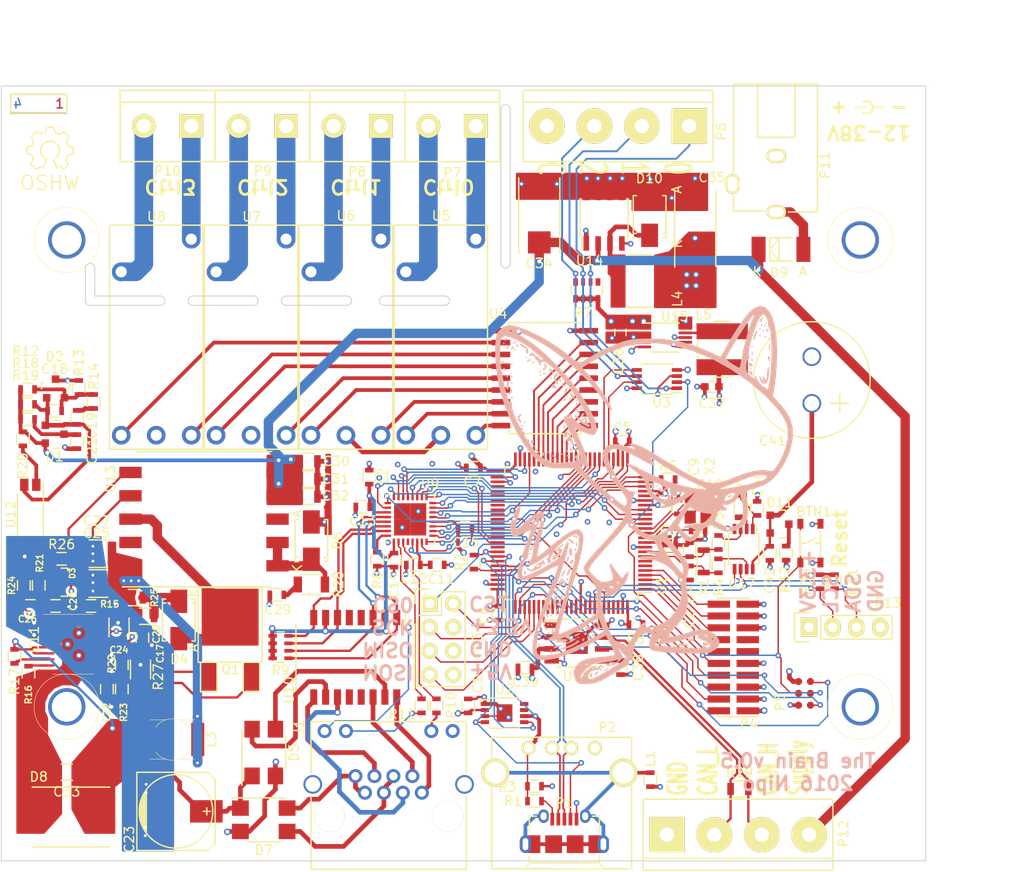
<source format=kicad_pcb>
(kicad_pcb (version 4) (host pcbnew 4.0.4-stable)

  (general
    (links 413)
    (no_connects 0)
    (area 42.97619 42.8 159.85 136.675001)
    (thickness 1.6)
    (drawings 50)
    (tracks 1869)
    (zones 0)
    (modules 133)
    (nets 164)
  )

  (page A4)
  (layers
    (0 F.Cu signal)
    (1 In1.Cu power hide)
    (2 In2.Cu power)
    (31 B.Cu signal)
    (32 B.Adhes user hide)
    (33 F.Adhes user hide)
    (34 B.Paste user hide)
    (35 F.Paste user hide)
    (36 B.SilkS user)
    (37 F.SilkS user)
    (38 B.Mask user hide)
    (39 F.Mask user)
    (40 Dwgs.User user)
    (41 Cmts.User user)
    (42 Eco1.User user)
    (43 Eco2.User user)
    (44 Edge.Cuts user)
    (45 Margin user)
    (46 B.CrtYd user)
    (47 F.CrtYd user)
    (48 B.Fab user hide)
    (49 F.Fab user hide)
  )

  (setup
    (last_trace_width 0.4)
    (user_trace_width 0.1524)
    (user_trace_width 0.2)
    (user_trace_width 0.25)
    (user_trace_width 0.4)
    (user_trace_width 0.5)
    (user_trace_width 1)
    (user_trace_width 2)
    (trace_clearance 0.1524)
    (zone_clearance 0.2)
    (zone_45_only yes)
    (trace_min 0.1524)
    (segment_width 0.2)
    (edge_width 0.1)
    (via_size 0.6048)
    (via_drill 0.3)
    (via_min_size 0.6048)
    (via_min_drill 0.3)
    (user_via 0.6048 0.3)
    (user_via 0.8 0.4)
    (user_via 1 0.5)
    (user_via 1.5 1)
    (uvia_size 0.3)
    (uvia_drill 0.1)
    (uvias_allowed no)
    (uvia_min_size 0.2)
    (uvia_min_drill 0.1)
    (pcb_text_width 0.3)
    (pcb_text_size 1.5 1.5)
    (mod_edge_width 0.15)
    (mod_text_size 1 1)
    (mod_text_width 0.15)
    (pad_size 4 4)
    (pad_drill 3.2)
    (pad_to_mask_clearance 0)
    (aux_axis_origin 0 0)
    (visible_elements FFFFEF7F)
    (pcbplotparams
      (layerselection 0x00030_ffffffff)
      (usegerberextensions false)
      (excludeedgelayer true)
      (linewidth 0.100000)
      (plotframeref false)
      (viasonmask false)
      (mode 1)
      (useauxorigin false)
      (hpglpennumber 1)
      (hpglpenspeed 20)
      (hpglpendiameter 15)
      (hpglpenoverlay 2)
      (psnegative false)
      (psa4output false)
      (plotreference true)
      (plotvalue true)
      (plotinvisibletext false)
      (padsonsilk false)
      (subtractmaskfromsilk false)
      (outputformat 1)
      (mirror false)
      (drillshape 1)
      (scaleselection 1)
      (outputdirectory ""))
  )

  (net 0 "")
  (net 1 +3V3)
  (net 2 /mcu/TMS)
  (net 3 GND)
  (net 4 /mcu/TCK)
  (net 5 /mcu/TDO)
  (net 6 /mcu/TDI)
  (net 7 /mcu/nRESET)
  (net 8 /mcu/TraceCLK)
  (net 9 /mcu/TraceData0)
  (net 10 /mcu/TraceData1)
  (net 11 /mcu/TraceData2)
  (net 12 /mcu/TraceData3)
  (net 13 "Net-(C9-Pad1)")
  (net 14 "Net-(C10-Pad1)")
  (net 15 "Net-(C18-Pad1)")
  (net 16 +5V)
  (net 17 "Net-(L1-Pad1)")
  (net 18 "Net-(J1-Pad10)")
  (net 19 "Net-(J1-Pad11)")
  (net 20 "Net-(P6-Pad2)")
  (net 21 "Net-(P6-Pad1)")
  (net 22 "Net-(P7-Pad2)")
  (net 23 "Net-(P7-Pad1)")
  (net 24 "Net-(U1-Pad82)")
  (net 25 "Net-(U1-Pad81)")
  (net 26 "/I2C / RTC / Extension/IRQ")
  (net 27 "/I2C / RTC / Extension/OSC_OUT")
  (net 28 "Net-(U1-Pad39)")
  (net 29 "Net-(U1-Pad40)")
  (net 30 "Net-(U1-Pad41)")
  (net 31 "Net-(U1-Pad42)")
  (net 32 "Net-(U1-Pad43)")
  (net 33 "Net-(U1-Pad44)")
  (net 34 "Net-(U1-Pad45)")
  (net 35 "Net-(U1-Pad46)")
  (net 36 /ethernet/POE_VC1-)
  (net 37 /ethernet/POE_VC1+)
  (net 38 /ethernet/POE_VC2-)
  (net 39 /ethernet/POE_VC2+)
  (net 40 "Net-(U1-Pad6)")
  (net 41 "Net-(U1-Pad38)")
  (net 42 "Net-(U1-Pad73)")
  (net 43 "Net-(U1-Pad91)")
  (net 44 "Net-(U1-Pad97)")
  (net 45 "Net-(U1-Pad98)")
  (net 46 "Net-(U9-Pad4)")
  (net 47 /ethernet/CLK_25M)
  (net 48 /mcu/ETH_PHY_nIRQ)
  (net 49 /mcu/ETH_PHY_nRESET)
  (net 50 /ethernet/MDC)
  (net 51 /ethernet/TX_D2)
  (net 52 /ethernet/TX_CLK)
  (net 53 /ethernet/RX_CLK)
  (net 54 /ethernet/MDIO)
  (net 55 /ethernet/RX_DV)
  (net 56 /ethernet/RX_D0)
  (net 57 /ethernet/RX_D1)
  (net 58 /ethernet/RX_D2)
  (net 59 /ethernet/RX_D3)
  (net 60 /ethernet/RX_ER)
  (net 61 /ethernet/TX_EN)
  (net 62 /ethernet/TX_D0)
  (net 63 /ethernet/TX_D1)
  (net 64 /ethernet/TX_D3)
  (net 65 /ethernet/CRS)
  (net 66 /ethernet/COL)
  (net 67 /ethernet/LAN_VDD)
  (net 68 /ethernet/TD-)
  (net 69 /ethernet/TD+)
  (net 70 /ethernet/RD-)
  (net 71 /ethernet/RD+)
  (net 72 /ethernet/ETH_RX-)
  (net 73 /ethernet/ETH_RX+)
  (net 74 /ethernet/ETH_TX-)
  (net 75 /ethernet/ETH_TX+)
  (net 76 "/I2C / RTC / Extension/SCL")
  (net 77 "/I2C / RTC / Extension/SDA")
  (net 78 GNDREF)
  (net 79 /mcu/USB_D+)
  (net 80 /mcu/USB_D-)
  (net 81 /can/CAN-)
  (net 82 /can/CAN+)
  (net 83 "Net-(U2-Pad7)")
  (net 84 "Net-(U2-Pad8)")
  (net 85 "Net-(U1-Pad7)")
  (net 86 "Net-(U1-Pad53)")
  (net 87 "Net-(U1-Pad54)")
  (net 88 "Net-(U1-Pad60)")
  (net 89 "Net-(U1-Pad61)")
  (net 90 "Net-(U1-Pad62)")
  (net 91 "Net-(U1-Pad66)")
  (net 92 "Net-(U1-Pad96)")
  (net 93 "Net-(D6-Pad1)")
  (net 94 "Net-(L5-Pad2)")
  (net 95 /power/VCan)
  (net 96 "Net-(P11-Pad3)")
  (net 97 /mcu/Input_0)
  (net 98 /mcu/Input_1)
  (net 99 /mcu/Input_2)
  (net 100 /mcu/CS0)
  (net 101 /mcu/CS1)
  (net 102 /mcu/SCK)
  (net 103 /mcu/MOSI)
  (net 104 /mcu/MISO)
  (net 105 /poe/VPoe)
  (net 106 /poe/GPoe)
  (net 107 "Net-(C22-Pad1)")
  (net 108 "Net-(C29-Pad1)")
  (net 109 "Net-(D9-Pad2)")
  (net 110 "Net-(R15-Pad1)")
  (net 111 /poe/Feedback)
  (net 112 /poe/VPoe2)
  (net 113 "Net-(Q1-Pad3)")
  (net 114 "Net-(Q1-Pad1)")
  (net 115 /poe/VBias)
  (net 116 /mcu/USB_VBus)
  (net 117 "Net-(R2-Pad1)")
  (net 118 "Net-(C2-Pad1)")
  (net 119 "Net-(C4-Pad1)")
  (net 120 "Net-(C11-Pad1)")
  (net 121 "Net-(C18-Pad2)")
  (net 122 "Net-(C19-Pad2)")
  (net 123 "Net-(C20-Pad1)")
  (net 124 "Net-(C21-Pad1)")
  (net 125 "Net-(C24-Pad1)")
  (net 126 "Net-(C26-Pad2)")
  (net 127 "Net-(C28-Pad2)")
  (net 128 "Net-(C40-Pad1)")
  (net 129 "Net-(C41-Pad1)")
  (net 130 "Net-(D3-Pad1)")
  (net 131 "Net-(D3-Pad2)")
  (net 132 "Net-(D4-Pad2)")
  (net 133 "Net-(D10-Pad1)")
  (net 134 "Net-(D11-Pad3)")
  (net 135 "Net-(P1-Pad1)")
  (net 136 "Net-(P1-Pad4)")
  (net 137 "Net-(P4-Pad11)")
  (net 138 "Net-(P4-Pad13)")
  (net 139 "Net-(P6-Pad3)")
  (net 140 "Net-(P8-Pad1)")
  (net 141 "Net-(P8-Pad2)")
  (net 142 "Net-(P9-Pad1)")
  (net 143 "Net-(P9-Pad2)")
  (net 144 "Net-(P10-Pad1)")
  (net 145 "Net-(P10-Pad2)")
  (net 146 "Net-(R7-Pad5)")
  (net 147 "Net-(R8-Pad1)")
  (net 148 "Net-(R10-Pad1)")
  (net 149 "Net-(R11-Pad1)")
  (net 150 "Net-(R16-Pad1)")
  (net 151 "Net-(R17-Pad2)")
  (net 152 "Net-(R20-Pad2)")
  (net 153 "Net-(R22-Pad2)")
  (net 154 "Net-(R26-Pad1)")
  (net 155 "Net-(U4-Pad11)")
  (net 156 "Net-(U4-Pad12)")
  (net 157 "Net-(U4-Pad13)")
  (net 158 "Net-(U4-Pad14)")
  (net 159 "Net-(U4-Pad15)")
  (net 160 "Net-(U4-Pad16)")
  (net 161 "Net-(U4-Pad17)")
  (net 162 "Net-(U4-Pad18)")
  (net 163 "Net-(U17-Pad2)")

  (net_class Default "This is the default net class."
    (clearance 0.1524)
    (trace_width 0.1524)
    (via_dia 0.6048)
    (via_drill 0.3)
    (uvia_dia 0.3)
    (uvia_drill 0.1)
    (add_net "/I2C / RTC / Extension/IRQ")
    (add_net "/I2C / RTC / Extension/OSC_OUT")
    (add_net "/I2C / RTC / Extension/SCL")
    (add_net "/I2C / RTC / Extension/SDA")
    (add_net /can/CAN+)
    (add_net /can/CAN-)
    (add_net /ethernet/CLK_25M)
    (add_net /ethernet/COL)
    (add_net /ethernet/CRS)
    (add_net /ethernet/MDC)
    (add_net /ethernet/MDIO)
    (add_net /ethernet/RX_CLK)
    (add_net /ethernet/RX_D0)
    (add_net /ethernet/RX_D1)
    (add_net /ethernet/RX_D2)
    (add_net /ethernet/RX_D3)
    (add_net /ethernet/RX_DV)
    (add_net /ethernet/RX_ER)
    (add_net /ethernet/TX_CLK)
    (add_net /ethernet/TX_D0)
    (add_net /ethernet/TX_D1)
    (add_net /ethernet/TX_D2)
    (add_net /ethernet/TX_D3)
    (add_net /ethernet/TX_EN)
    (add_net /mcu/CS0)
    (add_net /mcu/CS1)
    (add_net /mcu/ETH_PHY_nIRQ)
    (add_net /mcu/ETH_PHY_nRESET)
    (add_net /mcu/Input_0)
    (add_net /mcu/Input_1)
    (add_net /mcu/Input_2)
    (add_net /mcu/MISO)
    (add_net /mcu/MOSI)
    (add_net /mcu/SCK)
    (add_net /mcu/TCK)
    (add_net /mcu/TDI)
    (add_net /mcu/TDO)
    (add_net /mcu/TMS)
    (add_net /mcu/TraceCLK)
    (add_net /mcu/TraceData0)
    (add_net /mcu/TraceData1)
    (add_net /mcu/TraceData2)
    (add_net /mcu/TraceData3)
    (add_net /mcu/USB_D+)
    (add_net /mcu/USB_D-)
    (add_net /mcu/USB_VBus)
    (add_net /mcu/nRESET)
    (add_net /poe/Feedback)
    (add_net /poe/VBias)
    (add_net /poe/VPoe2)
    (add_net GND)
    (add_net "Net-(C10-Pad1)")
    (add_net "Net-(C11-Pad1)")
    (add_net "Net-(C18-Pad1)")
    (add_net "Net-(C18-Pad2)")
    (add_net "Net-(C19-Pad2)")
    (add_net "Net-(C2-Pad1)")
    (add_net "Net-(C20-Pad1)")
    (add_net "Net-(C21-Pad1)")
    (add_net "Net-(C22-Pad1)")
    (add_net "Net-(C24-Pad1)")
    (add_net "Net-(C26-Pad2)")
    (add_net "Net-(C28-Pad2)")
    (add_net "Net-(C29-Pad1)")
    (add_net "Net-(C4-Pad1)")
    (add_net "Net-(C40-Pad1)")
    (add_net "Net-(C41-Pad1)")
    (add_net "Net-(C9-Pad1)")
    (add_net "Net-(D10-Pad1)")
    (add_net "Net-(D11-Pad3)")
    (add_net "Net-(D3-Pad1)")
    (add_net "Net-(D3-Pad2)")
    (add_net "Net-(D4-Pad2)")
    (add_net "Net-(D6-Pad1)")
    (add_net "Net-(D9-Pad2)")
    (add_net "Net-(J1-Pad10)")
    (add_net "Net-(J1-Pad11)")
    (add_net "Net-(L1-Pad1)")
    (add_net "Net-(L5-Pad2)")
    (add_net "Net-(P1-Pad1)")
    (add_net "Net-(P1-Pad4)")
    (add_net "Net-(P10-Pad1)")
    (add_net "Net-(P10-Pad2)")
    (add_net "Net-(P11-Pad3)")
    (add_net "Net-(P4-Pad11)")
    (add_net "Net-(P4-Pad13)")
    (add_net "Net-(P6-Pad1)")
    (add_net "Net-(P6-Pad2)")
    (add_net "Net-(P6-Pad3)")
    (add_net "Net-(P7-Pad1)")
    (add_net "Net-(P7-Pad2)")
    (add_net "Net-(P8-Pad1)")
    (add_net "Net-(P8-Pad2)")
    (add_net "Net-(P9-Pad1)")
    (add_net "Net-(P9-Pad2)")
    (add_net "Net-(Q1-Pad1)")
    (add_net "Net-(Q1-Pad3)")
    (add_net "Net-(R10-Pad1)")
    (add_net "Net-(R11-Pad1)")
    (add_net "Net-(R15-Pad1)")
    (add_net "Net-(R16-Pad1)")
    (add_net "Net-(R17-Pad2)")
    (add_net "Net-(R2-Pad1)")
    (add_net "Net-(R20-Pad2)")
    (add_net "Net-(R22-Pad2)")
    (add_net "Net-(R26-Pad1)")
    (add_net "Net-(R7-Pad5)")
    (add_net "Net-(R8-Pad1)")
    (add_net "Net-(U1-Pad38)")
    (add_net "Net-(U1-Pad39)")
    (add_net "Net-(U1-Pad40)")
    (add_net "Net-(U1-Pad41)")
    (add_net "Net-(U1-Pad42)")
    (add_net "Net-(U1-Pad43)")
    (add_net "Net-(U1-Pad44)")
    (add_net "Net-(U1-Pad45)")
    (add_net "Net-(U1-Pad46)")
    (add_net "Net-(U1-Pad53)")
    (add_net "Net-(U1-Pad54)")
    (add_net "Net-(U1-Pad6)")
    (add_net "Net-(U1-Pad60)")
    (add_net "Net-(U1-Pad61)")
    (add_net "Net-(U1-Pad62)")
    (add_net "Net-(U1-Pad66)")
    (add_net "Net-(U1-Pad7)")
    (add_net "Net-(U1-Pad73)")
    (add_net "Net-(U1-Pad81)")
    (add_net "Net-(U1-Pad82)")
    (add_net "Net-(U1-Pad91)")
    (add_net "Net-(U1-Pad96)")
    (add_net "Net-(U1-Pad97)")
    (add_net "Net-(U1-Pad98)")
    (add_net "Net-(U17-Pad2)")
    (add_net "Net-(U2-Pad7)")
    (add_net "Net-(U2-Pad8)")
    (add_net "Net-(U4-Pad11)")
    (add_net "Net-(U4-Pad12)")
    (add_net "Net-(U4-Pad13)")
    (add_net "Net-(U4-Pad14)")
    (add_net "Net-(U4-Pad15)")
    (add_net "Net-(U4-Pad16)")
    (add_net "Net-(U4-Pad17)")
    (add_net "Net-(U4-Pad18)")
    (add_net "Net-(U9-Pad4)")
  )

  (net_class More ""
    (clearance 0.2)
    (trace_width 0.25)
    (via_dia 0.6048)
    (via_drill 0.3)
    (uvia_dia 0.3)
    (uvia_drill 0.1)
    (add_net /ethernet/RD+)
    (add_net /ethernet/RD-)
    (add_net /ethernet/TD+)
    (add_net /ethernet/TD-)
  )

  (net_class Power ""
    (clearance 0.1524)
    (trace_width 0.5)
    (via_dia 0.7)
    (via_drill 0.4)
    (uvia_dia 0.3)
    (uvia_drill 0.1)
    (add_net +3V3)
    (add_net +5V)
    (add_net /ethernet/ETH_RX+)
    (add_net /ethernet/ETH_RX-)
    (add_net /ethernet/ETH_TX+)
    (add_net /ethernet/ETH_TX-)
    (add_net /ethernet/LAN_VDD)
    (add_net /ethernet/POE_VC1+)
    (add_net /ethernet/POE_VC1-)
    (add_net /ethernet/POE_VC2+)
    (add_net /ethernet/POE_VC2-)
    (add_net /poe/GPoe)
    (add_net /poe/VPoe)
    (add_net /power/VCan)
    (add_net GNDREF)
  )

  (net_class Power2 ""
    (clearance 1)
    (trace_width 0.5)
    (via_dia 1)
    (via_drill 0.5)
    (uvia_dia 0.3)
    (uvia_drill 0.1)
  )

  (module Connect:USB_A (layer F.Cu) (tedit 5543E289) (tstamp 57C37A26)
    (at 102.95914 122.40212)
    (descr "USB A connector")
    (tags "USB USB_A")
    (path /57A213D7/57BD5361)
    (fp_text reference P2 (at 8.44086 -2.20212 180) (layer F.SilkS)
      (effects (font (size 1 1) (thickness 0.15)))
    )
    (fp_text value USBA (at 3.74086 2.49788) (layer F.Fab)
      (effects (font (size 1 1) (thickness 0.15)))
    )
    (fp_line (start -5.3 13.2) (end -5.3 -1.4) (layer F.CrtYd) (width 0.05))
    (fp_line (start 11.95 -1.4) (end 11.95 13.2) (layer F.CrtYd) (width 0.05))
    (fp_line (start -5.3 13.2) (end 11.95 13.2) (layer F.CrtYd) (width 0.05))
    (fp_line (start -5.3 -1.4) (end 11.95 -1.4) (layer F.CrtYd) (width 0.05))
    (fp_line (start 11.04986 -1.14512) (end 11.04986 12.95188) (layer F.SilkS) (width 0.15))
    (fp_line (start -3.93614 12.95188) (end -3.93614 -1.14512) (layer F.SilkS) (width 0.15))
    (fp_line (start 11.04986 -1.14512) (end -3.93614 -1.14512) (layer F.SilkS) (width 0.15))
    (fp_line (start 11.04986 12.95188) (end -3.93614 12.95188) (layer F.SilkS) (width 0.15))
    (pad 4 thru_hole circle (at 7.11286 -0.00212 270) (size 1.50114 1.50114) (drill 1.00076) (layers *.Cu *.Mask F.SilkS)
      (net 3 GND))
    (pad 3 thru_hole circle (at 4.57286 -0.00212 270) (size 1.50114 1.50114) (drill 1.00076) (layers *.Cu *.Mask F.SilkS)
      (net 79 /mcu/USB_D+))
    (pad 2 thru_hole circle (at 2.54086 -0.00212 270) (size 1.50114 1.50114) (drill 1.00076) (layers *.Cu *.Mask F.SilkS)
      (net 80 /mcu/USB_D-))
    (pad 1 thru_hole circle (at 0.00086 -0.00212 270) (size 1.50114 1.50114) (drill 1.00076) (layers *.Cu *.Mask F.SilkS)
      (net 116 /mcu/USB_VBus))
    (pad 5 thru_hole circle (at 10.16086 2.66488 270) (size 2.99974 2.99974) (drill 2.30124) (layers *.Cu *.Mask F.SilkS)
      (net 17 "Net-(L1-Pad1)"))
    (pad 5 thru_hole circle (at -3.55514 2.66488 270) (size 2.99974 2.99974) (drill 2.30124) (layers *.Cu *.Mask F.SilkS)
      (net 17 "Net-(L1-Pad1)"))
    (model Connect.3dshapes/USB_A.wrl
      (at (xyz 0.14 0 0))
      (scale (xyz 1 1 1))
      (rotate (xyz 0 0 90))
    )
  )

  (module Pin_Headers:Pin_Header_Straight_2x04 (layer F.Cu) (tedit 57C9A701) (tstamp 57CA0578)
    (at 92.36 106.94)
    (descr "Through hole pin header")
    (tags "pin header")
    (path /57A213D7/57C9C680)
    (fp_text reference P3 (at 5.14 4.06 90) (layer F.SilkS)
      (effects (font (size 1 1) (thickness 0.15)))
    )
    (fp_text value SPI (at 1.34 3.7 90) (layer F.Fab)
      (effects (font (size 1 1) (thickness 0.15)))
    )
    (fp_line (start -1.75 -1.75) (end -1.75 9.4) (layer F.CrtYd) (width 0.05))
    (fp_line (start 4.3 -1.75) (end 4.3 9.4) (layer F.CrtYd) (width 0.05))
    (fp_line (start -1.75 -1.75) (end 4.3 -1.75) (layer F.CrtYd) (width 0.05))
    (fp_line (start -1.75 9.4) (end 4.3 9.4) (layer F.CrtYd) (width 0.05))
    (fp_line (start -1.27 1.27) (end -1.27 8.89) (layer F.SilkS) (width 0.15))
    (fp_line (start -1.27 8.89) (end 3.81 8.89) (layer F.SilkS) (width 0.15))
    (fp_line (start 3.81 8.89) (end 3.81 -1.27) (layer F.SilkS) (width 0.15))
    (fp_line (start 3.81 -1.27) (end 1.27 -1.27) (layer F.SilkS) (width 0.15))
    (fp_line (start 0 -1.55) (end -1.55 -1.55) (layer F.SilkS) (width 0.15))
    (fp_line (start 1.27 -1.27) (end 1.27 1.27) (layer F.SilkS) (width 0.15))
    (fp_line (start 1.27 1.27) (end -1.27 1.27) (layer F.SilkS) (width 0.15))
    (fp_line (start -1.55 -1.55) (end -1.55 0) (layer F.SilkS) (width 0.15))
    (pad 1 thru_hole rect (at 0 0) (size 1.7272 1.7272) (drill 1.016) (layers *.Cu *.Mask F.SilkS)
      (net 100 /mcu/CS0))
    (pad 2 thru_hole oval (at 2.54 0) (size 1.7272 1.7272) (drill 1.016) (layers *.Cu *.Mask F.SilkS)
      (net 101 /mcu/CS1))
    (pad 3 thru_hole oval (at 0 2.54) (size 1.7272 1.7272) (drill 1.016) (layers *.Cu *.Mask F.SilkS)
      (net 102 /mcu/SCK))
    (pad 4 thru_hole oval (at 2.54 2.54) (size 1.7272 1.7272) (drill 1.016) (layers *.Cu *.Mask F.SilkS)
      (net 1 +3V3) (zone_connect 2))
    (pad 5 thru_hole oval (at 0 5.08) (size 1.7272 1.7272) (drill 1.016) (layers *.Cu *.Mask F.SilkS)
      (net 104 /mcu/MISO))
    (pad 6 thru_hole oval (at 2.54 5.08) (size 1.7272 1.7272) (drill 1.016) (layers *.Cu *.Mask F.SilkS)
      (net 3 GND))
    (pad 7 thru_hole oval (at 0 7.62) (size 1.7272 1.7272) (drill 1.016) (layers *.Cu *.Mask F.SilkS)
      (net 103 /mcu/MOSI))
    (pad 8 thru_hole oval (at 2.54 7.62) (size 1.7272 1.7272) (drill 1.016) (layers *.Cu *.Mask F.SilkS)
      (net 16 +5V) (zone_connect 2))
    (model Pin_Headers.3dshapes/Pin_Header_Straight_2x04.wrl
      (at (xyz 0.05 -0.15 0))
      (scale (xyz 1 1 1))
      (rotate (xyz 0 0 90))
    )
  )

  (module Housings_QFP:LQFP-100_14x14mm_Pitch0.5mm (layer F.Cu) (tedit 54130A77) (tstamp 57C377BF)
    (at 107.55 99.4 180)
    (descr "LQFP100: plastic low profile quad flat package; 100 leads; body 14 x 14 x 1.4 mm (see NXP sot407-1_po.pdf and sot407-1_fr.pdf)")
    (tags "QFP 0.5")
    (path /57A213D7/57BCD0F0)
    (attr smd)
    (fp_text reference U1 (at -9.65 -5.6 450) (layer F.SilkS)
      (effects (font (size 1 1) (thickness 0.15)))
    )
    (fp_text value STM32F107VCT (at 0.25 1.3 180) (layer F.Fab)
      (effects (font (size 1 1) (thickness 0.15)))
    )
    (fp_line (start -8.9 -8.9) (end -8.9 8.9) (layer F.CrtYd) (width 0.05))
    (fp_line (start 8.9 -8.9) (end 8.9 8.9) (layer F.CrtYd) (width 0.05))
    (fp_line (start -8.9 -8.9) (end 8.9 -8.9) (layer F.CrtYd) (width 0.05))
    (fp_line (start -8.9 8.9) (end 8.9 8.9) (layer F.CrtYd) (width 0.05))
    (fp_line (start -7.125 -7.125) (end -7.125 -6.365) (layer F.SilkS) (width 0.15))
    (fp_line (start 7.125 -7.125) (end 7.125 -6.365) (layer F.SilkS) (width 0.15))
    (fp_line (start 7.125 7.125) (end 7.125 6.365) (layer F.SilkS) (width 0.15))
    (fp_line (start -7.125 7.125) (end -7.125 6.365) (layer F.SilkS) (width 0.15))
    (fp_line (start -7.125 -7.125) (end -6.365 -7.125) (layer F.SilkS) (width 0.15))
    (fp_line (start -7.125 7.125) (end -6.365 7.125) (layer F.SilkS) (width 0.15))
    (fp_line (start 7.125 7.125) (end 6.365 7.125) (layer F.SilkS) (width 0.15))
    (fp_line (start 7.125 -7.125) (end 6.365 -7.125) (layer F.SilkS) (width 0.15))
    (fp_line (start -7.125 -6.365) (end -8.65 -6.365) (layer F.SilkS) (width 0.15))
    (pad 1 smd rect (at -7.9 -6 180) (size 1.5 0.28) (layers F.Cu F.Paste F.Mask)
      (net 8 /mcu/TraceCLK))
    (pad 2 smd rect (at -7.9 -5.5 180) (size 1.5 0.28) (layers F.Cu F.Paste F.Mask)
      (net 9 /mcu/TraceData0))
    (pad 3 smd rect (at -7.9 -5 180) (size 1.5 0.28) (layers F.Cu F.Paste F.Mask)
      (net 10 /mcu/TraceData1))
    (pad 4 smd rect (at -7.9 -4.5 180) (size 1.5 0.28) (layers F.Cu F.Paste F.Mask)
      (net 11 /mcu/TraceData2))
    (pad 5 smd rect (at -7.9 -4 180) (size 1.5 0.28) (layers F.Cu F.Paste F.Mask)
      (net 12 /mcu/TraceData3))
    (pad 6 smd rect (at -7.9 -3.5 180) (size 1.5 0.28) (layers F.Cu F.Paste F.Mask)
      (net 40 "Net-(U1-Pad6)"))
    (pad 7 smd rect (at -7.9 -3 180) (size 1.5 0.28) (layers F.Cu F.Paste F.Mask)
      (net 85 "Net-(U1-Pad7)"))
    (pad 8 smd rect (at -7.9 -2.5 180) (size 1.5 0.28) (layers F.Cu F.Paste F.Mask)
      (net 118 "Net-(C2-Pad1)"))
    (pad 9 smd rect (at -7.9 -2 180) (size 1.5 0.28) (layers F.Cu F.Paste F.Mask)
      (net 119 "Net-(C4-Pad1)"))
    (pad 10 smd rect (at -7.9 -1.5 180) (size 1.5 0.28) (layers F.Cu F.Paste F.Mask)
      (net 3 GND))
    (pad 11 smd rect (at -7.9 -1 180) (size 1.5 0.28) (layers F.Cu F.Paste F.Mask)
      (net 1 +3V3))
    (pad 12 smd rect (at -7.9 -0.5 180) (size 1.5 0.28) (layers F.Cu F.Paste F.Mask)
      (net 14 "Net-(C10-Pad1)"))
    (pad 13 smd rect (at -7.9 0 180) (size 1.5 0.28) (layers F.Cu F.Paste F.Mask)
      (net 13 "Net-(C9-Pad1)"))
    (pad 14 smd rect (at -7.9 0.5 180) (size 1.5 0.28) (layers F.Cu F.Paste F.Mask)
      (net 7 /mcu/nRESET))
    (pad 15 smd rect (at -7.9 1 180) (size 1.5 0.28) (layers F.Cu F.Paste F.Mask)
      (net 99 /mcu/Input_2))
    (pad 16 smd rect (at -7.9 1.5 180) (size 1.5 0.28) (layers F.Cu F.Paste F.Mask)
      (net 50 /ethernet/MDC))
    (pad 17 smd rect (at -7.9 2 180) (size 1.5 0.28) (layers F.Cu F.Paste F.Mask)
      (net 51 /ethernet/TX_D2))
    (pad 18 smd rect (at -7.9 2.5 180) (size 1.5 0.28) (layers F.Cu F.Paste F.Mask)
      (net 52 /ethernet/TX_CLK))
    (pad 19 smd rect (at -7.9 3 180) (size 1.5 0.28) (layers F.Cu F.Paste F.Mask)
      (net 3 GND))
    (pad 20 smd rect (at -7.9 3.5 180) (size 1.5 0.28) (layers F.Cu F.Paste F.Mask)
      (net 3 GND))
    (pad 21 smd rect (at -7.9 4 180) (size 1.5 0.28) (layers F.Cu F.Paste F.Mask)
      (net 1 +3V3))
    (pad 22 smd rect (at -7.9 4.5 180) (size 1.5 0.28) (layers F.Cu F.Paste F.Mask)
      (net 1 +3V3))
    (pad 23 smd rect (at -7.9 5 180) (size 1.5 0.28) (layers F.Cu F.Paste F.Mask)
      (net 65 /ethernet/CRS))
    (pad 24 smd rect (at -7.9 5.5 180) (size 1.5 0.28) (layers F.Cu F.Paste F.Mask)
      (net 53 /ethernet/RX_CLK))
    (pad 25 smd rect (at -7.9 6 180) (size 1.5 0.28) (layers F.Cu F.Paste F.Mask)
      (net 54 /ethernet/MDIO))
    (pad 26 smd rect (at -6 7.9 270) (size 1.5 0.28) (layers F.Cu F.Paste F.Mask)
      (net 66 /ethernet/COL))
    (pad 27 smd rect (at -5.5 7.9 270) (size 1.5 0.28) (layers F.Cu F.Paste F.Mask)
      (net 3 GND))
    (pad 28 smd rect (at -5 7.9 270) (size 1.5 0.28) (layers F.Cu F.Paste F.Mask)
      (net 1 +3V3))
    (pad 29 smd rect (at -4.5 7.9 270) (size 1.5 0.28) (layers F.Cu F.Paste F.Mask)
      (net 100 /mcu/CS0))
    (pad 30 smd rect (at -4 7.9 270) (size 1.5 0.28) (layers F.Cu F.Paste F.Mask)
      (net 97 /mcu/Input_0))
    (pad 31 smd rect (at -3.5 7.9 270) (size 1.5 0.28) (layers F.Cu F.Paste F.Mask)
      (net 98 /mcu/Input_1))
    (pad 32 smd rect (at -3 7.9 270) (size 1.5 0.28) (layers F.Cu F.Paste F.Mask)
      (net 55 /ethernet/RX_DV))
    (pad 33 smd rect (at -2.5 7.9 270) (size 1.5 0.28) (layers F.Cu F.Paste F.Mask)
      (net 56 /ethernet/RX_D0))
    (pad 34 smd rect (at -2 7.9 270) (size 1.5 0.28) (layers F.Cu F.Paste F.Mask)
      (net 57 /ethernet/RX_D1))
    (pad 35 smd rect (at -1.5 7.9 270) (size 1.5 0.28) (layers F.Cu F.Paste F.Mask)
      (net 58 /ethernet/RX_D2))
    (pad 36 smd rect (at -1 7.9 270) (size 1.5 0.28) (layers F.Cu F.Paste F.Mask)
      (net 59 /ethernet/RX_D3))
    (pad 37 smd rect (at -0.5 7.9 270) (size 1.5 0.28) (layers F.Cu F.Paste F.Mask)
      (net 3 GND))
    (pad 38 smd rect (at 0 7.9 270) (size 1.5 0.28) (layers F.Cu F.Paste F.Mask)
      (net 41 "Net-(U1-Pad38)"))
    (pad 39 smd rect (at 0.5 7.9 270) (size 1.5 0.28) (layers F.Cu F.Paste F.Mask)
      (net 28 "Net-(U1-Pad39)"))
    (pad 40 smd rect (at 1 7.9 270) (size 1.5 0.28) (layers F.Cu F.Paste F.Mask)
      (net 29 "Net-(U1-Pad40)"))
    (pad 41 smd rect (at 1.5 7.9 270) (size 1.5 0.28) (layers F.Cu F.Paste F.Mask)
      (net 30 "Net-(U1-Pad41)"))
    (pad 42 smd rect (at 2 7.9 270) (size 1.5 0.28) (layers F.Cu F.Paste F.Mask)
      (net 31 "Net-(U1-Pad42)"))
    (pad 43 smd rect (at 2.5 7.9 270) (size 1.5 0.28) (layers F.Cu F.Paste F.Mask)
      (net 32 "Net-(U1-Pad43)"))
    (pad 44 smd rect (at 3 7.9 270) (size 1.5 0.28) (layers F.Cu F.Paste F.Mask)
      (net 33 "Net-(U1-Pad44)"))
    (pad 45 smd rect (at 3.5 7.9 270) (size 1.5 0.28) (layers F.Cu F.Paste F.Mask)
      (net 34 "Net-(U1-Pad45)"))
    (pad 46 smd rect (at 4 7.9 270) (size 1.5 0.28) (layers F.Cu F.Paste F.Mask)
      (net 35 "Net-(U1-Pad46)"))
    (pad 47 smd rect (at 4.5 7.9 270) (size 1.5 0.28) (layers F.Cu F.Paste F.Mask)
      (net 60 /ethernet/RX_ER))
    (pad 48 smd rect (at 5 7.9 270) (size 1.5 0.28) (layers F.Cu F.Paste F.Mask)
      (net 61 /ethernet/TX_EN))
    (pad 49 smd rect (at 5.5 7.9 270) (size 1.5 0.28) (layers F.Cu F.Paste F.Mask)
      (net 3 GND))
    (pad 50 smd rect (at 6 7.9 270) (size 1.5 0.28) (layers F.Cu F.Paste F.Mask)
      (net 1 +3V3))
    (pad 51 smd rect (at 7.9 6 180) (size 1.5 0.28) (layers F.Cu F.Paste F.Mask)
      (net 62 /ethernet/TX_D0))
    (pad 52 smd rect (at 7.9 5.5 180) (size 1.5 0.28) (layers F.Cu F.Paste F.Mask)
      (net 63 /ethernet/TX_D1))
    (pad 53 smd rect (at 7.9 5 180) (size 1.5 0.28) (layers F.Cu F.Paste F.Mask)
      (net 86 "Net-(U1-Pad53)"))
    (pad 54 smd rect (at 7.9 4.5 180) (size 1.5 0.28) (layers F.Cu F.Paste F.Mask)
      (net 87 "Net-(U1-Pad54)"))
    (pad 55 smd rect (at 7.9 4 180) (size 1.5 0.28) (layers F.Cu F.Paste F.Mask))
    (pad 56 smd rect (at 7.9 3.5 180) (size 1.5 0.28) (layers F.Cu F.Paste F.Mask))
    (pad 57 smd rect (at 7.9 3 180) (size 1.5 0.28) (layers F.Cu F.Paste F.Mask))
    (pad 58 smd rect (at 7.9 2.5 180) (size 1.5 0.28) (layers F.Cu F.Paste F.Mask))
    (pad 59 smd rect (at 7.9 2 180) (size 1.5 0.28) (layers F.Cu F.Paste F.Mask))
    (pad 60 smd rect (at 7.9 1.5 180) (size 1.5 0.28) (layers F.Cu F.Paste F.Mask)
      (net 88 "Net-(U1-Pad60)"))
    (pad 61 smd rect (at 7.9 1 180) (size 1.5 0.28) (layers F.Cu F.Paste F.Mask)
      (net 89 "Net-(U1-Pad61)"))
    (pad 62 smd rect (at 7.9 0.5 180) (size 1.5 0.28) (layers F.Cu F.Paste F.Mask)
      (net 90 "Net-(U1-Pad62)"))
    (pad 63 smd rect (at 7.9 0 180) (size 1.5 0.28) (layers F.Cu F.Paste F.Mask)
      (net 47 /ethernet/CLK_25M))
    (pad 64 smd rect (at 7.9 -0.5 180) (size 1.5 0.28) (layers F.Cu F.Paste F.Mask)
      (net 49 /mcu/ETH_PHY_nRESET))
    (pad 65 smd rect (at 7.9 -1 180) (size 1.5 0.28) (layers F.Cu F.Paste F.Mask)
      (net 48 /mcu/ETH_PHY_nIRQ))
    (pad 66 smd rect (at 7.9 -1.5 180) (size 1.5 0.28) (layers F.Cu F.Paste F.Mask)
      (net 91 "Net-(U1-Pad66)"))
    (pad 67 smd rect (at 7.9 -2 180) (size 1.5 0.28) (layers F.Cu F.Paste F.Mask)
      (net 117 "Net-(R2-Pad1)"))
    (pad 68 smd rect (at 7.9 -2.5 180) (size 1.5 0.28) (layers F.Cu F.Paste F.Mask)
      (net 116 /mcu/USB_VBus))
    (pad 69 smd rect (at 7.9 -3 180) (size 1.5 0.28) (layers F.Cu F.Paste F.Mask)
      (net 136 "Net-(P1-Pad4)"))
    (pad 70 smd rect (at 7.9 -3.5 180) (size 1.5 0.28) (layers F.Cu F.Paste F.Mask)
      (net 80 /mcu/USB_D-))
    (pad 71 smd rect (at 7.9 -4 180) (size 1.5 0.28) (layers F.Cu F.Paste F.Mask)
      (net 79 /mcu/USB_D+))
    (pad 72 smd rect (at 7.9 -4.5 180) (size 1.5 0.28) (layers F.Cu F.Paste F.Mask)
      (net 2 /mcu/TMS))
    (pad 73 smd rect (at 7.9 -5 180) (size 1.5 0.28) (layers F.Cu F.Paste F.Mask)
      (net 42 "Net-(U1-Pad73)"))
    (pad 74 smd rect (at 7.9 -5.5 180) (size 1.5 0.28) (layers F.Cu F.Paste F.Mask)
      (net 3 GND))
    (pad 75 smd rect (at 7.9 -6 180) (size 1.5 0.28) (layers F.Cu F.Paste F.Mask)
      (net 1 +3V3))
    (pad 76 smd rect (at 6 -7.9 270) (size 1.5 0.28) (layers F.Cu F.Paste F.Mask)
      (net 4 /mcu/TCK))
    (pad 77 smd rect (at 5.5 -7.9 270) (size 1.5 0.28) (layers F.Cu F.Paste F.Mask)
      (net 6 /mcu/TDI))
    (pad 78 smd rect (at 5 -7.9 270) (size 1.5 0.28) (layers F.Cu F.Paste F.Mask)
      (net 102 /mcu/SCK))
    (pad 79 smd rect (at 4.5 -7.9 270) (size 1.5 0.28) (layers F.Cu F.Paste F.Mask)
      (net 104 /mcu/MISO))
    (pad 80 smd rect (at 4 -7.9 270) (size 1.5 0.28) (layers F.Cu F.Paste F.Mask)
      (net 103 /mcu/MOSI))
    (pad 81 smd rect (at 3.5 -7.9 270) (size 1.5 0.28) (layers F.Cu F.Paste F.Mask)
      (net 25 "Net-(U1-Pad81)"))
    (pad 82 smd rect (at 3 -7.9 270) (size 1.5 0.28) (layers F.Cu F.Paste F.Mask)
      (net 24 "Net-(U1-Pad82)"))
    (pad 83 smd rect (at 2.5 -7.9 270) (size 1.5 0.28) (layers F.Cu F.Paste F.Mask)
      (net 101 /mcu/CS1))
    (pad 84 smd rect (at 2 -7.9 270) (size 1.5 0.28) (layers F.Cu F.Paste F.Mask))
    (pad 85 smd rect (at 1.5 -7.9 270) (size 1.5 0.28) (layers F.Cu F.Paste F.Mask))
    (pad 86 smd rect (at 1 -7.9 270) (size 1.5 0.28) (layers F.Cu F.Paste F.Mask))
    (pad 87 smd rect (at 0.5 -7.9 270) (size 1.5 0.28) (layers F.Cu F.Paste F.Mask))
    (pad 88 smd rect (at 0 -7.9 270) (size 1.5 0.28) (layers F.Cu F.Paste F.Mask))
    (pad 89 smd rect (at -0.5 -7.9 270) (size 1.5 0.28) (layers F.Cu F.Paste F.Mask)
      (net 5 /mcu/TDO))
    (pad 90 smd rect (at -1 -7.9 270) (size 1.5 0.28) (layers F.Cu F.Paste F.Mask)
      (net 3 GND))
    (pad 91 smd rect (at -1.5 -7.9 270) (size 1.5 0.28) (layers F.Cu F.Paste F.Mask)
      (net 43 "Net-(U1-Pad91)"))
    (pad 92 smd rect (at -2 -7.9 270) (size 1.5 0.28) (layers F.Cu F.Paste F.Mask)
      (net 76 "/I2C / RTC / Extension/SCL"))
    (pad 93 smd rect (at -2.5 -7.9 270) (size 1.5 0.28) (layers F.Cu F.Paste F.Mask)
      (net 77 "/I2C / RTC / Extension/SDA"))
    (pad 94 smd rect (at -3 -7.9 270) (size 1.5 0.28) (layers F.Cu F.Paste F.Mask)
      (net 3 GND))
    (pad 95 smd rect (at -3.5 -7.9 270) (size 1.5 0.28) (layers F.Cu F.Paste F.Mask)
      (net 64 /ethernet/TX_D3))
    (pad 96 smd rect (at -4 -7.9 270) (size 1.5 0.28) (layers F.Cu F.Paste F.Mask)
      (net 92 "Net-(U1-Pad96)"))
    (pad 97 smd rect (at -4.5 -7.9 270) (size 1.5 0.28) (layers F.Cu F.Paste F.Mask)
      (net 44 "Net-(U1-Pad97)"))
    (pad 98 smd rect (at -5 -7.9 270) (size 1.5 0.28) (layers F.Cu F.Paste F.Mask)
      (net 45 "Net-(U1-Pad98)"))
    (pad 99 smd rect (at -5.5 -7.9 270) (size 1.5 0.28) (layers F.Cu F.Paste F.Mask)
      (net 3 GND))
    (pad 100 smd rect (at -6 -7.9 270) (size 1.5 0.28) (layers F.Cu F.Paste F.Mask)
      (net 1 +3V3))
    (model Housings_QFP.3dshapes/LQFP-100_14x14mm_Pitch0.5mm.wrl
      (at (xyz 0 0 0))
      (scale (xyz 1 1 1))
      (rotate (xyz 0 0 0))
    )
  )

  (module Abracon:ABM8G (layer F.Cu) (tedit 56F3EB4E) (tstamp 57C37BAB)
    (at 121.12122 96.589165 90)
    (path /57A213D7/57BCDC66)
    (fp_text reference X2 (at 4.389165 1.27878 90) (layer F.SilkS)
      (effects (font (size 1 1) (thickness 0.15)))
    )
    (fp_text value 25MHz (at 1.089165 -0.02122 90) (layer F.Fab)
      (effects (font (size 1 1) (thickness 0.15)))
    )
    (fp_line (start -1.7 0.15) (end -1.7 -0.15) (layer F.SilkS) (width 0.15))
    (fp_line (start 0.3 1.35) (end -0.3 1.35) (layer F.SilkS) (width 0.15))
    (fp_line (start 1.7 -0.15) (end 1.7 0.15) (layer F.SilkS) (width 0.15))
    (fp_line (start -0.3 -1.35) (end 0.3 -1.35) (layer F.SilkS) (width 0.15))
    (fp_line (start -1.6 1.25) (end -1.6 -1.25) (layer F.CrtYd) (width 0.05))
    (fp_line (start 1.6 1.25) (end -1.6 1.25) (layer F.CrtYd) (width 0.05))
    (fp_line (start 1.6 -1.25) (end 1.6 1.25) (layer F.CrtYd) (width 0.05))
    (fp_line (start -1.6 -1.25) (end 1.6 -1.25) (layer F.CrtYd) (width 0.05))
    (pad 3 smd rect (at -1.1 -0.85 90) (size 1.4 1.2) (layers F.Cu F.Paste F.Mask)
      (net 3 GND))
    (pad 2 smd rect (at 1.1 -0.85 90) (size 1.4 1.2) (layers F.Cu F.Paste F.Mask)
      (net 13 "Net-(C9-Pad1)"))
    (pad 3 smd rect (at 1.1 0.85 90) (size 1.4 1.2) (layers F.Cu F.Paste F.Mask)
      (net 3 GND))
    (pad 1 smd rect (at -1.1 0.85 90) (size 1.4 1.2) (layers F.Cu F.Paste F.Mask)
      (net 14 "Net-(C10-Pad1)"))
    (model /Users/nipo/projects/hardware/kicad-library/Abracon.3dshapes/ABM8G.wrl
      (at (xyz 0 0 0))
      (scale (xyz 0.3937 0.3937 0.3937))
      (rotate (xyz -90 0 0))
    )
  )

  (module Abracon:ABS07 (layer F.Cu) (tedit 57C35276) (tstamp 57C37B85)
    (at 121.716 102.419 270)
    (descr http://www.abracon.com/Resonators/ABS07.pdf)
    (tags "ABS07 Crystal")
    (path /57A213D7/57BD5AA4)
    (fp_text reference X1 (at 2.781 0.016 270) (layer F.SilkS)
      (effects (font (size 1 1) (thickness 0.15)))
    )
    (fp_text value 32768Hz (at 0.881 0.016 270) (layer F.Fab)
      (effects (font (size 1 1) (thickness 0.15)))
    )
    (fp_line (start 0.75 0.7) (end -0.75 0.7) (layer F.SilkS) (width 0.15))
    (fp_line (start -0.75 -0.7) (end 0.75 -0.7) (layer F.SilkS) (width 0.15))
    (fp_line (start 1.6 -0.75) (end 1.6 0.75) (layer F.CrtYd) (width 0.05))
    (fp_line (start -1.6 -0.75) (end 1.6 -0.75) (layer F.CrtYd) (width 0.05))
    (fp_line (start 1.6 0.75) (end -1.6 0.75) (layer F.CrtYd) (width 0.05))
    (fp_line (start -1.6 0.75) (end -1.6 -0.75) (layer F.CrtYd) (width 0.05))
    (pad 1 smd rect (at -1.2 0 270) (size 0.6 1.3) (layers F.Cu F.Paste F.Mask)
      (net 119 "Net-(C4-Pad1)") (clearance 0.3))
    (pad 2 smd rect (at 1.2 0 270) (size 0.6 1.3) (layers F.Cu F.Paste F.Mask)
      (net 118 "Net-(C2-Pad1)") (clearance 0.3))
    (model /Users/nipo/projects/hardware/kicad-library/Abracon.3dshapes/ABS07.wrl
      (at (xyz 0 0 0))
      (scale (xyz 0.3937 0.3937 0.3937))
      (rotate (xyz -90 0 0))
    )
  )

  (module Abracon:ABS07 (layer F.Cu) (tedit 56F3EAF3) (tstamp 57C37B63)
    (at 125.7 96.5 270)
    (descr http://www.abracon.com/Resonators/ABS07.pdf)
    (tags "ABS07 Crystal")
    (path /57A213DD/57B577CF)
    (fp_text reference Y1 (at -2.7 0 270) (layer F.SilkS)
      (effects (font (size 1 1) (thickness 0.15)))
    )
    (fp_text value 32768Hz (at -2.1 -0.1 270) (layer F.Fab)
      (effects (font (size 1 1) (thickness 0.15)))
    )
    (fp_line (start 0.75 0.7) (end -0.75 0.7) (layer F.SilkS) (width 0.15))
    (fp_line (start -0.75 -0.7) (end 0.75 -0.7) (layer F.SilkS) (width 0.15))
    (fp_line (start 1.6 -0.75) (end 1.6 0.75) (layer F.CrtYd) (width 0.05))
    (fp_line (start -1.6 -0.75) (end 1.6 -0.75) (layer F.CrtYd) (width 0.05))
    (fp_line (start 1.6 0.75) (end -1.6 0.75) (layer F.CrtYd) (width 0.05))
    (fp_line (start -1.6 0.75) (end -1.6 -0.75) (layer F.CrtYd) (width 0.05))
    (pad 1 smd rect (at -1.2 0 270) (size 0.6 1.3) (layers F.Cu F.Paste F.Mask)
      (net 128 "Net-(C40-Pad1)") (clearance 0.3))
    (pad 2 smd rect (at 1.2 0 270) (size 0.6 1.3) (layers F.Cu F.Paste F.Mask)
      (net 163 "Net-(U17-Pad2)") (clearance 0.3))
    (model /Users/nipo/projects/hardware/kicad-library/Abracon.3dshapes/ABS07.wrl
      (at (xyz 0 0 0))
      (scale (xyz 0.3937 0.3937 0.3937))
      (rotate (xyz -90 0 0))
    )
  )

  (module Connect:RJHSE538X (layer F.Cu) (tedit 55225793) (tstamp 57C37A66)
    (at 91.532 127.2 180)
    (descr "mod. jack, ethernet, 8P8C, RJ45 connector, 2 leds, shielded")
    (tags "RJHSE538X 8P8C RJ45 ethernet jack")
    (path /57A213DB/57BDBDF2)
    (fp_text reference J1 (at 13.132 7 450) (layer F.SilkS)
      (effects (font (size 1 1) (thickness 0.15)))
    )
    (fp_text value RJHSE-5484 (at 3.732 4.4 180) (layer F.Fab)
      (effects (font (size 1 1) (thickness 0.15)))
    )
    (fp_line (start -5.8 -8.45) (end -5.8 7.9) (layer F.CrtYd) (width 0.05))
    (fp_line (start -5.8 7.9) (end 12.9 7.9) (layer F.CrtYd) (width 0.05))
    (fp_line (start 12.9 7.9) (end 12.9 -8.45) (layer F.CrtYd) (width 0.05))
    (fp_line (start 12.9 -8.45) (end -5.8 -8.45) (layer F.CrtYd) (width 0.05))
    (fp_line (start 11.8745 7.62) (end 11.8745 2.0955) (layer F.SilkS) (width 0.15))
    (fp_line (start -4.7625 7.62) (end -4.7625 2.0955) (layer F.SilkS) (width 0.15))
    (fp_line (start 11.8745 -8.1915) (end -4.7625 -8.1915) (layer F.SilkS) (width 0.15))
    (fp_line (start 11.8745 -8.1915) (end 11.8745 -0.3175) (layer F.SilkS) (width 0.15))
    (fp_line (start -4.7625 -8.1915) (end -4.7625 -0.3175) (layer F.SilkS) (width 0.15))
    (fp_line (start 11.8745 7.62) (end -4.7625 7.62) (layer F.SilkS) (width 0.15))
    (pad "" thru_hole circle (at 11.684 0.889 180) (size 2 2) (drill 1.57) (layers *.Cu *.Mask))
    (pad 9 thru_hole circle (at -3.302 6.604 180) (size 1.50114 1.50114) (drill 0.889) (layers *.Cu *.Mask)
      (net 3 GND))
    (pad 10 thru_hole circle (at -1.016 6.604 180) (size 1.50114 1.50114) (drill 0.889) (layers *.Cu *.Mask)
      (net 18 "Net-(J1-Pad10)"))
    (pad 11 thru_hole circle (at 8.128 6.604 180) (size 1.50114 1.50114) (drill 0.889) (layers *.Cu *.Mask)
      (net 19 "Net-(J1-Pad11)"))
    (pad 12 thru_hole circle (at 10.414 6.604 180) (size 1.50114 1.50114) (drill 0.889) (layers *.Cu *.Mask)
      (net 1 +3V3))
    (pad 8 thru_hole circle (at 7.112 1.778 180) (size 1.50114 1.50114) (drill 0.889) (layers *.Cu *.Mask)
      (net 38 /ethernet/POE_VC2-))
    (pad 6 thru_hole circle (at 5.08 1.778 180) (size 1.50114 1.50114) (drill 0.889) (layers *.Cu *.Mask)
      (net 72 /ethernet/ETH_RX-))
    (pad 4 thru_hole circle (at 3.048 1.778 180) (size 1.50114 1.50114) (drill 0.889) (layers *.Cu *.Mask)
      (net 39 /ethernet/POE_VC2+))
    (pad 2 thru_hole circle (at 1.016 1.778 180) (size 1.50114 1.50114) (drill 0.889) (layers *.Cu *.Mask)
      (net 74 /ethernet/ETH_TX-))
    (pad 5 thru_hole circle (at 4.064 0 180) (size 1.50114 1.50114) (drill 0.889) (layers *.Cu *.Mask)
      (net 39 /ethernet/POE_VC2+))
    (pad 3 thru_hole circle (at 2.032 0 180) (size 1.50114 1.50114) (drill 0.889) (layers *.Cu *.Mask)
      (net 73 /ethernet/ETH_RX+))
    (pad 7 thru_hole circle (at 6.096 0 180) (size 1.50114 1.50114) (drill 0.889) (layers *.Cu *.Mask)
      (net 38 /ethernet/POE_VC2-))
    (pad 1 thru_hole circle (at 0 0 180) (size 1.50114 1.50114) (drill 0.889) (layers *.Cu *.Mask)
      (net 75 /ethernet/ETH_TX+))
    (pad "" thru_hole circle (at -2.794 -2.54 180) (size 3.3 3.3) (drill 3.3) (layers *.Cu *.Mask F.SilkS))
    (pad "" thru_hole circle (at 9.906 -2.54 180) (size 3.3 3.3) (drill 3.3) (layers *.Cu *.Mask F.SilkS))
    (pad "" thru_hole circle (at -4.572 0.889 180) (size 2 2) (drill 1.57) (layers *.Cu *.Mask))
    (model Connect.3dshapes/RJHSE538X.wrl
      (at (xyz 0.138 0.06 0.125))
      (scale (xyz 0.4 0.4 0.4))
      (rotate (xyz -90 0 180))
    )
  )

  (module Connect:bornier2 (layer F.Cu) (tedit 0) (tstamp 57C37A00)
    (at 64.294 55.792 180)
    (descr "Bornier d'alimentation 2 pins")
    (tags DEV)
    (path /57A213DF/57A218EC)
    (fp_text reference P10 (at -0.006 -4.808 180) (layer F.SilkS)
      (effects (font (size 1 1) (thickness 0.15)))
    )
    (fp_text value Ctrl3 (at 0 5.08 180) (layer F.Fab)
      (effects (font (size 1 1) (thickness 0.15)))
    )
    (fp_line (start 5.08 2.54) (end -5.08 2.54) (layer F.SilkS) (width 0.15))
    (fp_line (start 5.08 3.81) (end 5.08 -3.81) (layer F.SilkS) (width 0.15))
    (fp_line (start 5.08 -3.81) (end -5.08 -3.81) (layer F.SilkS) (width 0.15))
    (fp_line (start -5.08 -3.81) (end -5.08 3.81) (layer F.SilkS) (width 0.15))
    (fp_line (start -5.08 3.81) (end 5.08 3.81) (layer F.SilkS) (width 0.15))
    (pad 1 thru_hole rect (at -2.54 0 180) (size 2.54 2.54) (drill 1.524) (layers *.Cu *.Mask F.SilkS)
      (net 144 "Net-(P10-Pad1)"))
    (pad 2 thru_hole circle (at 2.54 0 180) (size 2.54 2.54) (drill 1.524) (layers *.Cu *.Mask F.SilkS)
      (net 145 "Net-(P10-Pad2)"))
    (model Connect.3dshapes/bornier2.wrl
      (at (xyz 0 0 0))
      (scale (xyz 1 1 1))
      (rotate (xyz 0 0 0))
    )
  )

  (module Connect:bornier2 (layer F.Cu) (tedit 0) (tstamp 57C379E1)
    (at 74.454 55.792 180)
    (descr "Bornier d'alimentation 2 pins")
    (tags DEV)
    (path /57A213DF/57C1D2D4)
    (fp_text reference P9 (at -0.046 -4.808 180) (layer F.SilkS)
      (effects (font (size 1 1) (thickness 0.15)))
    )
    (fp_text value Ctrl2 (at 0 5.08 180) (layer F.Fab)
      (effects (font (size 1 1) (thickness 0.15)))
    )
    (fp_line (start 5.08 2.54) (end -5.08 2.54) (layer F.SilkS) (width 0.15))
    (fp_line (start 5.08 3.81) (end 5.08 -3.81) (layer F.SilkS) (width 0.15))
    (fp_line (start 5.08 -3.81) (end -5.08 -3.81) (layer F.SilkS) (width 0.15))
    (fp_line (start -5.08 -3.81) (end -5.08 3.81) (layer F.SilkS) (width 0.15))
    (fp_line (start -5.08 3.81) (end 5.08 3.81) (layer F.SilkS) (width 0.15))
    (pad 1 thru_hole rect (at -2.54 0 180) (size 2.54 2.54) (drill 1.524) (layers *.Cu *.Mask F.SilkS)
      (net 142 "Net-(P9-Pad1)"))
    (pad 2 thru_hole circle (at 2.54 0 180) (size 2.54 2.54) (drill 1.524) (layers *.Cu *.Mask F.SilkS)
      (net 143 "Net-(P9-Pad2)"))
    (model Connect.3dshapes/bornier2.wrl
      (at (xyz 0 0 0))
      (scale (xyz 1 1 1))
      (rotate (xyz 0 0 0))
    )
  )

  (module Connect:bornier2 (layer F.Cu) (tedit 0) (tstamp 57C379C2)
    (at 84.614 55.792 180)
    (descr "Bornier d'alimentation 2 pins")
    (tags DEV)
    (path /57A213DF/57C1D331)
    (fp_text reference P8 (at 0.014 -4.908 180) (layer F.SilkS)
      (effects (font (size 1 1) (thickness 0.15)))
    )
    (fp_text value Ctrl1 (at 0 5.08 180) (layer F.Fab)
      (effects (font (size 1 1) (thickness 0.15)))
    )
    (fp_line (start 5.08 2.54) (end -5.08 2.54) (layer F.SilkS) (width 0.15))
    (fp_line (start 5.08 3.81) (end 5.08 -3.81) (layer F.SilkS) (width 0.15))
    (fp_line (start 5.08 -3.81) (end -5.08 -3.81) (layer F.SilkS) (width 0.15))
    (fp_line (start -5.08 -3.81) (end -5.08 3.81) (layer F.SilkS) (width 0.15))
    (fp_line (start -5.08 3.81) (end 5.08 3.81) (layer F.SilkS) (width 0.15))
    (pad 1 thru_hole rect (at -2.54 0 180) (size 2.54 2.54) (drill 1.524) (layers *.Cu *.Mask F.SilkS)
      (net 140 "Net-(P8-Pad1)"))
    (pad 2 thru_hole circle (at 2.54 0 180) (size 2.54 2.54) (drill 1.524) (layers *.Cu *.Mask F.SilkS)
      (net 141 "Net-(P8-Pad2)"))
    (model Connect.3dshapes/bornier2.wrl
      (at (xyz 0 0 0))
      (scale (xyz 1 1 1))
      (rotate (xyz 0 0 0))
    )
  )

  (module Connect:bornier2 (layer F.Cu) (tedit 0) (tstamp 57C379A3)
    (at 94.774 55.792 180)
    (descr "Bornier d'alimentation 2 pins")
    (tags DEV)
    (path /57A213DF/57C1D33C)
    (fp_text reference P7 (at -0.026 -5.008 180) (layer F.SilkS)
      (effects (font (size 1 1) (thickness 0.15)))
    )
    (fp_text value Ctrl0 (at 0 5.08 180) (layer F.Fab)
      (effects (font (size 1 1) (thickness 0.15)))
    )
    (fp_line (start 5.08 2.54) (end -5.08 2.54) (layer F.SilkS) (width 0.15))
    (fp_line (start 5.08 3.81) (end 5.08 -3.81) (layer F.SilkS) (width 0.15))
    (fp_line (start 5.08 -3.81) (end -5.08 -3.81) (layer F.SilkS) (width 0.15))
    (fp_line (start -5.08 -3.81) (end -5.08 3.81) (layer F.SilkS) (width 0.15))
    (fp_line (start -5.08 3.81) (end 5.08 3.81) (layer F.SilkS) (width 0.15))
    (pad 1 thru_hole rect (at -2.54 0 180) (size 2.54 2.54) (drill 1.524) (layers *.Cu *.Mask F.SilkS)
      (net 23 "Net-(P7-Pad1)"))
    (pad 2 thru_hole circle (at 2.54 0 180) (size 2.54 2.54) (drill 1.524) (layers *.Cu *.Mask F.SilkS)
      (net 22 "Net-(P7-Pad2)"))
    (model Connect.3dshapes/bornier2.wrl
      (at (xyz 0 0 0))
      (scale (xyz 1 1 1))
      (rotate (xyz 0 0 0))
    )
  )

  (module Connect:bornier4 (layer F.Cu) (tedit 0) (tstamp 57C37980)
    (at 125.4 131.7)
    (descr "Bornier d'alimentation 4 pins")
    (tags DEV)
    (path /57A213DC/57A21746)
    (fp_text reference P12 (at 11.3 -0.1 90) (layer F.SilkS)
      (effects (font (size 1 1) (thickness 0.15)))
    )
    (fp_text value CAN (at -0.1 0.4) (layer F.Fab)
      (effects (font (size 1 1) (thickness 0.15)))
    )
    (fp_line (start -10.16 -3.81) (end -10.16 3.81) (layer F.SilkS) (width 0.15))
    (fp_line (start 10.16 3.81) (end 10.16 -3.81) (layer F.SilkS) (width 0.15))
    (fp_line (start 10.16 2.54) (end -10.16 2.54) (layer F.SilkS) (width 0.15))
    (fp_line (start -10.16 -3.81) (end 10.16 -3.81) (layer F.SilkS) (width 0.15))
    (fp_line (start -10.16 3.81) (end 10.16 3.81) (layer F.SilkS) (width 0.15))
    (pad 2 thru_hole circle (at -2.54 0) (size 3.81 3.81) (drill 1.524) (layers *.Cu *.Mask F.SilkS)
      (net 81 /can/CAN-))
    (pad 3 thru_hole circle (at 2.54 0) (size 3.81 3.81) (drill 1.524) (layers *.Cu *.Mask F.SilkS)
      (net 82 /can/CAN+))
    (pad 1 thru_hole rect (at -7.62 0) (size 3.81 3.81) (drill 1.524) (layers *.Cu *.Mask F.SilkS)
      (net 3 GND))
    (pad 4 thru_hole circle (at 7.62 0) (size 3.81 3.81) (drill 1.524) (layers *.Cu *.Mask F.SilkS)
      (net 95 /power/VCan))
    (model Connect.3dshapes/bornier4.wrl
      (at (xyz 0 0 0))
      (scale (xyz 1 1 1))
      (rotate (xyz 0 0 0))
    )
  )

  (module Diodes_SMD:DO-214AB (layer F.Cu) (tedit 55429DAE) (tstamp 57C3795D)
    (at 53.3 129.8 180)
    (descr "Jedec DO-214AB diode package. Designed according to Fairchild SS32 datasheet.")
    (tags "DO-214AB diode")
    (path /57A21431/57B8D21C)
    (attr smd)
    (fp_text reference D8 (at 2.8 4.3 360) (layer F.SilkS)
      (effects (font (size 1 1) (thickness 0.15)))
    )
    (fp_text value TransZorb (at 0 0.2 180) (layer F.Fab)
      (effects (font (size 1 1) (thickness 0.15)))
    )
    (fp_line (start -5.15 -3.45) (end 5.15 -3.45) (layer F.CrtYd) (width 0.05))
    (fp_line (start 5.15 -3.45) (end 5.15 3.45) (layer F.CrtYd) (width 0.05))
    (fp_line (start 5.15 3.45) (end -5.15 3.45) (layer F.CrtYd) (width 0.05))
    (fp_line (start -5.15 3.45) (end -5.15 -3.45) (layer F.CrtYd) (width 0.05))
    (fp_line (start 3.5 3.2) (end -4.8 3.2) (layer F.SilkS) (width 0.15))
    (fp_line (start -4.8 -3.2) (end 3.5 -3.2) (layer F.SilkS) (width 0.15))
    (pad 2 smd rect (at 3.6 0 180) (size 2.6 3.2) (layers F.Cu F.Paste F.Mask)
      (net 106 /poe/GPoe))
    (pad 1 smd rect (at -3.6 0 180) (size 2.6 3.2) (layers F.Cu F.Paste F.Mask)
      (net 105 /poe/VPoe))
    (model Diodes_SMD.3dshapes/DO-214AB.wrl
      (at (xyz 0 0 0))
      (scale (xyz 0.39 0.39 0.39))
      (rotate (xyz 0 0 180))
    )
  )

  (module Housings_DFN_QFN:QFN-32-1EP_5x5mm_Pitch0.5mm (layer F.Cu) (tedit 54130A77) (tstamp 57C378DA)
    (at 90.285027 97.924554 90)
    (descr "UH Package; 32-Lead Plastic QFN (5mm x 5mm); (see Linear Technology QFN_32_05-08-1693.pdf)")
    (tags "QFN 0.5")
    (path /57A213DB/57BDAE2D)
    (attr smd)
    (fp_text reference U9 (at 3.785 2.127 180) (layer F.SilkS)
      (effects (font (size 1 1) (thickness 0.15)))
    )
    (fp_text value LAN8710A (at 2.024554 0.014973 90) (layer F.Fab)
      (effects (font (size 1 1) (thickness 0.15)))
    )
    (fp_line (start -3 -3) (end -3 3) (layer F.CrtYd) (width 0.05))
    (fp_line (start 3 -3) (end 3 3) (layer F.CrtYd) (width 0.05))
    (fp_line (start -3 -3) (end 3 -3) (layer F.CrtYd) (width 0.05))
    (fp_line (start -3 3) (end 3 3) (layer F.CrtYd) (width 0.05))
    (fp_line (start 2.625 -2.625) (end 2.625 -2.1) (layer F.SilkS) (width 0.15))
    (fp_line (start -2.625 2.625) (end -2.625 2.1) (layer F.SilkS) (width 0.15))
    (fp_line (start 2.625 2.625) (end 2.625 2.1) (layer F.SilkS) (width 0.15))
    (fp_line (start -2.625 -2.625) (end -2.1 -2.625) (layer F.SilkS) (width 0.15))
    (fp_line (start -2.625 2.625) (end -2.1 2.625) (layer F.SilkS) (width 0.15))
    (fp_line (start 2.625 2.625) (end 2.1 2.625) (layer F.SilkS) (width 0.15))
    (fp_line (start 2.625 -2.625) (end 2.1 -2.625) (layer F.SilkS) (width 0.15))
    (pad 1 smd rect (at -2.4 -1.75 90) (size 0.7 0.25) (layers F.Cu F.Paste F.Mask)
      (net 67 /ethernet/LAN_VDD))
    (pad 2 smd rect (at -2.4 -1.25 90) (size 0.7 0.25) (layers F.Cu F.Paste F.Mask)
      (net 149 "Net-(R11-Pad1)"))
    (pad 3 smd rect (at -2.4 -0.75 90) (size 0.7 0.25) (layers F.Cu F.Paste F.Mask)
      (net 148 "Net-(R10-Pad1)"))
    (pad 4 smd rect (at -2.4 -0.25 90) (size 0.7 0.25) (layers F.Cu F.Paste F.Mask)
      (net 46 "Net-(U9-Pad4)"))
    (pad 5 smd rect (at -2.4 0.25 90) (size 0.7 0.25) (layers F.Cu F.Paste F.Mask)
      (net 47 /ethernet/CLK_25M))
    (pad 6 smd rect (at -2.4 0.75 90) (size 0.7 0.25) (layers F.Cu F.Paste F.Mask)
      (net 120 "Net-(C11-Pad1)"))
    (pad 7 smd rect (at -2.4 1.25 90) (size 0.7 0.25) (layers F.Cu F.Paste F.Mask)
      (net 53 /ethernet/RX_CLK))
    (pad 8 smd rect (at -2.4 1.75 90) (size 0.7 0.25) (layers F.Cu F.Paste F.Mask)
      (net 59 /ethernet/RX_D3))
    (pad 9 smd rect (at -1.75 2.4 180) (size 0.7 0.25) (layers F.Cu F.Paste F.Mask)
      (net 58 /ethernet/RX_D2))
    (pad 10 smd rect (at -1.25 2.4 180) (size 0.7 0.25) (layers F.Cu F.Paste F.Mask)
      (net 57 /ethernet/RX_D1))
    (pad 11 smd rect (at -0.75 2.4 180) (size 0.7 0.25) (layers F.Cu F.Paste F.Mask)
      (net 56 /ethernet/RX_D0))
    (pad 12 smd rect (at -0.25 2.4 180) (size 0.7 0.25) (layers F.Cu F.Paste F.Mask)
      (net 1 +3V3))
    (pad 13 smd rect (at 0.25 2.4 180) (size 0.7 0.25) (layers F.Cu F.Paste F.Mask)
      (net 60 /ethernet/RX_ER))
    (pad 14 smd rect (at 0.75 2.4 180) (size 0.7 0.25) (layers F.Cu F.Paste F.Mask)
      (net 65 /ethernet/CRS))
    (pad 15 smd rect (at 1.25 2.4 180) (size 0.7 0.25) (layers F.Cu F.Paste F.Mask)
      (net 66 /ethernet/COL))
    (pad 16 smd rect (at 1.75 2.4 180) (size 0.7 0.25) (layers F.Cu F.Paste F.Mask)
      (net 54 /ethernet/MDIO))
    (pad 17 smd rect (at 2.4 1.75 90) (size 0.7 0.25) (layers F.Cu F.Paste F.Mask)
      (net 50 /ethernet/MDC))
    (pad 18 smd rect (at 2.4 1.25 90) (size 0.7 0.25) (layers F.Cu F.Paste F.Mask)
      (net 48 /mcu/ETH_PHY_nIRQ))
    (pad 19 smd rect (at 2.4 0.75 90) (size 0.7 0.25) (layers F.Cu F.Paste F.Mask)
      (net 49 /mcu/ETH_PHY_nRESET))
    (pad 20 smd rect (at 2.4 0.25 90) (size 0.7 0.25) (layers F.Cu F.Paste F.Mask)
      (net 52 /ethernet/TX_CLK))
    (pad 21 smd rect (at 2.4 -0.25 90) (size 0.7 0.25) (layers F.Cu F.Paste F.Mask)
      (net 61 /ethernet/TX_EN))
    (pad 22 smd rect (at 2.4 -0.75 90) (size 0.7 0.25) (layers F.Cu F.Paste F.Mask)
      (net 62 /ethernet/TX_D0))
    (pad 23 smd rect (at 2.4 -1.25 90) (size 0.7 0.25) (layers F.Cu F.Paste F.Mask)
      (net 63 /ethernet/TX_D1))
    (pad 24 smd rect (at 2.4 -1.75 90) (size 0.7 0.25) (layers F.Cu F.Paste F.Mask)
      (net 51 /ethernet/TX_D2))
    (pad 25 smd rect (at 1.75 -2.4 180) (size 0.7 0.25) (layers F.Cu F.Paste F.Mask)
      (net 64 /ethernet/TX_D3))
    (pad 26 smd rect (at 1.25 -2.4 180) (size 0.7 0.25) (layers F.Cu F.Paste F.Mask)
      (net 55 /ethernet/RX_DV))
    (pad 27 smd rect (at 0.75 -2.4 180) (size 0.7 0.25) (layers F.Cu F.Paste F.Mask)
      (net 67 /ethernet/LAN_VDD))
    (pad 28 smd rect (at 0.25 -2.4 180) (size 0.7 0.25) (layers F.Cu F.Paste F.Mask)
      (net 68 /ethernet/TD-))
    (pad 29 smd rect (at -0.25 -2.4 180) (size 0.7 0.25) (layers F.Cu F.Paste F.Mask)
      (net 69 /ethernet/TD+))
    (pad 30 smd rect (at -0.75 -2.4 180) (size 0.7 0.25) (layers F.Cu F.Paste F.Mask)
      (net 70 /ethernet/RD-))
    (pad 31 smd rect (at -1.25 -2.4 180) (size 0.7 0.25) (layers F.Cu F.Paste F.Mask)
      (net 71 /ethernet/RD+))
    (pad 32 smd rect (at -1.75 -2.4 180) (size 0.7 0.25) (layers F.Cu F.Paste F.Mask)
      (net 147 "Net-(R8-Pad1)"))
    (pad 33 smd rect (at 0.8625 0.8625 90) (size 1.725 1.725) (layers F.Cu F.Paste F.Mask)
      (net 3 GND) (solder_paste_margin_ratio -0.2))
    (pad 33 smd rect (at 0.8625 -0.8625 90) (size 1.725 1.725) (layers F.Cu F.Paste F.Mask)
      (net 3 GND) (solder_paste_margin_ratio -0.2))
    (pad 33 smd rect (at -0.8625 0.8625 90) (size 1.725 1.725) (layers F.Cu F.Paste F.Mask)
      (net 3 GND) (solder_paste_margin_ratio -0.2))
    (pad 33 smd rect (at -0.8625 -0.8625 90) (size 1.725 1.725) (layers F.Cu F.Paste F.Mask)
      (net 3 GND) (solder_paste_margin_ratio -0.2))
    (model Housings_DFN_QFN.3dshapes/QFN-32-1EP_5x5mm_Pitch0.5mm.wrl
      (at (xyz 0 0 0))
      (scale (xyz 1 1 1))
      (rotate (xyz 0 0 0))
    )
  )

  (module Housings_SOIC:SOIC-18_7.5x11.6mm_Pitch1.27mm (layer F.Cu) (tedit 54130A77) (tstamp 57C3764D)
    (at 104.7 82.8 180)
    (descr "18-Lead Plastic Small Outline (SO) - Wide, 7.50 mm Body [SOIC] (see Microchip Packaging Specification 00000049BS.pdf)")
    (tags "SOIC 1.27")
    (path /57A213DF/57C1C979)
    (attr smd)
    (fp_text reference U4 (at 5.01 6.89 180) (layer F.SilkS)
      (effects (font (size 1 1) (thickness 0.15)))
    )
    (fp_text value ULN2803 (at -0.1 0.3 180) (layer F.Fab)
      (effects (font (size 1 1) (thickness 0.15)))
    )
    (fp_line (start -5.95 -6.15) (end -5.95 6.15) (layer F.CrtYd) (width 0.05))
    (fp_line (start 5.95 -6.15) (end 5.95 6.15) (layer F.CrtYd) (width 0.05))
    (fp_line (start -5.95 -6.15) (end 5.95 -6.15) (layer F.CrtYd) (width 0.05))
    (fp_line (start -5.95 6.15) (end 5.95 6.15) (layer F.CrtYd) (width 0.05))
    (fp_line (start -3.875 -5.95) (end -3.875 -5.605) (layer F.SilkS) (width 0.15))
    (fp_line (start 3.875 -5.95) (end 3.875 -5.605) (layer F.SilkS) (width 0.15))
    (fp_line (start 3.875 5.95) (end 3.875 5.605) (layer F.SilkS) (width 0.15))
    (fp_line (start -3.875 5.95) (end -3.875 5.605) (layer F.SilkS) (width 0.15))
    (fp_line (start -3.875 -5.95) (end 3.875 -5.95) (layer F.SilkS) (width 0.15))
    (fp_line (start -3.875 5.95) (end 3.875 5.95) (layer F.SilkS) (width 0.15))
    (fp_line (start -3.875 -5.605) (end -5.7 -5.605) (layer F.SilkS) (width 0.15))
    (pad 1 smd rect (at -4.7 -5.08 180) (size 2 0.6) (layers F.Cu F.Paste F.Mask)
      (net 28 "Net-(U1-Pad39)"))
    (pad 2 smd rect (at -4.7 -3.81 180) (size 2 0.6) (layers F.Cu F.Paste F.Mask)
      (net 29 "Net-(U1-Pad40)"))
    (pad 3 smd rect (at -4.7 -2.54 180) (size 2 0.6) (layers F.Cu F.Paste F.Mask)
      (net 30 "Net-(U1-Pad41)"))
    (pad 4 smd rect (at -4.7 -1.27 180) (size 2 0.6) (layers F.Cu F.Paste F.Mask)
      (net 31 "Net-(U1-Pad42)"))
    (pad 5 smd rect (at -4.7 0 180) (size 2 0.6) (layers F.Cu F.Paste F.Mask)
      (net 32 "Net-(U1-Pad43)"))
    (pad 6 smd rect (at -4.7 1.27 180) (size 2 0.6) (layers F.Cu F.Paste F.Mask)
      (net 33 "Net-(U1-Pad44)"))
    (pad 7 smd rect (at -4.7 2.54 180) (size 2 0.6) (layers F.Cu F.Paste F.Mask)
      (net 34 "Net-(U1-Pad45)"))
    (pad 8 smd rect (at -4.7 3.81 180) (size 2 0.6) (layers F.Cu F.Paste F.Mask)
      (net 35 "Net-(U1-Pad46)"))
    (pad 9 smd rect (at -4.7 5.08 180) (size 2 0.6) (layers F.Cu F.Paste F.Mask)
      (net 3 GND))
    (pad 10 smd rect (at 4.7 5.08 180) (size 2 0.6) (layers F.Cu F.Paste F.Mask)
      (net 16 +5V))
    (pad 11 smd rect (at 4.7 3.81 180) (size 2 0.6) (layers F.Cu F.Paste F.Mask)
      (net 155 "Net-(U4-Pad11)"))
    (pad 12 smd rect (at 4.7 2.54 180) (size 2 0.6) (layers F.Cu F.Paste F.Mask)
      (net 156 "Net-(U4-Pad12)"))
    (pad 13 smd rect (at 4.7 1.27 180) (size 2 0.6) (layers F.Cu F.Paste F.Mask)
      (net 157 "Net-(U4-Pad13)"))
    (pad 14 smd rect (at 4.7 0 180) (size 2 0.6) (layers F.Cu F.Paste F.Mask)
      (net 158 "Net-(U4-Pad14)"))
    (pad 15 smd rect (at 4.7 -1.27 180) (size 2 0.6) (layers F.Cu F.Paste F.Mask)
      (net 159 "Net-(U4-Pad15)"))
    (pad 16 smd rect (at 4.7 -2.54 180) (size 2 0.6) (layers F.Cu F.Paste F.Mask)
      (net 160 "Net-(U4-Pad16)"))
    (pad 17 smd rect (at 4.7 -3.81 180) (size 2 0.6) (layers F.Cu F.Paste F.Mask)
      (net 161 "Net-(U4-Pad17)"))
    (pad 18 smd rect (at 4.7 -5.08 180) (size 2 0.6) (layers F.Cu F.Paste F.Mask)
      (net 162 "Net-(U4-Pad18)"))
    (model Housings_SOIC.3dshapes/SOIC-18_7.5x11.6mm_Pitch1.27mm.wrl
      (at (xyz 0 0 0))
      (scale (xyz 1 1 1))
      (rotate (xyz 0 0 0))
    )
  )

  (module Housings_SOT-23_SOT-143_TSOT-6:SOT-23 (layer F.Cu) (tedit 553634F8) (tstamp 57C37545)
    (at 129.8405 98.434 270)
    (descr "SOT-23, Standard")
    (tags SOT-23)
    (path /57A213DD/57B58B53)
    (attr smd)
    (fp_text reference D11 (at -2.314 -0.0195 360) (layer F.SilkS)
      (effects (font (size 1 1) (thickness 0.15)))
    )
    (fp_text value Diode (at -1.034 0.0405 270) (layer F.Fab)
      (effects (font (size 1 1) (thickness 0.15)))
    )
    (fp_line (start -1.65 -1.6) (end 1.65 -1.6) (layer F.CrtYd) (width 0.05))
    (fp_line (start 1.65 -1.6) (end 1.65 1.6) (layer F.CrtYd) (width 0.05))
    (fp_line (start 1.65 1.6) (end -1.65 1.6) (layer F.CrtYd) (width 0.05))
    (fp_line (start -1.65 1.6) (end -1.65 -1.6) (layer F.CrtYd) (width 0.05))
    (fp_line (start 1.29916 -0.65024) (end 1.2509 -0.65024) (layer F.SilkS) (width 0.15))
    (fp_line (start -1.49982 0.0508) (end -1.49982 -0.65024) (layer F.SilkS) (width 0.15))
    (fp_line (start -1.49982 -0.65024) (end -1.2509 -0.65024) (layer F.SilkS) (width 0.15))
    (fp_line (start 1.29916 -0.65024) (end 1.49982 -0.65024) (layer F.SilkS) (width 0.15))
    (fp_line (start 1.49982 -0.65024) (end 1.49982 0.0508) (layer F.SilkS) (width 0.15))
    (pad 1 smd rect (at -0.95 1.00076 270) (size 0.8001 0.8001) (layers F.Cu F.Paste F.Mask)
      (net 129 "Net-(C41-Pad1)"))
    (pad 2 smd rect (at 0.95 1.00076 270) (size 0.8001 0.8001) (layers F.Cu F.Paste F.Mask)
      (net 129 "Net-(C41-Pad1)"))
    (pad 3 smd rect (at 0 -0.99822 270) (size 0.8001 0.8001) (layers F.Cu F.Paste F.Mask)
      (net 134 "Net-(D11-Pad3)"))
    (model Housings_SOT-23_SOT-143_TSOT-6.3dshapes/SOT-23.wrl
      (at (xyz 0 0 0))
      (scale (xyz 1 1 1))
      (rotate (xyz 0 0 0))
    )
  )

  (module Pin_Headers:Pin_Header_Straight_1x04 (layer F.Cu) (tedit 0) (tstamp 57C3744D)
    (at 133 109.48 90)
    (descr "Through hole pin header")
    (tags "pin header")
    (path /57A213DD/57BEEED1)
    (fp_text reference P13 (at 2.6 8.44 180) (layer F.SilkS)
      (effects (font (size 1 1) (thickness 0.15)))
    )
    (fp_text value I2C_EXT (at -0.1 3.94 180) (layer F.Fab)
      (effects (font (size 1 1) (thickness 0.15)))
    )
    (fp_line (start -1.75 -1.75) (end -1.75 9.4) (layer F.CrtYd) (width 0.05))
    (fp_line (start 1.75 -1.75) (end 1.75 9.4) (layer F.CrtYd) (width 0.05))
    (fp_line (start -1.75 -1.75) (end 1.75 -1.75) (layer F.CrtYd) (width 0.05))
    (fp_line (start -1.75 9.4) (end 1.75 9.4) (layer F.CrtYd) (width 0.05))
    (fp_line (start -1.27 1.27) (end -1.27 8.89) (layer F.SilkS) (width 0.15))
    (fp_line (start 1.27 1.27) (end 1.27 8.89) (layer F.SilkS) (width 0.15))
    (fp_line (start 1.55 -1.55) (end 1.55 0) (layer F.SilkS) (width 0.15))
    (fp_line (start -1.27 8.89) (end 1.27 8.89) (layer F.SilkS) (width 0.15))
    (fp_line (start 1.27 1.27) (end -1.27 1.27) (layer F.SilkS) (width 0.15))
    (fp_line (start -1.55 0) (end -1.55 -1.55) (layer F.SilkS) (width 0.15))
    (fp_line (start -1.55 -1.55) (end 1.55 -1.55) (layer F.SilkS) (width 0.15))
    (pad 1 thru_hole rect (at 0 0 90) (size 2.032 1.7272) (drill 1.016) (layers *.Cu *.Mask F.SilkS)
      (net 1 +3V3))
    (pad 2 thru_hole oval (at 0 2.54 90) (size 2.032 1.7272) (drill 1.016) (layers *.Cu *.Mask F.SilkS)
      (net 76 "/I2C / RTC / Extension/SCL"))
    (pad 3 thru_hole oval (at 0 5.08 90) (size 2.032 1.7272) (drill 1.016) (layers *.Cu *.Mask F.SilkS)
      (net 77 "/I2C / RTC / Extension/SDA"))
    (pad 4 thru_hole oval (at 0 7.62 90) (size 2.032 1.7272) (drill 1.016) (layers *.Cu *.Mask F.SilkS)
      (net 3 GND))
    (model Pin_Headers.3dshapes/Pin_Header_Straight_1x04.wrl
      (at (xyz 0 -0.15 0))
      (scale (xyz 1 1 1))
      (rotate (xyz 0 0 90))
    )
  )

  (module Resistors_SMD:R_0603 (layer F.Cu) (tedit 5415CC62) (tstamp 57C37424)
    (at 123.3 102.9 270)
    (descr "Resistor SMD 0603, reflow soldering, Vishay (see dcrcw.pdf)")
    (tags "resistor 0603")
    (path /57A213D7/57BF73FF)
    (attr smd)
    (fp_text reference R4 (at 2.3 -0.05 270) (layer F.SilkS)
      (effects (font (size 1 1) (thickness 0.15)))
    )
    (fp_text value 0R (at 0 0 270) (layer F.Fab)
      (effects (font (size 1 1) (thickness 0.15)))
    )
    (fp_line (start -1.3 -0.8) (end 1.3 -0.8) (layer F.CrtYd) (width 0.05))
    (fp_line (start -1.3 0.8) (end 1.3 0.8) (layer F.CrtYd) (width 0.05))
    (fp_line (start -1.3 -0.8) (end -1.3 0.8) (layer F.CrtYd) (width 0.05))
    (fp_line (start 1.3 -0.8) (end 1.3 0.8) (layer F.CrtYd) (width 0.05))
    (fp_line (start 0.5 0.675) (end -0.5 0.675) (layer F.SilkS) (width 0.15))
    (fp_line (start -0.5 -0.675) (end 0.5 -0.675) (layer F.SilkS) (width 0.15))
    (pad 1 smd rect (at -0.75 0 270) (size 0.5 0.9) (layers F.Cu F.Paste F.Mask)
      (net 27 "/I2C / RTC / Extension/OSC_OUT"))
    (pad 2 smd rect (at 0.75 0 270) (size 0.5 0.9) (layers F.Cu F.Paste F.Mask)
      (net 118 "Net-(C2-Pad1)"))
    (model Resistors_SMD.3dshapes/R_0603.wrl
      (at (xyz 0 0 0))
      (scale (xyz 1 1 1))
      (rotate (xyz 0 0 0))
    )
  )

  (module Resistors_SMD:R_0603 (layer F.Cu) (tedit 5415CC62) (tstamp 57C37402)
    (at 117.966 100.669)
    (descr "Resistor SMD 0603, reflow soldering, Vishay (see dcrcw.pdf)")
    (tags "resistor 0603")
    (path /57A213D7/57BD7879)
    (attr smd)
    (fp_text reference C3 (at 0.034 -1.569) (layer F.SilkS)
      (effects (font (size 1 1) (thickness 0.15)))
    )
    (fp_text value 100nF (at 0 1.9 90) (layer F.Fab)
      (effects (font (size 1 1) (thickness 0.15)))
    )
    (fp_line (start -1.3 -0.8) (end 1.3 -0.8) (layer F.CrtYd) (width 0.05))
    (fp_line (start -1.3 0.8) (end 1.3 0.8) (layer F.CrtYd) (width 0.05))
    (fp_line (start -1.3 -0.8) (end -1.3 0.8) (layer F.CrtYd) (width 0.05))
    (fp_line (start 1.3 -0.8) (end 1.3 0.8) (layer F.CrtYd) (width 0.05))
    (fp_line (start 0.5 0.675) (end -0.5 0.675) (layer F.SilkS) (width 0.15))
    (fp_line (start -0.5 -0.675) (end 0.5 -0.675) (layer F.SilkS) (width 0.15))
    (pad 1 smd rect (at -0.75 0) (size 0.5 0.9) (layers F.Cu F.Paste F.Mask)
      (net 1 +3V3))
    (pad 2 smd rect (at 0.75 0) (size 0.5 0.9) (layers F.Cu F.Paste F.Mask)
      (net 3 GND))
    (model Resistors_SMD.3dshapes/R_0603.wrl
      (at (xyz 0 0 0))
      (scale (xyz 1 1 1))
      (rotate (xyz 0 0 0))
    )
  )

  (module Resistors_SMD:R_0603 (layer F.Cu) (tedit 5415CC62) (tstamp 57C373E0)
    (at 91.5 117.9 270)
    (descr "Resistor SMD 0603, reflow soldering, Vishay (see dcrcw.pdf)")
    (tags "resistor 0603")
    (path /57A213DB/57BDECC5)
    (attr smd)
    (fp_text reference R11 (at 0.9 2.1 360) (layer F.SilkS)
      (effects (font (size 1 1) (thickness 0.15)))
    )
    (fp_text value 270R (at -0.7 0.15 270) (layer F.Fab)
      (effects (font (size 1 1) (thickness 0.15)))
    )
    (fp_line (start -1.3 -0.8) (end 1.3 -0.8) (layer F.CrtYd) (width 0.05))
    (fp_line (start -1.3 0.8) (end 1.3 0.8) (layer F.CrtYd) (width 0.05))
    (fp_line (start -1.3 -0.8) (end -1.3 0.8) (layer F.CrtYd) (width 0.05))
    (fp_line (start 1.3 -0.8) (end 1.3 0.8) (layer F.CrtYd) (width 0.05))
    (fp_line (start 0.5 0.675) (end -0.5 0.675) (layer F.SilkS) (width 0.15))
    (fp_line (start -0.5 -0.675) (end 0.5 -0.675) (layer F.SilkS) (width 0.15))
    (pad 1 smd rect (at -0.75 0 270) (size 0.5 0.9) (layers F.Cu F.Paste F.Mask)
      (net 149 "Net-(R11-Pad1)"))
    (pad 2 smd rect (at 0.75 0 270) (size 0.5 0.9) (layers F.Cu F.Paste F.Mask)
      (net 19 "Net-(J1-Pad11)"))
    (model Resistors_SMD.3dshapes/R_0603.wrl
      (at (xyz 0 0 0))
      (scale (xyz 1 1 1))
      (rotate (xyz 0 0 0))
    )
  )

  (module Resistors_SMD:R_0603 (layer F.Cu) (tedit 5415CC62) (tstamp 57C373BE)
    (at 93.1 117.9 270)
    (descr "Resistor SMD 0603, reflow soldering, Vishay (see dcrcw.pdf)")
    (tags "resistor 0603")
    (path /57A213DB/57BDED3C)
    (attr smd)
    (fp_text reference R10 (at -0.1 -1.6 450) (layer F.SilkS)
      (effects (font (size 1 1) (thickness 0.15)))
    )
    (fp_text value 270R (at -0.7 0 270) (layer F.Fab)
      (effects (font (size 1 1) (thickness 0.15)))
    )
    (fp_line (start -1.3 -0.8) (end 1.3 -0.8) (layer F.CrtYd) (width 0.05))
    (fp_line (start -1.3 0.8) (end 1.3 0.8) (layer F.CrtYd) (width 0.05))
    (fp_line (start -1.3 -0.8) (end -1.3 0.8) (layer F.CrtYd) (width 0.05))
    (fp_line (start 1.3 -0.8) (end 1.3 0.8) (layer F.CrtYd) (width 0.05))
    (fp_line (start 0.5 0.675) (end -0.5 0.675) (layer F.SilkS) (width 0.15))
    (fp_line (start -0.5 -0.675) (end 0.5 -0.675) (layer F.SilkS) (width 0.15))
    (pad 1 smd rect (at -0.75 0 270) (size 0.5 0.9) (layers F.Cu F.Paste F.Mask)
      (net 148 "Net-(R10-Pad1)"))
    (pad 2 smd rect (at 0.75 0 270) (size 0.5 0.9) (layers F.Cu F.Paste F.Mask)
      (net 18 "Net-(J1-Pad10)"))
    (model Resistors_SMD.3dshapes/R_0603.wrl
      (at (xyz 0 0 0))
      (scale (xyz 1 1 1))
      (rotate (xyz 0 0 0))
    )
  )

  (module Resistors_SMD:R_0603 (layer F.Cu) (tedit 5415CC62) (tstamp 57C3739C)
    (at 113 89.6)
    (descr "Resistor SMD 0603, reflow soldering, Vishay (see dcrcw.pdf)")
    (tags "resistor 0603")
    (path /57A213D7/57BD7D5E)
    (attr smd)
    (fp_text reference C5 (at 0 -1.5) (layer F.SilkS)
      (effects (font (size 1 1) (thickness 0.15)))
    )
    (fp_text value 100nF (at 0.6 0.1) (layer F.Fab)
      (effects (font (size 1 1) (thickness 0.15)))
    )
    (fp_line (start -1.3 -0.8) (end 1.3 -0.8) (layer F.CrtYd) (width 0.05))
    (fp_line (start -1.3 0.8) (end 1.3 0.8) (layer F.CrtYd) (width 0.05))
    (fp_line (start -1.3 -0.8) (end -1.3 0.8) (layer F.CrtYd) (width 0.05))
    (fp_line (start 1.3 -0.8) (end 1.3 0.8) (layer F.CrtYd) (width 0.05))
    (fp_line (start 0.5 0.675) (end -0.5 0.675) (layer F.SilkS) (width 0.15))
    (fp_line (start -0.5 -0.675) (end 0.5 -0.675) (layer F.SilkS) (width 0.15))
    (pad 1 smd rect (at -0.75 0) (size 0.5 0.9) (layers F.Cu F.Paste F.Mask)
      (net 1 +3V3))
    (pad 2 smd rect (at 0.75 0) (size 0.5 0.9) (layers F.Cu F.Paste F.Mask)
      (net 3 GND))
    (model Resistors_SMD.3dshapes/R_0603.wrl
      (at (xyz 0 0 0))
      (scale (xyz 1 1 1))
      (rotate (xyz 0 0 0))
    )
  )

  (module Resistors_SMD:R_0603 (layer F.Cu) (tedit 5415CC62) (tstamp 57C3737A)
    (at 85.9 93.4 90)
    (descr "Resistor SMD 0603, reflow soldering, Vishay (see dcrcw.pdf)")
    (tags "resistor 0603")
    (path /57A213DB/57BDC9B2)
    (attr smd)
    (fp_text reference L2 (at 0.1 1.5 90) (layer F.SilkS)
      (effects (font (size 1 1) (thickness 0.15)))
    )
    (fp_text value FB/120Z/2A/60mR (at 5.6 0.3 270) (layer F.Fab)
      (effects (font (size 1 1) (thickness 0.15)))
    )
    (fp_line (start -1.3 -0.8) (end 1.3 -0.8) (layer F.CrtYd) (width 0.05))
    (fp_line (start -1.3 0.8) (end 1.3 0.8) (layer F.CrtYd) (width 0.05))
    (fp_line (start -1.3 -0.8) (end -1.3 0.8) (layer F.CrtYd) (width 0.05))
    (fp_line (start 1.3 -0.8) (end 1.3 0.8) (layer F.CrtYd) (width 0.05))
    (fp_line (start 0.5 0.675) (end -0.5 0.675) (layer F.SilkS) (width 0.15))
    (fp_line (start -0.5 -0.675) (end 0.5 -0.675) (layer F.SilkS) (width 0.15))
    (pad 1 smd rect (at -0.75 0 90) (size 0.5 0.9) (layers F.Cu F.Paste F.Mask)
      (net 67 /ethernet/LAN_VDD))
    (pad 2 smd rect (at 0.75 0 90) (size 0.5 0.9) (layers F.Cu F.Paste F.Mask)
      (net 1 +3V3))
    (model Resistors_SMD.3dshapes/R_0603.wrl
      (at (xyz 0 0 0))
      (scale (xyz 1 1 1))
      (rotate (xyz 0 0 0))
    )
  )

  (module Resistors_SMD:R_0603 (layer F.Cu) (tedit 5415CC62) (tstamp 57C37358)
    (at 116.008 125.803 270)
    (descr "Resistor SMD 0603, reflow soldering, Vishay (see dcrcw.pdf)")
    (tags "resistor 0603")
    (path /57A213D7/57BF0F40)
    (attr smd)
    (fp_text reference L1 (at -2.203 0.008 270) (layer F.SilkS)
      (effects (font (size 1 1) (thickness 0.15)))
    )
    (fp_text value FB/600Z/200mA/0R6 (at -5.403 -0.092 270) (layer F.Fab)
      (effects (font (size 1 1) (thickness 0.15)))
    )
    (fp_line (start -1.3 -0.8) (end 1.3 -0.8) (layer F.CrtYd) (width 0.05))
    (fp_line (start -1.3 0.8) (end 1.3 0.8) (layer F.CrtYd) (width 0.05))
    (fp_line (start -1.3 -0.8) (end -1.3 0.8) (layer F.CrtYd) (width 0.05))
    (fp_line (start 1.3 -0.8) (end 1.3 0.8) (layer F.CrtYd) (width 0.05))
    (fp_line (start 0.5 0.675) (end -0.5 0.675) (layer F.SilkS) (width 0.15))
    (fp_line (start -0.5 -0.675) (end 0.5 -0.675) (layer F.SilkS) (width 0.15))
    (pad 1 smd rect (at -0.75 0 270) (size 0.5 0.9) (layers F.Cu F.Paste F.Mask)
      (net 17 "Net-(L1-Pad1)"))
    (pad 2 smd rect (at 0.75 0 270) (size 0.5 0.9) (layers F.Cu F.Paste F.Mask)
      (net 3 GND))
    (model Resistors_SMD.3dshapes/R_0603.wrl
      (at (xyz 0 0 0))
      (scale (xyz 1 1 1))
      (rotate (xyz 0 0 0))
    )
  )

  (module Resistors_SMD:R_0603 (layer F.Cu) (tedit 5415CC62) (tstamp 57C37336)
    (at 96.5 117.9 90)
    (descr "Resistor SMD 0603, reflow soldering, Vishay (see dcrcw.pdf)")
    (tags "resistor 0603")
    (path /57A213D7/57BF190A)
    (attr smd)
    (fp_text reference C1 (at 2.3 1 90) (layer F.SilkS)
      (effects (font (size 1 1) (thickness 0.15)))
    )
    (fp_text value 100nF (at 0.83 0.16 90) (layer F.Fab)
      (effects (font (size 1 1) (thickness 0.15)))
    )
    (fp_line (start -1.3 -0.8) (end 1.3 -0.8) (layer F.CrtYd) (width 0.05))
    (fp_line (start -1.3 0.8) (end 1.3 0.8) (layer F.CrtYd) (width 0.05))
    (fp_line (start -1.3 -0.8) (end -1.3 0.8) (layer F.CrtYd) (width 0.05))
    (fp_line (start 1.3 -0.8) (end 1.3 0.8) (layer F.CrtYd) (width 0.05))
    (fp_line (start 0.5 0.675) (end -0.5 0.675) (layer F.SilkS) (width 0.15))
    (fp_line (start -0.5 -0.675) (end 0.5 -0.675) (layer F.SilkS) (width 0.15))
    (pad 1 smd rect (at -0.75 0 90) (size 0.5 0.9) (layers F.Cu F.Paste F.Mask)
      (net 16 +5V))
    (pad 2 smd rect (at 0.75 0 90) (size 0.5 0.9) (layers F.Cu F.Paste F.Mask)
      (net 3 GND))
    (model Resistors_SMD.3dshapes/R_0603.wrl
      (at (xyz 0 0 0))
      (scale (xyz 1 1 1))
      (rotate (xyz 0 0 0))
    )
  )

  (module Resistors_SMD:R_0603 (layer F.Cu) (tedit 5415CC62) (tstamp 57C37314)
    (at 86.75 102.189554 270)
    (descr "Resistor SMD 0603, reflow soldering, Vishay (see dcrcw.pdf)")
    (tags "resistor 0603")
    (path /57A213DB/57BDB876)
    (attr smd)
    (fp_text reference R8 (at 2.210446 -0.05 270) (layer F.SilkS)
      (effects (font (size 1 1) (thickness 0.15)))
    )
    (fp_text value 12K1 (at 0.310446 0.05 270) (layer F.Fab)
      (effects (font (size 1 1) (thickness 0.15)))
    )
    (fp_line (start -1.3 -0.8) (end 1.3 -0.8) (layer F.CrtYd) (width 0.05))
    (fp_line (start -1.3 0.8) (end 1.3 0.8) (layer F.CrtYd) (width 0.05))
    (fp_line (start -1.3 -0.8) (end -1.3 0.8) (layer F.CrtYd) (width 0.05))
    (fp_line (start 1.3 -0.8) (end 1.3 0.8) (layer F.CrtYd) (width 0.05))
    (fp_line (start 0.5 0.675) (end -0.5 0.675) (layer F.SilkS) (width 0.15))
    (fp_line (start -0.5 -0.675) (end 0.5 -0.675) (layer F.SilkS) (width 0.15))
    (pad 1 smd rect (at -0.75 0 270) (size 0.5 0.9) (layers F.Cu F.Paste F.Mask)
      (net 147 "Net-(R8-Pad1)"))
    (pad 2 smd rect (at 0.75 0 270) (size 0.5 0.9) (layers F.Cu F.Paste F.Mask)
      (net 3 GND))
    (model Resistors_SMD.3dshapes/R_0603.wrl
      (at (xyz 0 0 0))
      (scale (xyz 1 1 1))
      (rotate (xyz 0 0 0))
    )
  )

  (module Resistors_SMD:R_0603 (layer F.Cu) (tedit 5415CC62) (tstamp 57C372F2)
    (at 130.55 101.54 270)
    (descr "Resistor SMD 0603, reflow soldering, Vishay (see dcrcw.pdf)")
    (tags "resistor 0603")
    (path /57A213DD/57B586D2)
    (attr smd)
    (fp_text reference R32 (at 2.84 0.1 270) (layer F.SilkS)
      (effects (font (size 1 1) (thickness 0.15)))
    )
    (fp_text value 100R (at 0.56 -0.15 270) (layer F.Fab)
      (effects (font (size 1 1) (thickness 0.15)))
    )
    (fp_line (start -1.3 -0.8) (end 1.3 -0.8) (layer F.CrtYd) (width 0.05))
    (fp_line (start -1.3 0.8) (end 1.3 0.8) (layer F.CrtYd) (width 0.05))
    (fp_line (start -1.3 -0.8) (end -1.3 0.8) (layer F.CrtYd) (width 0.05))
    (fp_line (start 1.3 -0.8) (end 1.3 0.8) (layer F.CrtYd) (width 0.05))
    (fp_line (start 0.5 0.675) (end -0.5 0.675) (layer F.SilkS) (width 0.15))
    (fp_line (start -0.5 -0.675) (end 0.5 -0.675) (layer F.SilkS) (width 0.15))
    (pad 1 smd rect (at -0.75 0 270) (size 0.5 0.9) (layers F.Cu F.Paste F.Mask)
      (net 134 "Net-(D11-Pad3)"))
    (pad 2 smd rect (at 0.75 0 270) (size 0.5 0.9) (layers F.Cu F.Paste F.Mask)
      (net 1 +3V3))
    (model Resistors_SMD.3dshapes/R_0603.wrl
      (at (xyz 0 0 0))
      (scale (xyz 1 1 1))
      (rotate (xyz 0 0 0))
    )
  )

  (module Resistors_SMD:R_0603 (layer F.Cu) (tedit 5415CC62) (tstamp 57C372D0)
    (at 99.766 107.969 270)
    (descr "Resistor SMD 0603, reflow soldering, Vishay (see dcrcw.pdf)")
    (tags "resistor 0603")
    (path /57A213D7/57BD7DA3)
    (attr smd)
    (fp_text reference C6 (at 0.231 1.566 270) (layer F.SilkS)
      (effects (font (size 1 1) (thickness 0.15)))
    )
    (fp_text value 100nF (at 0.531 -0.034 270) (layer F.Fab)
      (effects (font (size 1 1) (thickness 0.15)))
    )
    (fp_line (start -1.3 -0.8) (end 1.3 -0.8) (layer F.CrtYd) (width 0.05))
    (fp_line (start -1.3 0.8) (end 1.3 0.8) (layer F.CrtYd) (width 0.05))
    (fp_line (start -1.3 -0.8) (end -1.3 0.8) (layer F.CrtYd) (width 0.05))
    (fp_line (start 1.3 -0.8) (end 1.3 0.8) (layer F.CrtYd) (width 0.05))
    (fp_line (start 0.5 0.675) (end -0.5 0.675) (layer F.SilkS) (width 0.15))
    (fp_line (start -0.5 -0.675) (end 0.5 -0.675) (layer F.SilkS) (width 0.15))
    (pad 1 smd rect (at -0.75 0 270) (size 0.5 0.9) (layers F.Cu F.Paste F.Mask)
      (net 1 +3V3))
    (pad 2 smd rect (at 0.75 0 270) (size 0.5 0.9) (layers F.Cu F.Paste F.Mask)
      (net 3 GND))
    (model Resistors_SMD.3dshapes/R_0603.wrl
      (at (xyz 0 0 0))
      (scale (xyz 1 1 1))
      (rotate (xyz 0 0 0))
    )
  )

  (module Resistors_SMD:R_0603 (layer F.Cu) (tedit 5415CC62) (tstamp 57C372AE)
    (at 123.3 100.4 270)
    (descr "Resistor SMD 0603, reflow soldering, Vishay (see dcrcw.pdf)")
    (tags "resistor 0603")
    (path /57A213D7/57C01516)
    (attr smd)
    (fp_text reference R5 (at -2.3 -0.05 270) (layer F.SilkS)
      (effects (font (size 1 1) (thickness 0.15)))
    )
    (fp_text value 0R (at 0 0 270) (layer F.Fab)
      (effects (font (size 1 1) (thickness 0.15)))
    )
    (fp_line (start -1.3 -0.8) (end 1.3 -0.8) (layer F.CrtYd) (width 0.05))
    (fp_line (start -1.3 0.8) (end 1.3 0.8) (layer F.CrtYd) (width 0.05))
    (fp_line (start -1.3 -0.8) (end -1.3 0.8) (layer F.CrtYd) (width 0.05))
    (fp_line (start 1.3 -0.8) (end 1.3 0.8) (layer F.CrtYd) (width 0.05))
    (fp_line (start 0.5 0.675) (end -0.5 0.675) (layer F.SilkS) (width 0.15))
    (fp_line (start -0.5 -0.675) (end 0.5 -0.675) (layer F.SilkS) (width 0.15))
    (pad 1 smd rect (at -0.75 0 270) (size 0.5 0.9) (layers F.Cu F.Paste F.Mask)
      (net 26 "/I2C / RTC / Extension/IRQ"))
    (pad 2 smd rect (at 0.75 0 270) (size 0.5 0.9) (layers F.Cu F.Paste F.Mask)
      (net 119 "Net-(C4-Pad1)"))
    (model Resistors_SMD.3dshapes/R_0603.wrl
      (at (xyz 0 0 0))
      (scale (xyz 1 1 1))
      (rotate (xyz 0 0 0))
    )
  )

  (module Resistors_SMD:R_0603 (layer F.Cu) (tedit 5415CC62) (tstamp 57C3726A)
    (at 117.91 93.65 180)
    (descr "Resistor SMD 0603, reflow soldering, Vishay (see dcrcw.pdf)")
    (tags "resistor 0603")
    (path /57A213D7/57BF9FFE)
    (attr smd)
    (fp_text reference R6 (at 0.01 1.45 360) (layer F.SilkS)
      (effects (font (size 1 1) (thickness 0.15)))
    )
    (fp_text value 10k (at 0 1.9 180) (layer F.Fab)
      (effects (font (size 1 1) (thickness 0.15)))
    )
    (fp_line (start -1.3 -0.8) (end 1.3 -0.8) (layer F.CrtYd) (width 0.05))
    (fp_line (start -1.3 0.8) (end 1.3 0.8) (layer F.CrtYd) (width 0.05))
    (fp_line (start -1.3 -0.8) (end -1.3 0.8) (layer F.CrtYd) (width 0.05))
    (fp_line (start 1.3 -0.8) (end 1.3 0.8) (layer F.CrtYd) (width 0.05))
    (fp_line (start 0.5 0.675) (end -0.5 0.675) (layer F.SilkS) (width 0.15))
    (fp_line (start -0.5 -0.675) (end 0.5 -0.675) (layer F.SilkS) (width 0.15))
    (pad 1 smd rect (at -0.75 0 180) (size 0.5 0.9) (layers F.Cu F.Paste F.Mask)
      (net 7 /mcu/nRESET))
    (pad 2 smd rect (at 0.75 0 180) (size 0.5 0.9) (layers F.Cu F.Paste F.Mask)
      (net 1 +3V3))
    (model Resistors_SMD.3dshapes/R_0603.wrl
      (at (xyz 0 0 0))
      (scale (xyz 1 1 1))
      (rotate (xyz 0 0 0))
    )
  )

  (module Resistors_SMD:R_0603 (layer F.Cu) (tedit 5415CC62) (tstamp 57C37226)
    (at 128.8 101.56 270)
    (descr "Resistor SMD 0603, reflow soldering, Vishay (see dcrcw.pdf)")
    (tags "resistor 0603")
    (path /57A213DD/57B581B3)
    (attr smd)
    (fp_text reference C42 (at 2.92 0 270) (layer F.SilkS)
      (effects (font (size 1 1) (thickness 0.15)))
    )
    (fp_text value 10nF (at 0.54 0.1 270) (layer F.Fab)
      (effects (font (size 1 1) (thickness 0.15)))
    )
    (fp_line (start -1.3 -0.8) (end 1.3 -0.8) (layer F.CrtYd) (width 0.05))
    (fp_line (start -1.3 0.8) (end 1.3 0.8) (layer F.CrtYd) (width 0.05))
    (fp_line (start -1.3 -0.8) (end -1.3 0.8) (layer F.CrtYd) (width 0.05))
    (fp_line (start 1.3 -0.8) (end 1.3 0.8) (layer F.CrtYd) (width 0.05))
    (fp_line (start 0.5 0.675) (end -0.5 0.675) (layer F.SilkS) (width 0.15))
    (fp_line (start -0.5 -0.675) (end 0.5 -0.675) (layer F.SilkS) (width 0.15))
    (pad 1 smd rect (at -0.75 0 270) (size 0.5 0.9) (layers F.Cu F.Paste F.Mask)
      (net 129 "Net-(C41-Pad1)"))
    (pad 2 smd rect (at 0.75 0 270) (size 0.5 0.9) (layers F.Cu F.Paste F.Mask)
      (net 3 GND))
    (model Resistors_SMD.3dshapes/R_0603.wrl
      (at (xyz 0 0 0))
      (scale (xyz 1 1 1))
      (rotate (xyz 0 0 0))
    )
  )

  (module Resistors_SMD:R_0603 (layer F.Cu) (tedit 5415CC62) (tstamp 57C37204)
    (at 127.45 96.75 90)
    (descr "Resistor SMD 0603, reflow soldering, Vishay (see dcrcw.pdf)")
    (tags "resistor 0603")
    (path /57A213DD/57B57860)
    (attr smd)
    (fp_text reference C40 (at 2.65 0.05 90) (layer F.SilkS)
      (effects (font (size 1 1) (thickness 0.15)))
    )
    (fp_text value 12pF (at 0.95 -0.05 90) (layer F.Fab)
      (effects (font (size 1 1) (thickness 0.15)))
    )
    (fp_line (start -1.3 -0.8) (end 1.3 -0.8) (layer F.CrtYd) (width 0.05))
    (fp_line (start -1.3 0.8) (end 1.3 0.8) (layer F.CrtYd) (width 0.05))
    (fp_line (start -1.3 -0.8) (end -1.3 0.8) (layer F.CrtYd) (width 0.05))
    (fp_line (start 1.3 -0.8) (end 1.3 0.8) (layer F.CrtYd) (width 0.05))
    (fp_line (start 0.5 0.675) (end -0.5 0.675) (layer F.SilkS) (width 0.15))
    (fp_line (start -0.5 -0.675) (end 0.5 -0.675) (layer F.SilkS) (width 0.15))
    (pad 1 smd rect (at -0.75 0 90) (size 0.5 0.9) (layers F.Cu F.Paste F.Mask)
      (net 128 "Net-(C40-Pad1)"))
    (pad 2 smd rect (at 0.75 0 90) (size 0.5 0.9) (layers F.Cu F.Paste F.Mask)
      (net 3 GND))
    (model Resistors_SMD.3dshapes/R_0603.wrl
      (at (xyz 0 0 0))
      (scale (xyz 1 1 1))
      (rotate (xyz 0 0 0))
    )
  )

  (module Resistors_SMD:R_0603 (layer F.Cu) (tedit 5415CC62) (tstamp 57C371E2)
    (at 93.184554 102.794973)
    (descr "Resistor SMD 0603, reflow soldering, Vishay (see dcrcw.pdf)")
    (tags "resistor 0603")
    (path /57A213DB/57BDC19A)
    (attr smd)
    (fp_text reference C11 (at 0.415446 1.505027) (layer F.SilkS)
      (effects (font (size 1 1) (thickness 0.15)))
    )
    (fp_text value 1uF (at 0.015446 0.005027) (layer F.Fab)
      (effects (font (size 1 1) (thickness 0.15)))
    )
    (fp_line (start -1.3 -0.8) (end 1.3 -0.8) (layer F.CrtYd) (width 0.05))
    (fp_line (start -1.3 0.8) (end 1.3 0.8) (layer F.CrtYd) (width 0.05))
    (fp_line (start -1.3 -0.8) (end -1.3 0.8) (layer F.CrtYd) (width 0.05))
    (fp_line (start 1.3 -0.8) (end 1.3 0.8) (layer F.CrtYd) (width 0.05))
    (fp_line (start 0.5 0.675) (end -0.5 0.675) (layer F.SilkS) (width 0.15))
    (fp_line (start -0.5 -0.675) (end 0.5 -0.675) (layer F.SilkS) (width 0.15))
    (pad 1 smd rect (at -0.75 0) (size 0.5 0.9) (layers F.Cu F.Paste F.Mask)
      (net 120 "Net-(C11-Pad1)"))
    (pad 2 smd rect (at 0.75 0) (size 0.5 0.9) (layers F.Cu F.Paste F.Mask)
      (net 3 GND))
    (model Resistors_SMD.3dshapes/R_0603.wrl
      (at (xyz 0 0 0))
      (scale (xyz 1 1 1))
      (rotate (xyz 0 0 0))
    )
  )

  (module Resistors_SMD:R_0603 (layer F.Cu) (tedit 5415CC62) (tstamp 57C371C0)
    (at 90.615446 102.805027 180)
    (descr "Resistor SMD 0603, reflow soldering, Vishay (see dcrcw.pdf)")
    (tags "resistor 0603")
    (path /57A213DB/57BDC202)
    (attr smd)
    (fp_text reference C12 (at -0.084554 -1.494973 180) (layer F.SilkS)
      (effects (font (size 1 1) (thickness 0.15)))
    )
    (fp_text value 470pF (at 0.115446 0.105027 180) (layer F.Fab)
      (effects (font (size 1 1) (thickness 0.15)))
    )
    (fp_line (start -1.3 -0.8) (end 1.3 -0.8) (layer F.CrtYd) (width 0.05))
    (fp_line (start -1.3 0.8) (end 1.3 0.8) (layer F.CrtYd) (width 0.05))
    (fp_line (start -1.3 -0.8) (end -1.3 0.8) (layer F.CrtYd) (width 0.05))
    (fp_line (start 1.3 -0.8) (end 1.3 0.8) (layer F.CrtYd) (width 0.05))
    (fp_line (start 0.5 0.675) (end -0.5 0.675) (layer F.SilkS) (width 0.15))
    (fp_line (start -0.5 -0.675) (end 0.5 -0.675) (layer F.SilkS) (width 0.15))
    (pad 1 smd rect (at -0.75 0 180) (size 0.5 0.9) (layers F.Cu F.Paste F.Mask)
      (net 120 "Net-(C11-Pad1)"))
    (pad 2 smd rect (at 0.75 0 180) (size 0.5 0.9) (layers F.Cu F.Paste F.Mask)
      (net 3 GND))
    (model Resistors_SMD.3dshapes/R_0603.wrl
      (at (xyz 0 0 0))
      (scale (xyz 1 1 1))
      (rotate (xyz 0 0 0))
    )
  )

  (module Resistors_SMD:R_0603 (layer F.Cu) (tedit 5415CC62) (tstamp 57C3719E)
    (at 85.205026 96.584554 180)
    (descr "Resistor SMD 0603, reflow soldering, Vishay (see dcrcw.pdf)")
    (tags "resistor 0603")
    (path /57A213DB/57BDBF09)
    (attr smd)
    (fp_text reference C13 (at 0.005026 -1.515446 180) (layer F.SilkS)
      (effects (font (size 1 1) (thickness 0.15)))
    )
    (fp_text value 100nF (at -0.194974 0.184554 180) (layer F.Fab)
      (effects (font (size 1 1) (thickness 0.15)))
    )
    (fp_line (start -1.3 -0.8) (end 1.3 -0.8) (layer F.CrtYd) (width 0.05))
    (fp_line (start -1.3 0.8) (end 1.3 0.8) (layer F.CrtYd) (width 0.05))
    (fp_line (start -1.3 -0.8) (end -1.3 0.8) (layer F.CrtYd) (width 0.05))
    (fp_line (start 1.3 -0.8) (end 1.3 0.8) (layer F.CrtYd) (width 0.05))
    (fp_line (start 0.5 0.675) (end -0.5 0.675) (layer F.SilkS) (width 0.15))
    (fp_line (start -0.5 -0.675) (end 0.5 -0.675) (layer F.SilkS) (width 0.15))
    (pad 1 smd rect (at -0.75 0 180) (size 0.5 0.9) (layers F.Cu F.Paste F.Mask)
      (net 67 /ethernet/LAN_VDD))
    (pad 2 smd rect (at 0.75 0 180) (size 0.5 0.9) (layers F.Cu F.Paste F.Mask)
      (net 3 GND))
    (model Resistors_SMD.3dshapes/R_0603.wrl
      (at (xyz 0 0 0))
      (scale (xyz 1 1 1))
      (rotate (xyz 0 0 0))
    )
  )

  (module Resistors_SMD:R_0603 (layer F.Cu) (tedit 5415CC62) (tstamp 57C3717C)
    (at 88.555027 102.284555 270)
    (descr "Resistor SMD 0603, reflow soldering, Vishay (see dcrcw.pdf)")
    (tags "resistor 0603")
    (path /57A213DB/57BDC00D)
    (attr smd)
    (fp_text reference C14 (at 2.715445 0.055027 450) (layer F.SilkS)
      (effects (font (size 1 1) (thickness 0.15)))
    )
    (fp_text value 100nF (at 0.215445 0.155027 270) (layer F.Fab)
      (effects (font (size 1 1) (thickness 0.15)))
    )
    (fp_line (start -1.3 -0.8) (end 1.3 -0.8) (layer F.CrtYd) (width 0.05))
    (fp_line (start -1.3 0.8) (end 1.3 0.8) (layer F.CrtYd) (width 0.05))
    (fp_line (start -1.3 -0.8) (end -1.3 0.8) (layer F.CrtYd) (width 0.05))
    (fp_line (start 1.3 -0.8) (end 1.3 0.8) (layer F.CrtYd) (width 0.05))
    (fp_line (start 0.5 0.675) (end -0.5 0.675) (layer F.SilkS) (width 0.15))
    (fp_line (start -0.5 -0.675) (end 0.5 -0.675) (layer F.SilkS) (width 0.15))
    (pad 1 smd rect (at -0.75 0 270) (size 0.5 0.9) (layers F.Cu F.Paste F.Mask)
      (net 67 /ethernet/LAN_VDD))
    (pad 2 smd rect (at 0.75 0 270) (size 0.5 0.9) (layers F.Cu F.Paste F.Mask)
      (net 3 GND))
    (model Resistors_SMD.3dshapes/R_0603.wrl
      (at (xyz 0 0 0))
      (scale (xyz 1 1 1))
      (rotate (xyz 0 0 0))
    )
  )

  (module Resistors_SMD:R_0603 (layer F.Cu) (tedit 5415CC62) (tstamp 57C3715A)
    (at 96.161421 98.861855)
    (descr "Resistor SMD 0603, reflow soldering, Vishay (see dcrcw.pdf)")
    (tags "resistor 0603")
    (path /57A213DB/57BDBF5C)
    (attr smd)
    (fp_text reference C15 (at 0.107 1.555) (layer F.SilkS)
      (effects (font (size 1 1) (thickness 0.15)))
    )
    (fp_text value 100nF (at 0.038579 -0.061855) (layer F.Fab)
      (effects (font (size 1 1) (thickness 0.15)))
    )
    (fp_line (start -1.3 -0.8) (end 1.3 -0.8) (layer F.CrtYd) (width 0.05))
    (fp_line (start -1.3 0.8) (end 1.3 0.8) (layer F.CrtYd) (width 0.05))
    (fp_line (start -1.3 -0.8) (end -1.3 0.8) (layer F.CrtYd) (width 0.05))
    (fp_line (start 1.3 -0.8) (end 1.3 0.8) (layer F.CrtYd) (width 0.05))
    (fp_line (start 0.5 0.675) (end -0.5 0.675) (layer F.SilkS) (width 0.15))
    (fp_line (start -0.5 -0.675) (end 0.5 -0.675) (layer F.SilkS) (width 0.15))
    (pad 1 smd rect (at -0.75 0) (size 0.5 0.9) (layers F.Cu F.Paste F.Mask)
      (net 1 +3V3))
    (pad 2 smd rect (at 0.75 0) (size 0.5 0.9) (layers F.Cu F.Paste F.Mask)
      (net 3 GND))
    (model Resistors_SMD.3dshapes/R_0603.wrl
      (at (xyz 0 0 0))
      (scale (xyz 1 1 1))
      (rotate (xyz 0 0 0))
    )
  )

  (module Resistors_SMD:R_0603 (layer F.Cu) (tedit 5415CC62) (tstamp 57C37116)
    (at 120.216 103.669 270)
    (descr "Resistor SMD 0603, reflow soldering, Vishay (see dcrcw.pdf)")
    (tags "resistor 0603")
    (path /57A213D7/57BD5AB7)
    (attr smd)
    (fp_text reference C2 (at 4.931 0.016 270) (layer F.SilkS)
      (effects (font (size 1 1) (thickness 0.15)))
    )
    (fp_text value 12pF (at 1.331 0.016 270) (layer F.Fab)
      (effects (font (size 1 1) (thickness 0.15)))
    )
    (fp_line (start -1.3 -0.8) (end 1.3 -0.8) (layer F.CrtYd) (width 0.05))
    (fp_line (start -1.3 0.8) (end 1.3 0.8) (layer F.CrtYd) (width 0.05))
    (fp_line (start -1.3 -0.8) (end -1.3 0.8) (layer F.CrtYd) (width 0.05))
    (fp_line (start 1.3 -0.8) (end 1.3 0.8) (layer F.CrtYd) (width 0.05))
    (fp_line (start 0.5 0.675) (end -0.5 0.675) (layer F.SilkS) (width 0.15))
    (fp_line (start -0.5 -0.675) (end 0.5 -0.675) (layer F.SilkS) (width 0.15))
    (pad 1 smd rect (at -0.75 0 270) (size 0.5 0.9) (layers F.Cu F.Paste F.Mask)
      (net 118 "Net-(C2-Pad1)"))
    (pad 2 smd rect (at 0.75 0 270) (size 0.5 0.9) (layers F.Cu F.Paste F.Mask)
      (net 3 GND))
    (model Resistors_SMD.3dshapes/R_0603.wrl
      (at (xyz 0 0 0))
      (scale (xyz 1 1 1))
      (rotate (xyz 0 0 0))
    )
  )

  (module Resistors_SMD:R_0603 (layer F.Cu) (tedit 57CD3020) (tstamp 57C370F4)
    (at 121.12122 99.064039)
    (descr "Resistor SMD 0603, reflow soldering, Vishay (see dcrcw.pdf)")
    (tags "resistor 0603")
    (path /57A213D7/57BCDE5F)
    (attr smd)
    (fp_text reference C10 (at 1.27878 -4.864039) (layer F.SilkS)
      (effects (font (size 1 1) (thickness 0.15)))
    )
    (fp_text value 12pF (at 0 0) (layer F.Fab)
      (effects (font (size 1 1) (thickness 0.15)))
    )
    (fp_line (start -1.3 -0.8) (end 1.3 -0.8) (layer F.CrtYd) (width 0.05))
    (fp_line (start -1.3 0.8) (end 1.3 0.8) (layer F.CrtYd) (width 0.05))
    (fp_line (start -1.3 -0.8) (end -1.3 0.8) (layer F.CrtYd) (width 0.05))
    (fp_line (start 1.3 -0.8) (end 1.3 0.8) (layer F.CrtYd) (width 0.05))
    (fp_line (start 0.5 0.675) (end -0.5 0.675) (layer F.SilkS) (width 0.15))
    (fp_line (start -0.5 -0.675) (end 0.5 -0.675) (layer F.SilkS) (width 0.15))
    (pad 1 smd rect (at -0.75 0) (size 0.5 0.9) (layers F.Cu F.Paste F.Mask)
      (net 14 "Net-(C10-Pad1)"))
    (pad 2 smd rect (at 0.75 0) (size 0.5 0.9) (layers F.Cu F.Paste F.Mask)
      (net 3 GND))
    (model Resistors_SMD.3dshapes/R_0603.wrl
      (at (xyz 0 0 0))
      (scale (xyz 1 1 1))
      (rotate (xyz 0 0 0))
    )
  )

  (module Resistors_SMD:R_0603 (layer F.Cu) (tedit 5415CC62) (tstamp 57C370D2)
    (at 114.466 109.169)
    (descr "Resistor SMD 0603, reflow soldering, Vishay (see dcrcw.pdf)")
    (tags "resistor 0603")
    (path /57A213D7/57BD7E28)
    (attr smd)
    (fp_text reference C8 (at -0.036 1.561) (layer F.SilkS)
      (effects (font (size 1 1) (thickness 0.15)))
    )
    (fp_text value 100nF (at 0.534 0.031) (layer F.Fab)
      (effects (font (size 1 1) (thickness 0.15)))
    )
    (fp_line (start -1.3 -0.8) (end 1.3 -0.8) (layer F.CrtYd) (width 0.05))
    (fp_line (start -1.3 0.8) (end 1.3 0.8) (layer F.CrtYd) (width 0.05))
    (fp_line (start -1.3 -0.8) (end -1.3 0.8) (layer F.CrtYd) (width 0.05))
    (fp_line (start 1.3 -0.8) (end 1.3 0.8) (layer F.CrtYd) (width 0.05))
    (fp_line (start 0.5 0.675) (end -0.5 0.675) (layer F.SilkS) (width 0.15))
    (fp_line (start -0.5 -0.675) (end 0.5 -0.675) (layer F.SilkS) (width 0.15))
    (pad 1 smd rect (at -0.75 0) (size 0.5 0.9) (layers F.Cu F.Paste F.Mask)
      (net 1 +3V3))
    (pad 2 smd rect (at 0.75 0) (size 0.5 0.9) (layers F.Cu F.Paste F.Mask)
      (net 3 GND))
    (model Resistors_SMD.3dshapes/R_0603.wrl
      (at (xyz 0 0 0))
      (scale (xyz 1 1 1))
      (rotate (xyz 0 0 0))
    )
  )

  (module Resistors_SMD:R_0603 (layer F.Cu) (tedit 5415CC62) (tstamp 57C370B0)
    (at 120.216 101.169 90)
    (descr "Resistor SMD 0603, reflow soldering, Vishay (see dcrcw.pdf)")
    (tags "resistor 0603")
    (path /57A213D7/57BD5AB1)
    (attr smd)
    (fp_text reference C4 (at -4.831 -0.016 90) (layer F.SilkS)
      (effects (font (size 1 1) (thickness 0.15)))
    )
    (fp_text value 12pF (at -0.231 -0.116 270) (layer F.Fab)
      (effects (font (size 1 1) (thickness 0.15)))
    )
    (fp_line (start -1.3 -0.8) (end 1.3 -0.8) (layer F.CrtYd) (width 0.05))
    (fp_line (start -1.3 0.8) (end 1.3 0.8) (layer F.CrtYd) (width 0.05))
    (fp_line (start -1.3 -0.8) (end -1.3 0.8) (layer F.CrtYd) (width 0.05))
    (fp_line (start 1.3 -0.8) (end 1.3 0.8) (layer F.CrtYd) (width 0.05))
    (fp_line (start 0.5 0.675) (end -0.5 0.675) (layer F.SilkS) (width 0.15))
    (fp_line (start -0.5 -0.675) (end 0.5 -0.675) (layer F.SilkS) (width 0.15))
    (pad 1 smd rect (at -0.75 0 90) (size 0.5 0.9) (layers F.Cu F.Paste F.Mask)
      (net 119 "Net-(C4-Pad1)"))
    (pad 2 smd rect (at 0.75 0 90) (size 0.5 0.9) (layers F.Cu F.Paste F.Mask)
      (net 3 GND))
    (model Resistors_SMD.3dshapes/R_0603.wrl
      (at (xyz 0 0 0))
      (scale (xyz 1 1 1))
      (rotate (xyz 0 0 0))
    )
  )

  (module Resistors_SMD:R_0603 (layer F.Cu) (tedit 5415CC62) (tstamp 57C3708E)
    (at 118.999899 96.589165 90)
    (descr "Resistor SMD 0603, reflow soldering, Vishay (see dcrcw.pdf)")
    (tags "resistor 0603")
    (path /57A213D7/57BCDE27)
    (attr smd)
    (fp_text reference C9 (at 4.289165 1.700101 90) (layer F.SilkS)
      (effects (font (size 1 1) (thickness 0.15)))
    )
    (fp_text value 12pF (at 0.089165 -0.099899 90) (layer F.Fab)
      (effects (font (size 1 1) (thickness 0.15)))
    )
    (fp_line (start -1.3 -0.8) (end 1.3 -0.8) (layer F.CrtYd) (width 0.05))
    (fp_line (start -1.3 0.8) (end 1.3 0.8) (layer F.CrtYd) (width 0.05))
    (fp_line (start -1.3 -0.8) (end -1.3 0.8) (layer F.CrtYd) (width 0.05))
    (fp_line (start 1.3 -0.8) (end 1.3 0.8) (layer F.CrtYd) (width 0.05))
    (fp_line (start 0.5 0.675) (end -0.5 0.675) (layer F.SilkS) (width 0.15))
    (fp_line (start -0.5 -0.675) (end 0.5 -0.675) (layer F.SilkS) (width 0.15))
    (pad 1 smd rect (at -0.75 0 90) (size 0.5 0.9) (layers F.Cu F.Paste F.Mask)
      (net 13 "Net-(C9-Pad1)"))
    (pad 2 smd rect (at 0.75 0 90) (size 0.5 0.9) (layers F.Cu F.Paste F.Mask)
      (net 3 GND))
    (model Resistors_SMD.3dshapes/R_0603.wrl
      (at (xyz 0 0 0))
      (scale (xyz 1 1 1))
      (rotate (xyz 0 0 0))
    )
  )

  (module Resistors_SMD:R_0603 (layer F.Cu) (tedit 5415CC62) (tstamp 57C3706C)
    (at 97.05 92.4 180)
    (descr "Resistor SMD 0603, reflow soldering, Vishay (see dcrcw.pdf)")
    (tags "resistor 0603")
    (path /57A213D7/57BD7DE5)
    (attr smd)
    (fp_text reference C7 (at 0.1 -1.49 180) (layer F.SilkS)
      (effects (font (size 1 1) (thickness 0.15)))
    )
    (fp_text value 100nF (at 0.05 0 180) (layer F.Fab)
      (effects (font (size 1 1) (thickness 0.15)))
    )
    (fp_line (start -1.3 -0.8) (end 1.3 -0.8) (layer F.CrtYd) (width 0.05))
    (fp_line (start -1.3 0.8) (end 1.3 0.8) (layer F.CrtYd) (width 0.05))
    (fp_line (start -1.3 -0.8) (end -1.3 0.8) (layer F.CrtYd) (width 0.05))
    (fp_line (start 1.3 -0.8) (end 1.3 0.8) (layer F.CrtYd) (width 0.05))
    (fp_line (start 0.5 0.675) (end -0.5 0.675) (layer F.SilkS) (width 0.15))
    (fp_line (start -0.5 -0.675) (end 0.5 -0.675) (layer F.SilkS) (width 0.15))
    (pad 1 smd rect (at -0.75 0 180) (size 0.5 0.9) (layers F.Cu F.Paste F.Mask)
      (net 1 +3V3))
    (pad 2 smd rect (at 0.75 0 180) (size 0.5 0.9) (layers F.Cu F.Paste F.Mask)
      (net 3 GND))
    (model Resistors_SMD.3dshapes/R_0603.wrl
      (at (xyz 0 0 0))
      (scale (xyz 1 1 1))
      (rotate (xyz 0 0 0))
    )
  )

  (module Resistors_SMD:R_0805 (layer F.Cu) (tedit 5415CDEB) (tstamp 57C3704A)
    (at 125.55 126.8)
    (descr "Resistor SMD 0805, reflow soldering, Vishay (see dcrcw.pdf)")
    (tags "resistor 0805")
    (path /57A213DC/57A232E9)
    (attr smd)
    (fp_text reference R29 (at 0 -1.75 180) (layer F.SilkS)
      (effects (font (size 1 1) (thickness 0.15)))
    )
    (fp_text value 120R (at 0.05 -0.1) (layer F.Fab)
      (effects (font (size 1 1) (thickness 0.15)))
    )
    (fp_line (start -1.6 -1) (end 1.6 -1) (layer F.CrtYd) (width 0.05))
    (fp_line (start -1.6 1) (end 1.6 1) (layer F.CrtYd) (width 0.05))
    (fp_line (start -1.6 -1) (end -1.6 1) (layer F.CrtYd) (width 0.05))
    (fp_line (start 1.6 -1) (end 1.6 1) (layer F.CrtYd) (width 0.05))
    (fp_line (start 0.6 0.875) (end -0.6 0.875) (layer F.SilkS) (width 0.15))
    (fp_line (start -0.6 -0.875) (end 0.6 -0.875) (layer F.SilkS) (width 0.15))
    (pad 1 smd rect (at -0.95 0) (size 0.7 1.3) (layers F.Cu F.Paste F.Mask)
      (net 81 /can/CAN-))
    (pad 2 smd rect (at 0.95 0) (size 0.7 1.3) (layers F.Cu F.Paste F.Mask)
      (net 82 /can/CAN+))
    (model Resistors_SMD.3dshapes/R_0805.wrl
      (at (xyz 0 0 0))
      (scale (xyz 1 1 1))
      (rotate (xyz 0 0 0))
    )
  )

  (module Resistors_SMD:R_Array_Concave_4x0603 (layer F.Cu) (tedit 548A2EB7) (tstamp 57C36FFA)
    (at 76.4 111.6 180)
    (descr "Thick Film Chip Resistor Array, Wave soldering, Vishay CRA06P (see cra06p.pdf)")
    (tags "resistor array")
    (path /57A213DB/57BDD171)
    (attr smd)
    (fp_text reference R9 (at 0 -2.5 180) (layer F.SilkS)
      (effects (font (size 1 1) (thickness 0.15)))
    )
    (fp_text value 49R9 (at 0.5 -0.4 270) (layer F.Fab)
      (effects (font (size 1 1) (thickness 0.15)))
    )
    (fp_line (start -1.55 -1.75) (end 1.55 -1.75) (layer F.CrtYd) (width 0.05))
    (fp_line (start -1.55 1.75) (end 1.55 1.75) (layer F.CrtYd) (width 0.05))
    (fp_line (start -1.55 -1.75) (end -1.55 1.75) (layer F.CrtYd) (width 0.05))
    (fp_line (start 1.55 -1.75) (end 1.55 1.75) (layer F.CrtYd) (width 0.05))
    (fp_line (start 0.4 1.625) (end -0.4 1.625) (layer F.SilkS) (width 0.15))
    (fp_line (start 0.4 -1.625) (end -0.4 -1.625) (layer F.SilkS) (width 0.15))
    (pad 2 smd rect (at -0.85 -0.4 180) (size 0.9 0.4) (layers F.Cu F.Paste F.Mask)
      (net 68 /ethernet/TD-))
    (pad 3 smd rect (at -0.85 0.4 180) (size 0.9 0.4) (layers F.Cu F.Paste F.Mask)
      (net 71 /ethernet/RD+))
    (pad 1 smd rect (at -0.85 -1.2 180) (size 0.9 0.4) (layers F.Cu F.Paste F.Mask)
      (net 69 /ethernet/TD+))
    (pad 4 smd rect (at -0.85 1.2 180) (size 0.9 0.4) (layers F.Cu F.Paste F.Mask)
      (net 70 /ethernet/RD-))
    (pad 8 smd rect (at 0.85 -1.2 180) (size 0.9 0.4) (layers F.Cu F.Paste F.Mask)
      (net 67 /ethernet/LAN_VDD))
    (pad 7 smd rect (at 0.85 -0.4 180) (size 0.9 0.4) (layers F.Cu F.Paste F.Mask)
      (net 67 /ethernet/LAN_VDD))
    (pad 6 smd rect (at 0.85 0.4 180) (size 0.9 0.4) (layers F.Cu F.Paste F.Mask)
      (net 67 /ethernet/LAN_VDD))
    (pad 5 smd rect (at 0.85 1.2 180) (size 0.9 0.4) (layers F.Cu F.Paste F.Mask)
      (net 67 /ethernet/LAN_VDD))
    (model Resistors_SMD.3dshapes/R_Array_Concave_4x0603.wrl
      (at (xyz 0 0 0))
      (scale (xyz 1 1 1))
      (rotate (xyz 0 0 0))
    )
  )

  (module SMD_pin_header:SMD-pin-header_02x10_1.27mm (layer F.Cu) (tedit 56C2EFD2) (tstamp 57C36F74)
    (at 124.89 112.72 180)
    (descr "20-Pin SMD 1.27mm straight header")
    (tags Pin_Header_Straight_2X10)
    (path /57A213D7/57BD64F5)
    (attr smd)
    (fp_text reference P4 (at -1.67 -7.14 180) (layer F.SilkS)
      (effects (font (size 1 1) (thickness 0.15)))
    )
    (fp_text value "ARM 20PIN" (at -0.01 0.62 270) (layer F.Fab)
      (effects (font (size 1 1) (thickness 0.15)))
    )
    (fp_line (start -2.75 -6.35) (end 1.72 -6.35) (layer F.SilkS) (width 0.15))
    (fp_line (start -1.72 6.35) (end 1.72 6.35) (layer F.SilkS) (width 0.15))
    (fp_line (start -2.75 6.35) (end 2.75 6.35) (layer F.CrtYd) (width 0.05))
    (fp_line (start -2.75 -6.35) (end 2.75 -6.35) (layer F.CrtYd) (width 0.05))
    (fp_line (start -2.75 6.35) (end -2.75 -6.35) (layer F.CrtYd) (width 0.05))
    (fp_line (start 2.75 6.35) (end 2.75 -6.35) (layer F.CrtYd) (width 0.05))
    (pad 1 smd rect (at -1.55 -5.71 180) (size 2.4 0.76) (layers F.Cu F.Paste F.Mask)
      (net 1 +3V3))
    (pad 2 smd rect (at 1.55 -5.71 180) (size 2.4 0.76) (layers F.Cu F.Paste F.Mask)
      (net 2 /mcu/TMS))
    (pad 3 smd rect (at -1.55 -4.45 180) (size 2.4 0.76) (layers F.Cu F.Paste F.Mask)
      (net 3 GND))
    (pad 4 smd rect (at 1.55 -4.45 180) (size 2.4 0.76) (layers F.Cu F.Paste F.Mask)
      (net 4 /mcu/TCK))
    (pad 5 smd rect (at -1.55 -3.17 180) (size 2.4 0.76) (layers F.Cu F.Paste F.Mask)
      (net 3 GND))
    (pad 6 smd rect (at 1.55 -3.17 180) (size 2.4 0.76) (layers F.Cu F.Paste F.Mask)
      (net 5 /mcu/TDO))
    (pad 7 smd rect (at -1.55 -1.9 180) (size 2.4 0.76) (layers F.Cu F.Paste F.Mask)
      (net 4 /mcu/TCK))
    (pad 8 smd rect (at 1.55 -1.9 180) (size 2.4 0.76) (layers F.Cu F.Paste F.Mask)
      (net 6 /mcu/TDI))
    (pad 9 smd rect (at -1.55 -0.63 180) (size 2.4 0.76) (layers F.Cu F.Paste F.Mask)
      (net 3 GND))
    (pad 10 smd rect (at 1.55 -0.63 180) (size 2.4 0.76) (layers F.Cu F.Paste F.Mask)
      (net 7 /mcu/nRESET))
    (pad 11 smd rect (at -1.55 0.63 180) (size 2.4 0.76) (layers F.Cu F.Paste F.Mask)
      (net 137 "Net-(P4-Pad11)"))
    (pad 12 smd rect (at 1.55 0.63 180) (size 2.4 0.76) (layers F.Cu F.Paste F.Mask)
      (net 8 /mcu/TraceCLK))
    (pad 13 smd rect (at -1.55 1.91 180) (size 2.4 0.76) (layers F.Cu F.Paste F.Mask)
      (net 138 "Net-(P4-Pad13)"))
    (pad 14 smd rect (at 1.55 1.91 180) (size 2.4 0.76) (layers F.Cu F.Paste F.Mask)
      (net 9 /mcu/TraceData0))
    (pad 15 smd rect (at -1.55 3.18 180) (size 2.4 0.76) (layers F.Cu F.Paste F.Mask)
      (net 3 GND))
    (pad 16 smd rect (at 1.55 3.18 180) (size 2.4 0.76) (layers F.Cu F.Paste F.Mask)
      (net 10 /mcu/TraceData1))
    (pad 17 smd rect (at -1.55 4.45 180) (size 2.4 0.76) (layers F.Cu F.Paste F.Mask)
      (net 3 GND))
    (pad 18 smd rect (at 1.55 4.45 180) (size 2.4 0.76) (layers F.Cu F.Paste F.Mask)
      (net 11 /mcu/TraceData2))
    (pad 19 smd rect (at -1.55 5.71 180) (size 2.4 0.76) (layers F.Cu F.Paste F.Mask)
      (net 3 GND))
    (pad 20 smd rect (at 1.55 5.71 180) (size 2.4 0.76) (layers F.Cu F.Paste F.Mask)
      (net 12 /mcu/TraceData3))
  )

  (module Hole:Plated-Hole_3mm (layer F.Cu) (tedit 57CD6D3B) (tstamp 57C34CB7)
    (at 53.5 118)
    (path /57C359F2)
    (fp_text reference H1 (at 0 2.1) (layer F.SilkS) hide
      (effects (font (size 1 1) (thickness 0.15)))
    )
    (fp_text value Hole (at 0 -4.2) (layer F.Fab)
      (effects (font (size 1 1) (thickness 0.15)))
    )
    (fp_circle (center 0 0) (end 3.5 0) (layer F.SilkS) (width 0.05))
    (pad 1 thru_hole circle (at 0 0) (size 4 4) (drill 3.2) (layers *.Cu)
      (net 3 GND) (zone_connect 2))
  )

  (module Hole:Plated-Hole_3mm (layer F.Cu) (tedit 57099BB8) (tstamp 57C34CBD)
    (at 138.5 118)
    (path /57C359E5)
    (fp_text reference H2 (at 0 2.1) (layer F.SilkS) hide
      (effects (font (size 1 1) (thickness 0.15)))
    )
    (fp_text value Hole (at 0 -4.2) (layer F.Fab)
      (effects (font (size 1 1) (thickness 0.15)))
    )
    (fp_circle (center 0 0) (end 3.5 0) (layer F.SilkS) (width 0.05))
    (pad 1 thru_hole circle (at 0 0) (size 4 4) (drill 3.2) (layers *.Cu)
      (net 3 GND) (zone_connect 2))
  )

  (module Hole:Plated-Hole_3mm (layer F.Cu) (tedit 57099BB8) (tstamp 57C34CC3)
    (at 53.5 68)
    (path /57C35944)
    (fp_text reference H3 (at 0 2.1) (layer F.SilkS) hide
      (effects (font (size 1 1) (thickness 0.15)))
    )
    (fp_text value Hole (at 0 -4.2) (layer F.Fab)
      (effects (font (size 1 1) (thickness 0.15)))
    )
    (fp_circle (center 0 0) (end 3.5 0) (layer F.SilkS) (width 0.05))
    (pad 1 thru_hole circle (at 0 0) (size 4 4) (drill 3.2) (layers *.Cu)
      (net 3 GND) (zone_connect 2))
  )

  (module Housings_SOIC:SOIC-8-1EP_3.9x4.9mm_Pitch1.27mm (layer F.Cu) (tedit 54130A77) (tstamp 57C3D28C)
    (at 108.139199 111.162316)
    (descr "8-Lead Thermally Enhanced Plastic Small Outline (SE) - Narrow, 3.90 mm Body [SOIC] (see Microchip Packaging Specification 00000049BS.pdf)")
    (tags "SOIC 1.27")
    (path /57A213DC/57A26DD7)
    (attr smd)
    (fp_text reference U16 (at -0.039199 3.537684 180) (layer F.SilkS)
      (effects (font (size 1 1) (thickness 0.15)))
    )
    (fp_text value MCP2562 (at 0.160801 0.537684) (layer F.Fab)
      (effects (font (size 1 1) (thickness 0.15)))
    )
    (fp_line (start -3.75 -2.75) (end -3.75 2.75) (layer F.CrtYd) (width 0.05))
    (fp_line (start 3.75 -2.75) (end 3.75 2.75) (layer F.CrtYd) (width 0.05))
    (fp_line (start -3.75 -2.75) (end 3.75 -2.75) (layer F.CrtYd) (width 0.05))
    (fp_line (start -3.75 2.75) (end 3.75 2.75) (layer F.CrtYd) (width 0.05))
    (fp_line (start -2.075 -2.575) (end -2.075 -2.43) (layer F.SilkS) (width 0.15))
    (fp_line (start 2.075 -2.575) (end 2.075 -2.43) (layer F.SilkS) (width 0.15))
    (fp_line (start 2.075 2.575) (end 2.075 2.43) (layer F.SilkS) (width 0.15))
    (fp_line (start -2.075 2.575) (end -2.075 2.43) (layer F.SilkS) (width 0.15))
    (fp_line (start -2.075 -2.575) (end 2.075 -2.575) (layer F.SilkS) (width 0.15))
    (fp_line (start -2.075 2.575) (end 2.075 2.575) (layer F.SilkS) (width 0.15))
    (fp_line (start -2.075 -2.43) (end -3.475 -2.43) (layer F.SilkS) (width 0.15))
    (pad 1 smd rect (at -2.7 -1.905) (size 1.55 0.6) (layers F.Cu F.Paste F.Mask)
      (net 24 "Net-(U1-Pad82)"))
    (pad 2 smd rect (at -2.7 -0.635) (size 1.55 0.6) (layers F.Cu F.Paste F.Mask)
      (net 3 GND))
    (pad 3 smd rect (at -2.7 0.635) (size 1.55 0.6) (layers F.Cu F.Paste F.Mask)
      (net 16 +5V))
    (pad 4 smd rect (at -2.7 1.905) (size 1.55 0.6) (layers F.Cu F.Paste F.Mask)
      (net 25 "Net-(U1-Pad81)"))
    (pad 5 smd rect (at 2.7 1.905) (size 1.55 0.6) (layers F.Cu F.Paste F.Mask)
      (net 1 +3V3))
    (pad 6 smd rect (at 2.7 0.635) (size 1.55 0.6) (layers F.Cu F.Paste F.Mask)
      (net 81 /can/CAN-))
    (pad 7 smd rect (at 2.7 -0.635) (size 1.55 0.6) (layers F.Cu F.Paste F.Mask)
      (net 82 /can/CAN+))
    (pad 8 smd rect (at 2.7 -1.905) (size 1.55 0.6) (layers F.Cu F.Paste F.Mask)
      (net 3 GND))
    (pad 9 smd rect (at 0.5875 0.5875) (size 1.175 1.175) (layers F.Cu F.Paste F.Mask)
      (net 3 GND) (solder_paste_margin_ratio -0.2))
    (pad 9 smd rect (at 0.5875 -0.5875) (size 1.175 1.175) (layers F.Cu F.Paste F.Mask)
      (net 3 GND) (solder_paste_margin_ratio -0.2))
    (pad 9 smd rect (at -0.5875 0.5875) (size 1.175 1.175) (layers F.Cu F.Paste F.Mask)
      (net 3 GND) (solder_paste_margin_ratio -0.2))
    (pad 9 smd rect (at -0.5875 -0.5875) (size 1.175 1.175) (layers F.Cu F.Paste F.Mask)
      (net 3 GND) (solder_paste_margin_ratio -0.2))
    (model Housings_SOIC.3dshapes/SOIC-8-1EP_3.9x4.9mm_Pitch1.27mm.wrl
      (at (xyz 0 0 0))
      (scale (xyz 1 1 1))
      (rotate (xyz 0 0 0))
    )
  )

  (module ALPS_Tact:SKRP (layer F.Cu) (tedit 57247113) (tstamp 57C6336F)
    (at 133.15 100.47 90)
    (path /57A213D7/57BF8FC9)
    (fp_text reference BTN1 (at 3.37 0.35 180) (layer F.SilkS)
      (effects (font (size 1 1) (thickness 0.15)))
    )
    (fp_text value Reset (at 0.27 -0.05 90) (layer F.Fab)
      (effects (font (size 1 1) (thickness 0.15)))
    )
    (fp_line (start -2.3 1.6) (end -2.3 -1.6) (layer F.CrtYd) (width 0.05))
    (fp_line (start 2.3 1.6) (end -2.3 1.6) (layer F.CrtYd) (width 0.05))
    (fp_line (start 2.3 -1.6) (end 2.3 1.6) (layer F.CrtYd) (width 0.05))
    (fp_line (start -2.3 -1.6) (end 2.3 -1.6) (layer F.CrtYd) (width 0.05))
    (fp_line (start 0 0.5) (end 0 1.075) (layer F.SilkS) (width 0.15))
    (fp_line (start 0 -0.5) (end 0.5 0.5) (layer F.SilkS) (width 0.15))
    (fp_line (start 0 -1.075) (end 0 -0.5) (layer F.SilkS) (width 0.15))
    (fp_line (start -1.325 -1.075) (end 1.325 -1.075) (layer F.SilkS) (width 0.15))
    (fp_line (start -1.325 1.075) (end 1.325 1.075) (layer F.SilkS) (width 0.15))
    (pad 1 smd rect (at -2.075 -1.075 90) (size 1.05 0.65) (layers F.Cu F.Paste F.Mask)
      (net 7 /mcu/nRESET))
    (pad 2 smd rect (at 2.075 -1.075 90) (size 1.05 0.65) (layers F.Cu F.Paste F.Mask)
      (net 7 /mcu/nRESET))
    (pad 3 smd rect (at -2.075 1.075 90) (size 1.05 0.65) (layers F.Cu F.Paste F.Mask)
      (net 3 GND))
    (pad 4 smd rect (at 2.075 1.075 90) (size 1.05 0.65) (layers F.Cu F.Paste F.Mask)
      (net 3 GND))
    (model /Users/nipo/projects/hardware/kicad-library/ALPS_Tact.3dshapes/SKRP.wrl
      (at (xyz 0 0 0))
      (scale (xyz 0.39 0.39 0.39))
      (rotate (xyz -90 0 0))
    )
  )

  (module Hole:Plated-Hole_3mm (layer F.Cu) (tedit 57099BB8) (tstamp 57C63454)
    (at 138.5 68)
    (path /57C61441)
    (fp_text reference H4 (at 0 2.1) (layer F.SilkS) hide
      (effects (font (size 1 1) (thickness 0.15)))
    )
    (fp_text value Hole (at 0 -4.2) (layer F.Fab)
      (effects (font (size 1 1) (thickness 0.15)))
    )
    (fp_circle (center 0 0) (end 3.5 0) (layer F.SilkS) (width 0.05))
    (pad 1 thru_hole circle (at 0 0) (size 4 4) (drill 3.2) (layers *.Cu)
      (net 3 GND) (zone_connect 2))
  )

  (module Housings_SSOP:MSOP-8-1EP_3x3mm_Pitch0.65mm (layer F.Cu) (tedit 54130A77) (tstamp 57C74D19)
    (at 100.39 118.67)
    (descr "MS8E Package; 8-Lead Plastic MSOP, Exposed Die Pad (see Linear Technology 05081662_K_MS8E.pdf)")
    (tags "SSOP 0.65")
    (path /57A213D7/57C74554)
    (attr smd)
    (fp_text reference U2 (at 0 -2.55) (layer F.SilkS)
      (effects (font (size 1 1) (thickness 0.15)))
    )
    (fp_text value AP2142A (at 0.81 -0.47) (layer F.Fab)
      (effects (font (size 1 1) (thickness 0.15)))
    )
    (fp_line (start -2.8 -1.8) (end -2.8 1.8) (layer F.CrtYd) (width 0.05))
    (fp_line (start 2.8 -1.8) (end 2.8 1.8) (layer F.CrtYd) (width 0.05))
    (fp_line (start -2.8 -1.8) (end 2.8 -1.8) (layer F.CrtYd) (width 0.05))
    (fp_line (start -2.8 1.8) (end 2.8 1.8) (layer F.CrtYd) (width 0.05))
    (fp_line (start -1.625 -1.625) (end -1.625 -1.41) (layer F.SilkS) (width 0.15))
    (fp_line (start 1.625 -1.625) (end 1.625 -1.41) (layer F.SilkS) (width 0.15))
    (fp_line (start 1.625 1.625) (end 1.625 1.41) (layer F.SilkS) (width 0.15))
    (fp_line (start -1.625 1.625) (end -1.625 1.41) (layer F.SilkS) (width 0.15))
    (fp_line (start -1.625 -1.625) (end 1.625 -1.625) (layer F.SilkS) (width 0.15))
    (fp_line (start -1.625 1.625) (end 1.625 1.625) (layer F.SilkS) (width 0.15))
    (fp_line (start -1.625 -1.41) (end -2.55 -1.41) (layer F.SilkS) (width 0.15))
    (pad 1 smd rect (at -2.105 -0.975) (size 0.89 0.42) (layers F.Cu F.Paste F.Mask)
      (net 3 GND))
    (pad 2 smd rect (at -2.105 -0.325) (size 0.89 0.42) (layers F.Cu F.Paste F.Mask)
      (net 16 +5V))
    (pad 3 smd rect (at -2.105 0.325) (size 0.89 0.42) (layers F.Cu F.Paste F.Mask)
      (net 3 GND))
    (pad 4 smd rect (at -2.105 0.975) (size 0.89 0.42) (layers F.Cu F.Paste F.Mask)
      (net 136 "Net-(P1-Pad4)"))
    (pad 5 smd rect (at 2.105 0.975) (size 0.89 0.42) (layers F.Cu F.Paste F.Mask)
      (net 117 "Net-(R2-Pad1)"))
    (pad 6 smd rect (at 2.105 0.325) (size 0.89 0.42) (layers F.Cu F.Paste F.Mask)
      (net 116 /mcu/USB_VBus))
    (pad 7 smd rect (at 2.105 -0.325) (size 0.89 0.42) (layers F.Cu F.Paste F.Mask)
      (net 83 "Net-(U2-Pad7)"))
    (pad 8 smd rect (at 2.105 -0.975) (size 0.89 0.42) (layers F.Cu F.Paste F.Mask)
      (net 84 "Net-(U2-Pad8)"))
    (pad 9 smd rect (at 0.42 0.47) (size 0.84 0.94) (layers F.Cu F.Paste F.Mask)
      (net 3 GND) (solder_paste_margin_ratio -0.2))
    (pad 9 smd rect (at 0.42 -0.47) (size 0.84 0.94) (layers F.Cu F.Paste F.Mask)
      (net 3 GND) (solder_paste_margin_ratio -0.2))
    (pad 9 smd rect (at -0.42 0.47) (size 0.84 0.94) (layers F.Cu F.Paste F.Mask)
      (net 3 GND) (solder_paste_margin_ratio -0.2))
    (pad 9 smd rect (at -0.42 -0.47) (size 0.84 0.94) (layers F.Cu F.Paste F.Mask)
      (net 3 GND) (solder_paste_margin_ratio -0.2))
    (model Housings_SSOP.3dshapes/MSOP-8-1EP_3x3mm_Pitch0.65mm.wrl
      (at (xyz 0 0 0))
      (scale (xyz 1 1 1))
      (rotate (xyz 0 0 0))
    )
  )

  (module Resistors_SMD:R_0603 (layer F.Cu) (tedit 5415CC62) (tstamp 57C75006)
    (at 112.8 113.8 270)
    (descr "Resistor SMD 0603, reflow soldering, Vishay (see dcrcw.pdf)")
    (tags "resistor 0603")
    (path /57A213DC/57C770F6)
    (attr smd)
    (fp_text reference C38 (at 0 -1.9 270) (layer F.SilkS)
      (effects (font (size 1 1) (thickness 0.15)))
    )
    (fp_text value 100nF (at 0.19 0.2 270) (layer F.Fab)
      (effects (font (size 1 1) (thickness 0.15)))
    )
    (fp_line (start -1.3 -0.8) (end 1.3 -0.8) (layer F.CrtYd) (width 0.05))
    (fp_line (start -1.3 0.8) (end 1.3 0.8) (layer F.CrtYd) (width 0.05))
    (fp_line (start -1.3 -0.8) (end -1.3 0.8) (layer F.CrtYd) (width 0.05))
    (fp_line (start 1.3 -0.8) (end 1.3 0.8) (layer F.CrtYd) (width 0.05))
    (fp_line (start 0.5 0.675) (end -0.5 0.675) (layer F.SilkS) (width 0.15))
    (fp_line (start -0.5 -0.675) (end 0.5 -0.675) (layer F.SilkS) (width 0.15))
    (pad 1 smd rect (at -0.75 0 270) (size 0.5 0.9) (layers F.Cu F.Paste F.Mask)
      (net 1 +3V3))
    (pad 2 smd rect (at 0.75 0 270) (size 0.5 0.9) (layers F.Cu F.Paste F.Mask)
      (net 3 GND))
    (model Resistors_SMD.3dshapes/R_0603.wrl
      (at (xyz 0 0 0))
      (scale (xyz 1 1 1))
      (rotate (xyz 0 0 0))
    )
  )

  (module Resistors_SMD:R_0603 (layer F.Cu) (tedit 5415CC62) (tstamp 57C7525E)
    (at 102.58 113.81 180)
    (descr "Resistor SMD 0603, reflow soldering, Vishay (see dcrcw.pdf)")
    (tags "resistor 0603")
    (path /57A213DC/57C779F7)
    (attr smd)
    (fp_text reference C39 (at -0.04 -1.52 360) (layer F.SilkS)
      (effects (font (size 1 1) (thickness 0.15)))
    )
    (fp_text value 100nF (at 0.88 0.01 180) (layer F.Fab)
      (effects (font (size 1 1) (thickness 0.15)))
    )
    (fp_line (start -1.3 -0.8) (end 1.3 -0.8) (layer F.CrtYd) (width 0.05))
    (fp_line (start -1.3 0.8) (end 1.3 0.8) (layer F.CrtYd) (width 0.05))
    (fp_line (start -1.3 -0.8) (end -1.3 0.8) (layer F.CrtYd) (width 0.05))
    (fp_line (start 1.3 -0.8) (end 1.3 0.8) (layer F.CrtYd) (width 0.05))
    (fp_line (start 0.5 0.675) (end -0.5 0.675) (layer F.SilkS) (width 0.15))
    (fp_line (start -0.5 -0.675) (end 0.5 -0.675) (layer F.SilkS) (width 0.15))
    (pad 1 smd rect (at -0.75 0 180) (size 0.5 0.9) (layers F.Cu F.Paste F.Mask)
      (net 16 +5V))
    (pad 2 smd rect (at 0.75 0 180) (size 0.5 0.9) (layers F.Cu F.Paste F.Mask)
      (net 3 GND))
    (model Resistors_SMD.3dshapes/R_0603.wrl
      (at (xyz 0 0 0))
      (scale (xyz 1 1 1))
      (rotate (xyz 0 0 0))
    )
  )

  (module TAG-Connect:TC2030-NL (layer F.Cu) (tedit 56C70E60) (tstamp 57C76197)
    (at 132.516 116.56 270)
    (path /57A213D7/57C783F2)
    (fp_text reference P5 (at 0.94 2.616 270) (layer F.SilkS)
      (effects (font (size 1 1) (thickness 0.15)))
    )
    (fp_text value TC2030-CTX (at 0 2.413 270) (layer F.Fab)
      (effects (font (size 1 1) (thickness 0.15)))
    )
    (fp_arc (start -4.445 2.54) (end -4.445 3.048) (angle 90) (layer F.CrtYd) (width 0.05))
    (fp_arc (start 4.445 2.54) (end 4.953 2.54) (angle 90) (layer F.CrtYd) (width 0.05))
    (fp_arc (start 4.445 -2.54) (end 4.445 -3.048) (angle 90) (layer F.CrtYd) (width 0.05))
    (fp_arc (start -4.445 -2.54) (end -4.953 -2.54) (angle 90) (layer F.CrtYd) (width 0.05))
    (fp_arc (start 2.794 -1.397) (end 2.794 -1.905) (angle 90) (layer F.CrtYd) (width 0.05))
    (fp_arc (start 2.794 1.397) (end 3.302 1.397) (angle 90) (layer F.CrtYd) (width 0.05))
    (fp_arc (start -2.54 0) (end -3.048 0.762) (angle 112.6198649) (layer F.CrtYd) (width 0.05))
    (fp_line (start 3.302 1.397) (end 3.302 -1.397) (layer F.CrtYd) (width 0.05))
    (fp_line (start -1.143 1.905) (end 2.794 1.905) (layer F.CrtYd) (width 0.05))
    (fp_line (start -3.048 0.762) (end -1.143 1.905) (layer F.CrtYd) (width 0.05))
    (fp_line (start -1.143 -1.905) (end -3.048 -0.762) (layer F.CrtYd) (width 0.05))
    (fp_line (start 2.794 -1.905) (end -1.143 -1.905) (layer F.CrtYd) (width 0.05))
    (fp_line (start 4.953 2.54) (end 4.953 -2.54) (layer F.CrtYd) (width 0.05))
    (fp_line (start -4.445 3.048) (end 4.445 3.048) (layer F.CrtYd) (width 0.05))
    (fp_line (start -4.953 -2.54) (end -4.953 2.54) (layer F.CrtYd) (width 0.05))
    (fp_line (start 4.445 -3.048) (end -4.445 -3.048) (layer F.CrtYd) (width 0.05))
    (pad 1 smd circle (at -1.27 0.635 270) (size 0.762 0.762) (layers F.Cu F.Mask)
      (net 1 +3V3) (solder_mask_margin 0.1))
    (pad 2 smd circle (at -1.27 -0.635 270) (size 0.762 0.762) (layers F.Cu F.Mask)
      (net 2 /mcu/TMS) (solder_mask_margin 0.1))
    (pad 3 smd circle (at 0 0.635 270) (size 0.762 0.762) (layers F.Cu F.Mask)
      (net 7 /mcu/nRESET) (solder_mask_margin 0.1))
    (pad 4 smd circle (at 0 -0.635 270) (size 0.762 0.762) (layers F.Cu F.Mask)
      (net 4 /mcu/TCK) (solder_mask_margin 0.1))
    (pad 5 smd circle (at 1.27 0.635 270) (size 0.762 0.762) (layers F.Cu F.Mask)
      (net 3 GND) (solder_mask_margin 0.1))
    (pad "" np_thru_hole circle (at -2.54 0 270) (size 0.9 0.9) (drill 0.9) (layers *.Cu))
    (pad "" np_thru_hole circle (at 2.54 1.016 270) (size 0.9 0.9) (drill 0.9) (layers *.Cu))
    (pad "" np_thru_hole circle (at 2.54 -1.016 270) (size 0.9 0.9) (drill 0.9) (layers *.Cu))
    (pad 6 smd circle (at 1.27 -0.635 270) (size 0.762 0.762) (layers F.Cu F.Mask)
      (net 5 /mcu/TDO) (solder_mask_margin 0.1))
  )

  (module Capacitors_Tantalum_SMD:TantalC_SizeD_EIA-7343_Reflow (layer F.Cu) (tedit 555EF99E) (tstamp 57C958D9)
    (at 104.11 65.14 90)
    (descr "Tantal Cap. , Size D, EIA-7343, Reflow")
    (tags "Tantal Capacitor Size-D EIA-7343 Reflow")
    (path /57A213DE/57C963CF)
    (attr smd)
    (fp_text reference C34 (at -5.36 -0.01 180) (layer F.SilkS)
      (effects (font (size 1 1) (thickness 0.15)))
    )
    (fp_text value 15uF (at 0.34 0.09 90) (layer F.Fab)
      (effects (font (size 1 1) (thickness 0.15)))
    )
    (fp_line (start 4.6 -2.6) (end -4.6 -2.6) (layer F.CrtYd) (width 0.05))
    (fp_line (start -4.6 -2.6) (end -4.6 2.6) (layer F.CrtYd) (width 0.05))
    (fp_line (start -4.6 2.6) (end 4.6 2.6) (layer F.CrtYd) (width 0.05))
    (fp_line (start 4.6 2.6) (end 4.6 -2.6) (layer F.CrtYd) (width 0.05))
    (fp_line (start -4.2 2.2) (end 3.8 2.2) (layer F.SilkS) (width 0.15))
    (fp_line (start 3.8 -2.2) (end -4.3 -2.2) (layer F.SilkS) (width 0.15))
    (pad 2 smd rect (at 3.12 0 90) (size 2.37 2.43) (layers F.Cu F.Paste F.Mask)
      (net 3 GND))
    (pad 1 smd rect (at -3.12 0 90) (size 2.37 2.43) (layers F.Cu F.Paste F.Mask)
      (net 95 /power/VCan))
    (model Capacitors_Tantalum_SMD.3dshapes/TantalC_SizeD_EIA-7343_Reflow.wrl
      (at (xyz 0 0 0))
      (scale (xyz 1 1 1))
      (rotate (xyz 0 0 180))
    )
  )

  (module Capacitors_Tantalum_SMD:TantalC_SizeD_EIA-7343_Reflow (layer F.Cu) (tedit 555EF99E) (tstamp 57C958E5)
    (at 120.82 66.61 90)
    (descr "Tantal Cap. , Size D, EIA-7343, Reflow")
    (tags "Tantal Capacitor Size-D EIA-7343 Reflow")
    (path /57A213DE/57C963D2)
    (attr smd)
    (fp_text reference C35 (at 5.31 1.78 360) (layer F.SilkS)
      (effects (font (size 1 1) (thickness 0.15)))
    )
    (fp_text value 220uF (at -0.19 -0.12 90) (layer F.Fab)
      (effects (font (size 1 1) (thickness 0.15)))
    )
    (fp_line (start 4.6 -2.6) (end -4.6 -2.6) (layer F.CrtYd) (width 0.05))
    (fp_line (start -4.6 -2.6) (end -4.6 2.6) (layer F.CrtYd) (width 0.05))
    (fp_line (start -4.6 2.6) (end 4.6 2.6) (layer F.CrtYd) (width 0.05))
    (fp_line (start 4.6 2.6) (end 4.6 -2.6) (layer F.CrtYd) (width 0.05))
    (fp_line (start -4.2 2.2) (end 3.8 2.2) (layer F.SilkS) (width 0.15))
    (fp_line (start 3.8 -2.2) (end -4.3 -2.2) (layer F.SilkS) (width 0.15))
    (pad 2 smd rect (at 3.12 0 90) (size 2.37 2.43) (layers F.Cu F.Paste F.Mask)
      (net 3 GND))
    (pad 1 smd rect (at -3.12 0 90) (size 2.37 2.43) (layers F.Cu F.Paste F.Mask)
      (net 16 +5V))
    (model Capacitors_Tantalum_SMD.3dshapes/TantalC_SizeD_EIA-7343_Reflow.wrl
      (at (xyz 0 0 0))
      (scale (xyz 1 1 1))
      (rotate (xyz 0 0 180))
    )
  )

  (module Capacitors_SMD:C_0603 (layer F.Cu) (tedit 5415D631) (tstamp 57C958F1)
    (at 112.8 77.9 270)
    (descr "Capacitor SMD 0603, reflow soldering, AVX (see smccp.pdf)")
    (tags "capacitor 0603")
    (path /57A213DE/57C963C6)
    (attr smd)
    (fp_text reference C36 (at 3.1 0.2 450) (layer F.SilkS)
      (effects (font (size 1 1) (thickness 0.15)))
    )
    (fp_text value 10uF (at 0 0.1 270) (layer F.Fab)
      (effects (font (size 1 1) (thickness 0.15)))
    )
    (fp_line (start -1.45 -0.75) (end 1.45 -0.75) (layer F.CrtYd) (width 0.05))
    (fp_line (start -1.45 0.75) (end 1.45 0.75) (layer F.CrtYd) (width 0.05))
    (fp_line (start -1.45 -0.75) (end -1.45 0.75) (layer F.CrtYd) (width 0.05))
    (fp_line (start 1.45 -0.75) (end 1.45 0.75) (layer F.CrtYd) (width 0.05))
    (fp_line (start -0.35 -0.6) (end 0.35 -0.6) (layer F.SilkS) (width 0.15))
    (fp_line (start 0.35 0.6) (end -0.35 0.6) (layer F.SilkS) (width 0.15))
    (pad 1 smd rect (at -0.75 0 270) (size 0.8 0.75) (layers F.Cu F.Paste F.Mask)
      (net 16 +5V))
    (pad 2 smd rect (at 0.75 0 270) (size 0.8 0.75) (layers F.Cu F.Paste F.Mask)
      (net 3 GND))
    (model Capacitors_SMD.3dshapes/C_0603.wrl
      (at (xyz 0 0 0))
      (scale (xyz 1 1 1))
      (rotate (xyz 0 0 0))
    )
  )

  (module Capacitors_SMD:C_0603 (layer F.Cu) (tedit 5415D631) (tstamp 57C958FD)
    (at 122.6 83.71 180)
    (descr "Capacitor SMD 0603, reflow soldering, AVX (see smccp.pdf)")
    (tags "capacitor 0603")
    (path /57A213DE/57C963C5)
    (attr smd)
    (fp_text reference C37 (at 0 -1.79 180) (layer F.SilkS)
      (effects (font (size 1 1) (thickness 0.15)))
    )
    (fp_text value 22uF (at -0.1 0.11 180) (layer F.Fab)
      (effects (font (size 1 1) (thickness 0.15)))
    )
    (fp_line (start -1.45 -0.75) (end 1.45 -0.75) (layer F.CrtYd) (width 0.05))
    (fp_line (start -1.45 0.75) (end 1.45 0.75) (layer F.CrtYd) (width 0.05))
    (fp_line (start -1.45 -0.75) (end -1.45 0.75) (layer F.CrtYd) (width 0.05))
    (fp_line (start 1.45 -0.75) (end 1.45 0.75) (layer F.CrtYd) (width 0.05))
    (fp_line (start -0.35 -0.6) (end 0.35 -0.6) (layer F.SilkS) (width 0.15))
    (fp_line (start 0.35 0.6) (end -0.35 0.6) (layer F.SilkS) (width 0.15))
    (pad 1 smd rect (at -0.75 0 180) (size 0.8 0.75) (layers F.Cu F.Paste F.Mask)
      (net 1 +3V3))
    (pad 2 smd rect (at 0.75 0 180) (size 0.8 0.75) (layers F.Cu F.Paste F.Mask)
      (net 3 GND))
    (model Capacitors_SMD.3dshapes/C_0603.wrl
      (at (xyz 0 0 0))
      (scale (xyz 1 1 1))
      (rotate (xyz 0 0 0))
    )
  )

  (module Diodes_SMD:SMA_Standard (layer F.Cu) (tedit 552FF239) (tstamp 57C95912)
    (at 115.93 65.5 90)
    (descr "Diode SMA")
    (tags "Diode SMA")
    (path /57A213DE/57C963D6)
    (attr smd)
    (fp_text reference D10 (at 4.1 -0.03 180) (layer F.SilkS)
      (effects (font (size 1 1) (thickness 0.15)))
    )
    (fp_text value Schottky (at 0.3 -0.13 90) (layer F.Fab)
      (effects (font (size 1 1) (thickness 0.15)))
    )
    (fp_line (start -3.5 -2) (end 3.5 -2) (layer F.CrtYd) (width 0.05))
    (fp_line (start 3.5 -2) (end 3.5 2) (layer F.CrtYd) (width 0.05))
    (fp_line (start 3.5 2) (end -3.5 2) (layer F.CrtYd) (width 0.05))
    (fp_line (start -3.5 2) (end -3.5 -2) (layer F.CrtYd) (width 0.05))
    (fp_text user K (at -2.9 2.95 90) (layer F.SilkS)
      (effects (font (size 1 1) (thickness 0.15)))
    )
    (fp_text user A (at 2.9 2.9 90) (layer F.SilkS)
      (effects (font (size 1 1) (thickness 0.15)))
    )
    (fp_circle (center 0 0) (end 0.20066 -0.0508) (layer F.Adhes) (width 0.381))
    (fp_line (start -1.79914 1.75006) (end -1.79914 1.39954) (layer F.SilkS) (width 0.15))
    (fp_line (start -1.79914 -1.75006) (end -1.79914 -1.39954) (layer F.SilkS) (width 0.15))
    (fp_line (start 2.25044 1.75006) (end 2.25044 1.39954) (layer F.SilkS) (width 0.15))
    (fp_line (start -2.25044 1.75006) (end -2.25044 1.39954) (layer F.SilkS) (width 0.15))
    (fp_line (start -2.25044 -1.75006) (end -2.25044 -1.39954) (layer F.SilkS) (width 0.15))
    (fp_line (start 2.25044 -1.75006) (end 2.25044 -1.39954) (layer F.SilkS) (width 0.15))
    (fp_line (start -2.25044 1.75006) (end 2.25044 1.75006) (layer F.SilkS) (width 0.15))
    (fp_line (start -2.25044 -1.75006) (end 2.25044 -1.75006) (layer F.SilkS) (width 0.15))
    (pad 1 smd rect (at -1.99898 0 90) (size 2.49936 1.80086) (layers F.Cu F.Paste F.Mask)
      (net 133 "Net-(D10-Pad1)"))
    (pad 2 smd rect (at 1.99898 0 90) (size 2.49936 1.80086) (layers F.Cu F.Paste F.Mask)
      (net 3 GND))
    (model Diodes_SMD.3dshapes/SMA_Standard.wrl
      (at (xyz 0 0 0))
      (scale (xyz 0.3937 0.3937 0.3937))
      (rotate (xyz 0 0 180))
    )
  )

  (module Wurth_Inductor:PD2 (layer F.Cu) (tedit 56DFC874) (tstamp 57C9592A)
    (at 123.7 79.7 90)
    (descr "WE-PD2 SMD Power Inductor")
    (tags Inductor)
    (path /57A213DE/57C963CB)
    (fp_text reference L5 (at 3.7 -2 180) (layer F.SilkS)
      (effects (font (size 1 1) (thickness 0.15)))
    )
    (fp_text value 10uH (at 0 0 90) (layer F.Fab)
      (effects (font (size 1 1) (thickness 0.15)))
    )
    (fp_arc (start 0 0) (end 0.9 2.6) (angle 38.1) (layer F.SilkS) (width 0.15))
    (fp_line (start -0.9 -2.6) (end 0.9 -2.6) (layer F.SilkS) (width 0.15))
    (fp_arc (start 0 0) (end -1.3 2.6) (angle 126.8698976) (layer F.CrtYd) (width 0.05))
    (fp_arc (start 0 0) (end 1.3 -2.6) (angle 126.8698976) (layer F.CrtYd) (width 0.05))
    (fp_line (start -1.3 -2.6) (end 1.3 -2.6) (layer F.CrtYd) (width 0.05))
    (fp_line (start -1.3 2.6) (end 1.3 2.6) (layer F.CrtYd) (width 0.05))
    (fp_line (start -0.9 2.6) (end 0.9 2.6) (layer F.SilkS) (width 0.15))
    (fp_line (start -3 0.9) (end -3 -0.9) (layer F.SilkS) (width 0.15))
    (fp_line (start 3 0.9) (end 3 -0.9) (layer F.SilkS) (width 0.15))
    (fp_arc (start 0.003948 0.001363) (end -0.896052 -2.598637) (angle 38.1) (layer F.SilkS) (width 0.15))
    (pad 1 smd rect (at -1.925 0 180) (size 5.5 1.7) (layers F.Cu F.Paste F.Mask)
      (net 1 +3V3))
    (pad 2 smd rect (at 1.925 0 180) (size 5.5 1.7) (layers F.Cu F.Paste F.Mask)
      (net 94 "Net-(L5-Pad2)"))
    (model Inductors.3dshapes/SELF-WE-TPC_M.wrl
      (at (xyz 0 0 0))
      (scale (xyz 0.4 0.4 0.1))
      (rotate (xyz 0 0 0))
    )
  )

  (module CUI:PJ-102A (layer F.Cu) (tedit 57C9859A) (tstamp 57C9593E)
    (at 129.5 65 180)
    (descr PJ-102A)
    (tags "CONN JACK")
    (path /57A213DE/57C95843)
    (fp_text reference P11 (at -5.2 5 450) (layer F.SilkS)
      (effects (font (size 1 1) (thickness 0.15)))
    )
    (fp_text value ~ (at 0 3.1 360) (layer F.Fab)
      (effects (font (size 1 1) (thickness 0.15)))
    )
    (fp_line (start 4.9 -0.3) (end 4.9 13.7) (layer F.CrtYd) (width 0.05))
    (fp_line (start -4.4 -0.3) (end 4.9 -0.3) (layer F.CrtYd) (width 0.05))
    (fp_line (start 2 8) (end 2 13.7) (layer F.SilkS) (width 0.15))
    (fp_line (start -2 8) (end 2 8) (layer F.SilkS) (width 0.15))
    (fp_line (start -2 13.7) (end -2 8) (layer F.SilkS) (width 0.15))
    (fp_line (start 4.6 4.2) (end 4.6 13.7) (layer F.SilkS) (width 0.15))
    (fp_line (start 4.6 0.1) (end 4.6 1.8) (layer F.SilkS) (width 0.15))
    (fp_line (start 1.2 0.1) (end 4.6 0.1) (layer F.SilkS) (width 0.15))
    (fp_line (start -4.4 0) (end -1.3 0) (layer F.SilkS) (width 0.15))
    (fp_line (start -4.4 13.7) (end -4.4 0) (layer F.SilkS) (width 0.15))
    (fp_line (start 4.6 13.7) (end -4.4 13.7) (layer F.SilkS) (width 0.15))
    (fp_line (start -4.4 13.7) (end 4.9 13.7) (layer F.CrtYd) (width 0.05))
    (fp_line (start -4.4 -0.3) (end -4.4 13.7) (layer F.CrtYd) (width 0.05))
    (pad 1 thru_hole oval (at 0 0 180) (size 2.1 1.5) (drill oval 1.6 1) (layers *.Cu *.Mask F.SilkS)
      (net 109 "Net-(D9-Pad2)"))
    (pad 2 thru_hole oval (at 0 6 180) (size 2.1 1.5) (drill oval 1.6 1) (layers *.Cu *.Mask F.SilkS)
      (net 3 GND) (zone_connect 2))
    (pad 3 thru_hole oval (at 4.7 3 270) (size 2.1 1.5) (drill oval 1.6 1) (layers *.Cu *.Mask F.SilkS)
      (net 96 "Net-(P11-Pad3)"))
    (model Connect.3dshapes/JACK_ALIM.wrl
      (at (xyz 0 -0.25 0))
      (scale (xyz 0.8 0.8 0.8))
      (rotate (xyz 0 0 270))
    )
  )

  (module Housings_SOIC:SOIC-8_3.9x4.9mm_Pitch1.27mm (layer F.Cu) (tedit 54130A77) (tstamp 57C95955)
    (at 111.05 65.67 90)
    (descr "8-Lead Plastic Small Outline (SN) - Narrow, 3.90 mm Body [SOIC] (see Microchip Packaging Specification 00000049BS.pdf)")
    (tags "SOIC 1.27")
    (path /57A213DE/57C963D8)
    (attr smd)
    (fp_text reference U14 (at -4.53 -1.55 180) (layer F.SilkS)
      (effects (font (size 1 1) (thickness 0.15)))
    )
    (fp_text value MIC4680-5.0 (at 2.07 0.05 90) (layer F.Fab)
      (effects (font (size 1 1) (thickness 0.15)))
    )
    (fp_line (start -3.75 -2.75) (end -3.75 2.75) (layer F.CrtYd) (width 0.05))
    (fp_line (start 3.75 -2.75) (end 3.75 2.75) (layer F.CrtYd) (width 0.05))
    (fp_line (start -3.75 -2.75) (end 3.75 -2.75) (layer F.CrtYd) (width 0.05))
    (fp_line (start -3.75 2.75) (end 3.75 2.75) (layer F.CrtYd) (width 0.05))
    (fp_line (start -2.075 -2.575) (end -2.075 -2.43) (layer F.SilkS) (width 0.15))
    (fp_line (start 2.075 -2.575) (end 2.075 -2.43) (layer F.SilkS) (width 0.15))
    (fp_line (start 2.075 2.575) (end 2.075 2.43) (layer F.SilkS) (width 0.15))
    (fp_line (start -2.075 2.575) (end -2.075 2.43) (layer F.SilkS) (width 0.15))
    (fp_line (start -2.075 -2.575) (end 2.075 -2.575) (layer F.SilkS) (width 0.15))
    (fp_line (start -2.075 2.575) (end 2.075 2.575) (layer F.SilkS) (width 0.15))
    (fp_line (start -2.075 -2.43) (end -3.475 -2.43) (layer F.SilkS) (width 0.15))
    (pad 1 smd rect (at -2.7 -1.905 90) (size 1.55 0.6) (layers F.Cu F.Paste F.Mask)
      (net 3 GND))
    (pad 2 smd rect (at -2.7 -0.635 90) (size 1.55 0.6) (layers F.Cu F.Paste F.Mask)
      (net 95 /power/VCan))
    (pad 3 smd rect (at -2.7 0.635 90) (size 1.55 0.6) (layers F.Cu F.Paste F.Mask)
      (net 133 "Net-(D10-Pad1)"))
    (pad 4 smd rect (at -2.7 1.905 90) (size 1.55 0.6) (layers F.Cu F.Paste F.Mask)
      (net 16 +5V))
    (pad 5 smd rect (at 2.7 1.905 90) (size 1.55 0.6) (layers F.Cu F.Paste F.Mask)
      (net 3 GND))
    (pad 6 smd rect (at 2.7 0.635 90) (size 1.55 0.6) (layers F.Cu F.Paste F.Mask)
      (net 3 GND))
    (pad 7 smd rect (at 2.7 -0.635 90) (size 1.55 0.6) (layers F.Cu F.Paste F.Mask)
      (net 3 GND))
    (pad 8 smd rect (at 2.7 -1.905 90) (size 1.55 0.6) (layers F.Cu F.Paste F.Mask)
      (net 3 GND))
    (model Housings_SOIC.3dshapes/SOIC-8_3.9x4.9mm_Pitch1.27mm.wrl
      (at (xyz 0 0 0))
      (scale (xyz 1 1 1))
      (rotate (xyz 0 0 0))
    )
  )

  (module VSSOP:VSSOP-10_3.1x3.1mm_Pitch0.5mm (layer F.Cu) (tedit 56C5753E) (tstamp 57C95969)
    (at 117.56 78.45)
    (descr "10-Lead Plastic Small Outline Package")
    (tags "VSSOP 0.5")
    (path /57A213DE/57C963C7)
    (attr smd)
    (fp_text reference U15 (at 1.04 -2.25) (layer F.SilkS)
      (effects (font (size 1 1) (thickness 0.15)))
    )
    (fp_text value TPS62056 (at -0.06 -0.15) (layer F.Fab)
      (effects (font (size 1 1) (thickness 0.15)))
    )
    (fp_line (start 1.55 1.55) (end -1.55 1.55) (layer F.SilkS) (width 0.15))
    (fp_line (start -2.45 -1.55) (end 1.55 -1.55) (layer F.SilkS) (width 0.15))
    (fp_line (start -2.45 -1.55) (end 2.45 -1.55) (layer F.CrtYd) (width 0.05))
    (fp_line (start -2.45 -1.55) (end -2.45 1.55) (layer F.CrtYd) (width 0.05))
    (fp_line (start 2.45 1.55) (end -2.45 1.55) (layer F.CrtYd) (width 0.05))
    (fp_line (start 2.45 -1.55) (end 2.45 1.55) (layer F.CrtYd) (width 0.05))
    (pad 1 smd rect (at -2.2 -1) (size 1.45 0.3) (layers F.Cu F.Paste F.Mask)
      (net 16 +5V))
    (pad 2 smd rect (at -2.2 -0.5) (size 1.45 0.3) (layers F.Cu F.Paste F.Mask)
      (net 3 GND))
    (pad 3 smd rect (at -2.2 0) (size 1.45 0.3) (layers F.Cu F.Paste F.Mask)
      (net 3 GND))
    (pad 4 smd rect (at -2.2 0.5) (size 1.45 0.3) (layers F.Cu F.Paste F.Mask)
      (net 3 GND))
    (pad 5 smd rect (at -2.2 1) (size 1.45 0.3) (layers F.Cu F.Paste F.Mask)
      (net 1 +3V3))
    (pad 7 smd rect (at 2.2 0.5) (size 1.45 0.3) (layers F.Cu F.Paste F.Mask)
      (net 3 GND))
    (pad 10 smd rect (at 2.2 -1) (size 1.45 0.3) (layers F.Cu F.Paste F.Mask)
      (net 3 GND))
    (pad 9 smd rect (at 2.2 -0.5) (size 1.45 0.3) (layers F.Cu F.Paste F.Mask)
      (net 94 "Net-(L5-Pad2)"))
    (pad 8 smd rect (at 2.2 0) (size 1.45 0.3) (layers F.Cu F.Paste F.Mask)
      (net 16 +5V))
    (pad 6 smd rect (at 2.2 1) (size 1.45 0.3) (layers F.Cu F.Paste F.Mask)
      (net 3 GND))
    (model Housings_SSOP.3dshapes/MSOP-10-1EP_3x3mm_Pitch0.5mm.wrl
      (at (xyz 0 0 0))
      (scale (xyz 1 1 0.8))
      (rotate (xyz 0 0 0))
    )
  )

  (module BetaMachine:BetaMachine_Small (layer F.Cu) (tedit 0) (tstamp 57C99FF5)
    (at 141.5 90.9 90)
    (path /57C97E56)
    (fp_text reference F4 (at 0 0 90) (layer F.SilkS) hide
      (effects (font (thickness 0.3)))
    )
    (fp_text value BetaMachine (at 0.75 0 90) (layer F.SilkS) hide
      (effects (font (thickness 0.3)))
    )
    (fp_poly (pts (xy -9.172039 -3.599233) (xy -8.834968 -3.551598) (xy -8.527008 -3.474201) (xy -8.248529 -3.367202)
      (xy -7.999902 -3.230759) (xy -7.781498 -3.065031) (xy -7.670737 -2.95759) (xy -7.524428 -2.78277)
      (xy -7.409874 -2.599978) (xy -7.325499 -2.404129) (xy -7.26973 -2.190139) (xy -7.240992 -1.952924)
      (xy -7.237711 -1.687398) (xy -7.242935 -1.575992) (xy -7.267387 -1.33977) (xy -7.309593 -1.13026)
      (xy -7.36835 -0.952824) (xy -7.39706 -0.890362) (xy -7.448922 -0.807945) (xy -7.525008 -0.711549)
      (xy -7.615459 -0.611583) (xy -7.710416 -0.518457) (xy -7.800019 -0.442583) (xy -7.859115 -0.402491)
      (xy -7.961245 -0.344163) (xy -7.838247 -0.274773) (xy -7.685313 -0.168164) (xy -7.542641 -0.030163)
      (xy -7.420374 0.128289) (xy -7.348148 0.254) (xy -7.295462 0.365477) (xy -7.253953 0.465434)
      (xy -7.222319 0.561296) (xy -7.199264 0.660491) (xy -7.183489 0.770444) (xy -7.173695 0.898581)
      (xy -7.168584 1.052329) (xy -7.166857 1.239114) (xy -7.166802 1.291167) (xy -7.168497 1.514016)
      (xy -7.174214 1.702388) (xy -7.184924 1.864026) (xy -7.201597 2.006677) (xy -7.225205 2.138085)
      (xy -7.256719 2.265995) (xy -7.29711 2.398153) (xy -7.310665 2.438502) (xy -7.379501 2.617202)
      (xy -7.455992 2.766318) (xy -7.547771 2.898596) (xy -7.66247 3.026785) (xy -7.663498 3.027826)
      (xy -7.850512 3.187478) (xy -8.066143 3.318678) (xy -8.306381 3.419952) (xy -8.567219 3.489826)
      (xy -8.844647 3.526826) (xy -9.035647 3.532514) (xy -9.140655 3.529751) (xy -9.240504 3.524204)
      (xy -9.320932 3.516799) (xy -9.354213 3.511796) (xy -9.477472 3.481283) (xy -9.616286 3.437074)
      (xy -9.749637 3.38633) (xy -9.831916 3.349045) (xy -9.912863 3.305007) (xy -10.000536 3.251651)
      (xy -10.084271 3.196091) (xy -10.153403 3.145443) (xy -10.197267 3.106822) (xy -10.200486 3.103142)
      (xy -10.228162 3.076348) (xy -10.247052 3.076961) (xy -10.258638 3.108769) (xy -10.264401 3.175559)
      (xy -10.265833 3.27025) (xy -10.265833 3.471333) (xy -11.832166 3.471333) (xy -11.831728 1.195967)
      (xy -10.975069 1.195967) (xy -10.973737 1.351474) (xy -10.965379 1.498688) (xy -10.950016 1.625146)
      (xy -10.935463 1.693333) (xy -10.851415 1.926071) (xy -10.734468 2.13241) (xy -10.585377 2.311629)
      (xy -10.404894 2.463009) (xy -10.193777 2.585831) (xy -9.952778 2.679376) (xy -9.878778 2.700561)
      (xy -9.782323 2.724332) (xy -9.700686 2.738713) (xy -9.618202 2.745215) (xy -9.51921 2.745346)
      (xy -9.440333 2.742797) (xy -9.327302 2.735683) (xy -9.215226 2.724056) (xy -9.119403 2.709727)
      (xy -9.069916 2.698984) (xy -8.99443 2.674169) (xy -8.89715 2.635979) (xy -8.793742 2.59076)
      (xy -8.741833 2.566125) (xy -8.537823 2.443783) (xy -8.364103 2.292031) (xy -8.221375 2.111735)
      (xy -8.11034 1.903759) (xy -8.039716 1.699693) (xy -8.008282 1.537192) (xy -7.992799 1.350754)
      (xy -7.993082 1.155223) (xy -8.008946 0.96544) (xy -8.040205 0.796247) (xy -8.051513 0.755177)
      (xy -8.098244 0.614269) (xy -8.151162 0.488089) (xy -8.214964 0.369439) (xy -8.294344 0.251121)
      (xy -8.393997 0.125938) (xy -8.518619 -0.013307) (xy -8.626686 -0.126562) (xy -8.7393 -0.244284)
      (xy -8.824008 -0.338117) (xy -8.884019 -0.412876) (xy -8.922541 -0.473378) (xy -8.942782 -0.524437)
      (xy -8.947953 -0.57087) (xy -8.944312 -0.603255) (xy -8.927947 -0.647077) (xy -8.892699 -0.716534)
      (xy -8.843627 -0.802351) (xy -8.785789 -0.895251) (xy -8.781198 -0.902309) (xy -8.71842 -1.001302)
      (xy -8.65933 -1.099468) (xy -8.625852 -1.158524) (xy -8.377235 -1.158524) (xy -8.365101 -1.043722)
      (xy -8.361522 -1.031119) (xy -8.310931 -0.92792) (xy -8.233836 -0.852532) (xy -8.137801 -0.807639)
      (xy -8.030388 -0.795923) (xy -7.919163 -0.820065) (xy -7.855625 -0.851715) (xy -7.79182 -0.910876)
      (xy -7.739907 -0.994868) (xy -7.70939 -1.086258) (xy -7.705131 -1.127805) (xy -7.722651 -1.236414)
      (xy -7.772058 -1.326496) (xy -7.845861 -1.395054) (xy -7.936566 -1.439091) (xy -8.036679 -1.455612)
      (xy -8.138708 -1.441619) (xy -8.235158 -1.394117) (xy -8.278657 -1.357157) (xy -8.348562 -1.262446)
      (xy -8.377235 -1.158524) (xy -8.625852 -1.158524) (xy -8.610676 -1.185293) (xy -8.579775 -1.245995)
      (xy -8.507072 -1.453746) (xy -8.471748 -1.666822) (xy -8.472977 -1.87949) (xy -8.50993 -2.086016)
      (xy -8.581778 -2.280667) (xy -8.687694 -2.457709) (xy -8.768758 -2.554692) (xy -8.904207 -2.66833)
      (xy -9.063073 -2.752461) (xy -9.238391 -2.807053) (xy -9.423194 -2.832077) (xy -9.610516 -2.827504)
      (xy -9.793391 -2.793303) (xy -9.964853 -2.729445) (xy -10.117935 -2.635899) (xy -10.202637 -2.560855)
      (xy -10.288167 -2.454339) (xy -10.368071 -2.320847) (xy -10.434266 -2.175663) (xy -10.476674 -2.042583)
      (xy -10.493182 -1.937016) (xy -10.500432 -1.808055) (xy -10.498449 -1.673613) (xy -10.487255 -1.5516)
      (xy -10.475955 -1.491097) (xy -10.432901 -1.357237) (xy -10.366301 -1.205386) (xy -10.282095 -1.047933)
      (xy -10.203073 -0.921846) (xy -10.126343 -0.805957) (xy -10.070826 -0.711608) (xy -10.037647 -0.632154)
      (xy -10.027925 -0.56095) (xy -10.042784 -0.491352) (xy -10.083346 -0.416715) (xy -10.150733 -0.330393)
      (xy -10.246066 -0.225742) (xy -10.336584 -0.131225) (xy -10.430192 -0.032648) (xy -10.518357 0.063013)
      (xy -10.594844 0.148783) (xy -10.653421 0.217686) (xy -10.68567 0.259501) (xy -10.761975 0.385578)
      (xy -10.835964 0.534437) (xy -10.898857 0.687026) (xy -10.93674 0.804333) (xy -10.956588 0.909933)
      (xy -10.969359 1.044633) (xy -10.975069 1.195967) (xy -11.831728 1.195967) (xy -11.831686 0.978958)
      (xy -11.831499 0.565342) (xy -11.83107 0.191775) (xy -11.830428 -0.105607) (xy -11.043043 -0.105607)
      (xy -11.040078 -0.034239) (xy -11.014985 0.017977) (xy -10.965387 0.066727) (xy -10.90702 0.093931)
      (xy -10.86206 0.093926) (xy -10.823415 0.085237) (xy -10.81526 0.084667) (xy -10.779763 0.06676)
      (xy -10.74367 0.023182) (xy -10.717374 -0.030858) (xy -10.710333 -0.068883) (xy -10.724356 -0.151197)
      (xy -10.768715 -0.206033) (xy -10.816512 -0.229782) (xy -10.895698 -0.239418) (xy -10.96425 -0.216439)
      (xy -11.015566 -0.169088) (xy -11.043043 -0.105607) (xy -11.830428 -0.105607) (xy -11.830344 -0.144026)
      (xy -11.829268 -0.444346) (xy -11.827788 -0.711467) (xy -11.825849 -0.947674) (xy -11.823398 -1.15525)
      (xy -11.82038 -1.33648) (xy -11.816742 -1.493646) (xy -11.812429 -1.629032) (xy -11.807389 -1.744923)
      (xy -11.801565 -1.843602) (xy -11.794905 -1.927352) (xy -11.787355 -1.998457) (xy -11.778861 -2.059201)
      (xy -11.769368 -2.111868) (xy -11.758822 -2.158741) (xy -11.757351 -2.164608) (xy -11.669377 -2.433953)
      (xy -11.555484 -2.663105) (xy -10.559615 -2.663105) (xy -10.541622 -2.613349) (xy -10.536766 -2.607733)
      (xy -10.487465 -2.584745) (xy -10.427845 -2.589642) (xy -10.383762 -2.615595) (xy -10.356463 -2.659812)
      (xy -10.3505 -2.688167) (xy -10.368336 -2.741526) (xy -10.41235 -2.77878) (xy -10.468297 -2.79378)
      (xy -10.521933 -2.780375) (xy -10.536767 -2.7686) (xy -10.557996 -2.722757) (xy -10.559615 -2.663105)
      (xy -11.555484 -2.663105) (xy -11.549084 -2.675981) (xy -11.39658 -2.890588) (xy -11.211974 -3.07767)
      (xy -10.995374 -3.237124) (xy -10.746889 -3.368845) (xy -10.466628 -3.47273) (xy -10.359104 -3.503)
      (xy -10.052665 -3.566234) (xy -9.729143 -3.602958) (xy -9.405486 -3.611801) (xy -9.172039 -3.599233)) (layer F.Mask) (width 0.01))
    (fp_poly (pts (xy 1.054237 0.405872) (xy 1.195557 0.418065) (xy 1.288984 0.434709) (xy 1.490258 0.503001)
      (xy 1.670362 0.606448) (xy 1.8265 0.742069) (xy 1.955875 0.906881) (xy 2.055693 1.097902)
      (xy 2.123157 1.31215) (xy 2.126653 1.328208) (xy 2.141197 1.397) (xy 1.753224 1.39692)
      (xy 1.36525 1.396841) (xy 1.325796 1.300908) (xy 1.281293 1.223089) (xy 1.222185 1.15665)
      (xy 1.211027 1.147529) (xy 1.166398 1.117314) (xy 1.122205 1.099956) (xy 1.064374 1.092023)
      (xy 0.978827 1.090085) (xy 0.975314 1.090083) (xy 0.851767 1.099429) (xy 0.759099 1.130458)
      (xy 0.689508 1.187657) (xy 0.63519 1.27551) (xy 0.628932 1.289216) (xy 0.600841 1.379082)
      (xy 0.579328 1.501446) (xy 0.564337 1.648059) (xy 0.555814 1.810674) (xy 0.553705 1.981042)
      (xy 0.557954 2.150914) (xy 0.568507 2.312042) (xy 0.585309 2.456177) (xy 0.608304 2.575071)
      (xy 0.637439 2.660475) (xy 0.638048 2.661711) (xy 0.707698 2.757273) (xy 0.804769 2.822115)
      (xy 0.925425 2.854065) (xy 0.983443 2.857152) (xy 1.107905 2.839638) (xy 1.208341 2.787405)
      (xy 1.286163 2.699572) (xy 1.312334 2.652086) (xy 1.36525 2.541922) (xy 1.751542 2.540961)
      (xy 1.887408 2.541681) (xy 1.998526 2.544416) (xy 2.080156 2.548931) (xy 2.127557 2.55499)
      (xy 2.137834 2.560074) (xy 2.129042 2.611234) (xy 2.105635 2.688751) (xy 2.072066 2.781186)
      (xy 2.032786 2.877101) (xy 1.992247 2.965056) (xy 1.954903 3.033613) (xy 1.951328 3.039252)
      (xy 1.826638 3.194645) (xy 1.671385 3.32676) (xy 1.493296 3.430373) (xy 1.300098 3.500261)
      (xy 1.253083 3.51128) (xy 1.138424 3.526662) (xy 1.000183 3.532257) (xy 0.855891 3.528353)
      (xy 0.723083 3.515244) (xy 0.648421 3.501253) (xy 0.485336 3.444403) (xy 0.325027 3.356786)
      (xy 0.176624 3.24558) (xy 0.04926 3.117966) (xy -0.047933 2.981122) (xy -0.071946 2.934914)
      (xy -0.108327 2.851865) (xy -0.137181 2.770444) (xy -0.159331 2.684357) (xy -0.175601 2.587308)
      (xy -0.186813 2.473004) (xy -0.193792 2.33515) (xy -0.19736 2.167452) (xy -0.198341 1.9685)
      (xy -0.196311 1.735329) (xy -0.18928 1.538982) (xy -0.175837 1.374103) (xy -0.154571 1.235335)
      (xy -0.124071 1.11732) (xy -0.082926 1.014703) (xy -0.029724 0.922127) (xy 0.036946 0.834235)
      (xy 0.118494 0.74567) (xy 0.12571 0.738389) (xy 0.296089 0.595372) (xy 0.484655 0.490524)
      (xy 0.649884 0.433686) (xy 0.765258 0.413657) (xy 0.905423 0.404394) (xy 1.054237 0.405872)) (layer F.Mask) (width 0.01))
    (fp_poly (pts (xy -5.054079 -3.591518) (xy -4.857669 -3.540144) (xy -4.683146 -3.459423) (xy -4.53403 -3.350898)
      (xy -4.41384 -3.216114) (xy -4.342027 -3.092874) (xy -4.31632 -3.033559) (xy -4.300142 -2.979984)
      (xy -4.29153 -2.919554) (xy -4.288521 -2.839676) (xy -4.288848 -2.751667) (xy -4.298885 -2.57986)
      (xy -4.326417 -2.440902) (xy -4.374255 -2.327935) (xy -4.445215 -2.234102) (xy -4.53154 -2.160077)
      (xy -4.612517 -2.101417) (xy -4.534879 -2.050834) (xy -4.428237 -1.96269) (xy -4.347838 -1.852494)
      (xy -4.292211 -1.716545) (xy -4.259888 -1.551143) (xy -4.249396 -1.352589) (xy -4.249474 -1.332798)
      (xy -4.263612 -1.092938) (xy -4.302317 -0.887163) (xy -4.366254 -0.714612) (xy -4.456092 -0.574427)
      (xy -4.572499 -0.46575) (xy -4.716143 -0.387721) (xy -4.88769 -0.339481) (xy -5.034959 -0.32234)
      (xy -5.211082 -0.322792) (xy -5.359695 -0.347966) (xy -5.488852 -0.399625) (xy -5.545859 -0.434047)
      (xy -5.6515 -0.505137) (xy -5.6515 0.430042) (xy -5.310052 1.098729) (xy -5.230889 1.253641)
      (xy -5.157907 1.396233) (xy -5.093311 1.522208) (xy -5.03931 1.627271) (xy -4.998112 1.707127)
      (xy -4.971924 1.757479) (xy -4.962996 1.774042) (xy -4.95249 1.75741) (xy -4.925074 1.707154)
      (xy -4.882919 1.627443) (xy -4.828197 1.52244) (xy -4.76308 1.396312) (xy -4.689738 1.253225)
      (xy -4.612707 1.102) (xy -4.268026 0.423333) (xy -3.513666 0.423333) (xy -3.513666 3.513667)
      (xy -4.275118 3.513667) (xy -4.28625 2.042583) (xy -4.497916 2.418254) (xy -4.709583 2.793925)
      (xy -4.96096 2.788671) (xy -5.212338 2.783417) (xy -5.41229 2.434167) (xy -5.475976 2.323646)
      (xy -5.533385 2.225368) (xy -5.580891 2.145435) (xy -5.614866 2.089948) (xy -5.631681 2.065008)
      (xy -5.631871 2.064808) (xy -5.6372 2.079735) (xy -5.641794 2.134431) (xy -5.645583 2.226338)
      (xy -5.648497 2.352898) (xy -5.650466 2.511552) (xy -5.651419 2.699742) (xy -5.6515 2.779183)
      (xy -5.6515 3.513667) (xy -6.392333 3.513667) (xy -6.392333 0.319729) (xy -6.392324 -0.110046)
      (xy -6.392277 -0.499563) (xy -6.392168 -0.850897) (xy -6.391969 -1.166121) (xy -6.391653 -1.447312)
      (xy -6.391223 -1.681876) (xy -5.648615 -1.681876) (xy -5.64839 -1.533394) (xy -5.647546 -1.407156)
      (xy -5.646116 -1.308258) (xy -5.644135 -1.241794) (xy -5.641793 -1.213423) (xy -5.611418 -1.150565)
      (xy -5.556959 -1.083158) (xy -5.491901 -1.02616) (xy -5.451466 -1.002295) (xy -5.369524 -0.983512)
      (xy -5.270986 -0.987494) (xy -5.173993 -1.01281) (xy -5.143493 -1.026587) (xy -5.084701 -1.070133)
      (xy -5.043155 -1.134411) (xy -5.016315 -1.225782) (xy -5.00164 -1.350606) (xy -4.999618 -1.386854)
      (xy -4.998401 -1.519626) (xy -5.010708 -1.618478) (xy -5.039192 -1.690404) (xy -5.086504 -1.742398)
      (xy -5.147995 -1.778213) (xy -5.243982 -1.807815) (xy -5.366545 -1.81952) (xy -5.392823 -1.819869)
      (xy -5.546895 -1.820333) (xy -5.540989 -2.100792) (xy -5.535083 -2.38125) (xy -5.344583 -2.391833)
      (xy -5.220162 -2.402966) (xy -5.130792 -2.42357) (xy -5.069446 -2.458509) (xy -5.029095 -2.512642)
      (xy -5.002708 -2.590831) (xy -4.993632 -2.63454) (xy -4.992204 -2.742957) (xy -5.027161 -2.835632)
      (xy -5.094007 -2.907826) (xy -5.18825 -2.954797) (xy -5.305393 -2.971806) (xy -5.313388 -2.971766)
      (xy -5.434953 -2.957761) (xy -5.527728 -2.917624) (xy -5.59668 -2.850688) (xy -5.608271 -2.833563)
      (xy -5.61769 -2.813735) (xy -5.625206 -2.786813) (xy -5.631086 -2.748407) (xy -5.635599 -2.694126)
      (xy -5.639012 -2.619579) (xy -5.641594 -2.520376) (xy -5.643613 -2.392127) (xy -5.645336 -2.230441)
      (xy -5.647032 -2.030926) (xy -5.647078 -2.025188) (xy -5.648189 -1.847506) (xy -5.648615 -1.681876)
      (xy -6.391223 -1.681876) (xy -6.391196 -1.696544) (xy -6.390569 -1.915891) (xy -6.389746 -2.10743)
      (xy -6.388702 -2.273233) (xy -6.38741 -2.415378) (xy -6.385842 -2.535937) (xy -6.383974 -2.636986)
      (xy -6.381777 -2.720601) (xy -6.379227 -2.788855) (xy -6.376296 -2.843824) (xy -6.372958 -2.887583)
      (xy -6.369186 -2.922206) (xy -6.364955 -2.949768) (xy -6.360237 -2.972344) (xy -6.355006 -2.992009)
      (xy -6.349902 -3.008729) (xy -6.277538 -3.174203) (xy -6.173033 -3.313073) (xy -6.036023 -3.425593)
      (xy -5.866143 -3.512017) (xy -5.663027 -3.572596) (xy -5.498487 -3.600053) (xy -5.268859 -3.612002)
      (xy -5.054079 -3.591518)) (layer F.Mask) (width 0.01))
    (fp_poly (pts (xy -1.788583 0.423807) (xy -1.49225 0.424033) (xy -0.941916 1.939725) (xy -0.853898 2.182274)
      (xy -0.77005 2.413593) (xy -0.691502 2.63055) (xy -0.619382 2.830016) (xy -0.55482 3.008859)
      (xy -0.498944 3.163948) (xy -0.452884 3.292153) (xy -0.417768 3.390342) (xy -0.394727 3.455384)
      (xy -0.384888 3.484149) (xy -0.384648 3.485015) (xy -0.388246 3.495478) (xy -0.40807 3.502951)
      (xy -0.449192 3.507747) (xy -0.516681 3.510176) (xy -0.615609 3.510547) (xy -0.751045 3.509172)
      (xy -0.773894 3.508848) (xy -1.170075 3.503083) (xy -1.241878 3.275542) (xy -1.313682 3.048)
      (xy -2.262695 3.048) (xy -2.336264 3.275542) (xy -2.409832 3.503083) (xy -2.802999 3.508842)
      (xy -2.926732 3.50982) (xy -3.034488 3.509079) (xy -3.119694 3.506794) (xy -3.175779 3.503143)
      (xy -3.19617 3.498303) (xy -3.196171 3.498259) (xy -3.189113 3.476234) (xy -3.168674 3.417511)
      (xy -3.135962 3.325172) (xy -3.092085 3.202296) (xy -3.038149 3.051964) (xy -2.975262 2.877254)
      (xy -2.904531 2.681248) (xy -2.827064 2.467025) (xy -2.801745 2.397139) (xy -2.032 2.397139)
      (xy -2.012198 2.403262) (xy -1.958247 2.408287) (xy -1.878325 2.411703) (xy -1.780612 2.412999)
      (xy -1.778 2.413) (xy -1.679938 2.411762) (xy -1.599454 2.40839) (xy -1.544731 2.403395)
      (xy -1.523951 2.397287) (xy -1.523937 2.397125) (xy -1.529899 2.373134) (xy -1.546241 2.31675)
      (xy -1.570579 2.235638) (xy -1.600534 2.137461) (xy -1.633723 2.029883) (xy -1.667765 1.920569)
      (xy -1.700279 1.817184) (xy -1.728883 1.72739) (xy -1.751196 1.658854) (xy -1.764836 1.619238)
      (xy -1.767693 1.612631) (xy -1.77562 1.629532) (xy -1.794177 1.679346) (xy -1.820891 1.754735)
      (xy -1.85329 1.848357) (xy -1.888899 1.952874) (xy -1.925247 2.060944) (xy -1.959861 2.165227)
      (xy -1.990267 2.258383) (xy -2.013992 2.333073) (xy -2.028563 2.381956) (xy -2.032 2.397139)
      (xy -2.801745 2.397139) (xy -2.743968 2.237666) (xy -2.65635 1.996251) (xy -2.640546 1.952749)
      (xy -2.084916 0.423582) (xy -1.788583 0.423807)) (layer F.Mask) (width 0.01))
    (fp_poly (pts (xy 3.302 1.608667) (xy 4.106334 1.608667) (xy 4.106334 0.423333) (xy 4.868334 0.423333)
      (xy 4.868334 3.513667) (xy 4.106334 3.513667) (xy 4.106334 2.286) (xy 3.302 2.286)
      (xy 3.302 3.513667) (xy 2.54 3.513667) (xy 2.54 0.423333) (xy 3.302 0.423333)
      (xy 3.302 1.608667)) (layer F.Mask) (width 0.01))
    (fp_poly (pts (xy 6.244167 3.513667) (xy 5.482167 3.513667) (xy 5.482167 0.423333) (xy 6.244167 0.423333)
      (xy 6.244167 3.513667)) (layer F.Mask) (width 0.01))
    (fp_poly (pts (xy 9.292167 3.513667) (xy 8.622938 3.513667) (xy 8.137344 2.749699) (xy 7.65175 1.985732)
      (xy 7.646194 2.749699) (xy 7.640639 3.513667) (xy 6.879167 3.513667) (xy 6.879167 0.423333)
      (xy 7.212542 0.424353) (xy 7.545917 0.425374) (xy 8.03275 1.19354) (xy 8.519584 1.961705)
      (xy 8.530688 0.423333) (xy 9.292167 0.423333) (xy 9.292167 3.513667)) (layer F.Mask) (width 0.01))
    (fp_poly (pts (xy 12.022667 1.100667) (xy 10.668 1.100667) (xy 10.668 1.608667) (xy 11.811 1.608667)
      (xy 11.811 2.286) (xy 10.668 2.286) (xy 10.668 2.836333) (xy 12.022667 2.836333)
      (xy 12.022667 3.513667) (xy 9.906 3.513667) (xy 9.906 0.423333) (xy 12.022667 0.423333)
      (xy 12.022667 1.100667)) (layer F.Mask) (width 0.01))
    (fp_poly (pts (xy -1.481666 -2.879238) (xy -2.185458 -2.873661) (xy -2.88925 -2.868083) (xy -2.901098 -2.328333)
      (xy -1.693333 -2.328333) (xy -1.693333 -1.608667) (xy -2.899833 -1.608667) (xy -2.899833 -1.058904)
      (xy -2.196041 -1.053327) (xy -1.49225 -1.04775) (xy -1.486446 -0.693208) (xy -1.480643 -0.338667)
      (xy -3.683 -0.338667) (xy -3.683 -3.577167) (xy -1.481666 -3.577167) (xy -1.481666 -2.879238)) (layer F.Mask) (width 0.01))
    (fp_poly (pts (xy 1.291167 -2.878667) (xy 0.486834 -2.878667) (xy 0.486834 -0.338667) (xy -0.3175 -0.338667)
      (xy -0.3175 -2.878667) (xy -1.100666 -2.878667) (xy -1.100666 -3.577167) (xy 1.291167 -3.577167)
      (xy 1.291167 -2.878667)) (layer F.Mask) (width 0.01))
    (fp_poly (pts (xy 3.746537 -2.137833) (xy 3.833974 -1.897417) (xy 3.918685 -1.664503) (xy 3.999323 -1.442799)
      (xy 4.074537 -1.236015) (xy 4.142978 -1.047859) (xy 4.203298 -0.88204) (xy 4.254147 -0.742268)
      (xy 4.294176 -0.63225) (xy 4.322036 -0.555697) (xy 4.333623 -0.523875) (xy 4.401099 -0.338667)
      (xy 1.420728 -0.338667) (xy 1.473364 -0.481542) (xy 1.489171 -0.524702) (xy 1.518164 -0.604138)
      (xy 1.559065 -0.716337) (xy 1.610595 -0.857789) (xy 1.670129 -1.021286) (xy 2.497667 -1.021286)
      (xy 2.507633 -1.011811) (xy 2.540335 -1.004716) (xy 2.599977 -0.999741) (xy 2.690765 -0.996622)
      (xy 2.816904 -0.995096) (xy 2.921 -0.994833) (xy 3.086069 -0.995862) (xy 3.209767 -0.998981)
      (xy 3.293007 -1.00424) (xy 3.3367 -1.011686) (xy 3.344334 -1.017541) (xy 3.338199 -1.043038)
      (xy 3.321052 -1.10283) (xy 3.294776 -1.190888) (xy 3.261253 -1.301186) (xy 3.222366 -1.427696)
      (xy 3.18 -1.564392) (xy 3.136037 -1.705246) (xy 3.092359 -1.844232) (xy 3.050852 -1.97532)
      (xy 3.013397 -2.092486) (xy 2.981877 -2.189701) (xy 2.958177 -2.260938) (xy 2.944178 -2.300171)
      (xy 2.942107 -2.304886) (xy 2.932759 -2.291535) (xy 2.912173 -2.243588) (xy 2.882298 -2.166673)
      (xy 2.845082 -2.06642) (xy 2.802476 -1.948459) (xy 2.756428 -1.81842) (xy 2.708889 -1.681932)
      (xy 2.661806 -1.544625) (xy 2.617129 -1.412128) (xy 2.576808 -1.290072) (xy 2.542791 -1.184086)
      (xy 2.517028 -1.099799) (xy 2.501469 -1.042842) (xy 2.497667 -1.021286) (xy 1.670129 -1.021286)
      (xy 1.671476 -1.024984) (xy 1.740431 -1.214409) (xy 1.816181 -1.422556) (xy 1.897447 -1.645912)
      (xy 1.982951 -1.880966) (xy 2.060976 -2.0955) (xy 2.595951 -3.566583) (xy 3.226926 -3.566583)
      (xy 3.746537 -2.137833)) (layer F.Mask) (width 0.01))
  )

  (module Symbols:Symbol_OSHW-Logo_SilkScreen (layer F.Cu) (tedit 57C96ACA) (tstamp 57C9A046)
    (at 51.7 58.4)
    (descr "Symbol, OSHW-Logo, Silk Screen,")
    (tags "Symbol, OSHW-Logo, Silk Screen,")
    (path /57C97ADF)
    (fp_text reference F1 (at 0.09906 -4.38912) (layer F.SilkS) hide
      (effects (font (size 1 1) (thickness 0.15)))
    )
    (fp_text value OSH (at 0.30988 6.56082) (layer F.Fab)
      (effects (font (size 1 1) (thickness 0.15)))
    )
    (fp_line (start 1.66878 2.68986) (end 2.02946 4.16052) (layer F.SilkS) (width 0.15))
    (fp_line (start 2.02946 4.16052) (end 2.30886 3.0988) (layer F.SilkS) (width 0.15))
    (fp_line (start 2.30886 3.0988) (end 2.61874 4.17068) (layer F.SilkS) (width 0.15))
    (fp_line (start 2.61874 4.17068) (end 2.9591 2.72034) (layer F.SilkS) (width 0.15))
    (fp_line (start 0.24892 3.38074) (end 1.03886 3.37058) (layer F.SilkS) (width 0.15))
    (fp_line (start 1.03886 3.37058) (end 1.04902 3.38074) (layer F.SilkS) (width 0.15))
    (fp_line (start 1.04902 3.38074) (end 1.04902 3.37058) (layer F.SilkS) (width 0.15))
    (fp_line (start 1.08966 2.65938) (end 1.08966 4.20116) (layer F.SilkS) (width 0.15))
    (fp_line (start 0.20066 2.64922) (end 0.20066 4.21894) (layer F.SilkS) (width 0.15))
    (fp_line (start 0.20066 4.21894) (end 0.21082 4.20878) (layer F.SilkS) (width 0.15))
    (fp_line (start -0.35052 2.75082) (end -0.70104 2.66954) (layer F.SilkS) (width 0.15))
    (fp_line (start -0.70104 2.66954) (end -1.02108 2.65938) (layer F.SilkS) (width 0.15))
    (fp_line (start -1.02108 2.65938) (end -1.25984 2.86004) (layer F.SilkS) (width 0.15))
    (fp_line (start -1.25984 2.86004) (end -1.29032 3.12928) (layer F.SilkS) (width 0.15))
    (fp_line (start -1.29032 3.12928) (end -1.04902 3.37058) (layer F.SilkS) (width 0.15))
    (fp_line (start -1.04902 3.37058) (end -0.6604 3.50012) (layer F.SilkS) (width 0.15))
    (fp_line (start -0.6604 3.50012) (end -0.48006 3.66014) (layer F.SilkS) (width 0.15))
    (fp_line (start -0.48006 3.66014) (end -0.43942 3.95986) (layer F.SilkS) (width 0.15))
    (fp_line (start -0.43942 3.95986) (end -0.67056 4.18084) (layer F.SilkS) (width 0.15))
    (fp_line (start -0.67056 4.18084) (end -0.9906 4.20878) (layer F.SilkS) (width 0.15))
    (fp_line (start -0.9906 4.20878) (end -1.34112 4.09956) (layer F.SilkS) (width 0.15))
    (fp_line (start -2.37998 2.64922) (end -2.6289 2.66954) (layer F.SilkS) (width 0.15))
    (fp_line (start -2.6289 2.66954) (end -2.8702 2.91084) (layer F.SilkS) (width 0.15))
    (fp_line (start -2.8702 2.91084) (end -2.9591 3.40106) (layer F.SilkS) (width 0.15))
    (fp_line (start -2.9591 3.40106) (end -2.93116 3.74904) (layer F.SilkS) (width 0.15))
    (fp_line (start -2.93116 3.74904) (end -2.7305 4.06908) (layer F.SilkS) (width 0.15))
    (fp_line (start -2.7305 4.06908) (end -2.47904 4.191) (layer F.SilkS) (width 0.15))
    (fp_line (start -2.47904 4.191) (end -2.16916 4.11988) (layer F.SilkS) (width 0.15))
    (fp_line (start -2.16916 4.11988) (end -1.95072 3.93954) (layer F.SilkS) (width 0.15))
    (fp_line (start -1.95072 3.93954) (end -1.8796 3.4798) (layer F.SilkS) (width 0.15))
    (fp_line (start -1.8796 3.4798) (end -1.9304 3.07086) (layer F.SilkS) (width 0.15))
    (fp_line (start -1.9304 3.07086) (end -2.03962 2.78892) (layer F.SilkS) (width 0.15))
    (fp_line (start -2.03962 2.78892) (end -2.4003 2.65938) (layer F.SilkS) (width 0.15))
    (fp_line (start -1.78054 0.92964) (end -2.03962 1.49098) (layer F.SilkS) (width 0.15))
    (fp_line (start -2.03962 1.49098) (end -1.50114 2.00914) (layer F.SilkS) (width 0.15))
    (fp_line (start -1.50114 2.00914) (end -0.98044 1.7399) (layer F.SilkS) (width 0.15))
    (fp_line (start -0.98044 1.7399) (end -0.70104 1.89992) (layer F.SilkS) (width 0.15))
    (fp_line (start 0.73914 1.8796) (end 1.06934 1.6891) (layer F.SilkS) (width 0.15))
    (fp_line (start 1.06934 1.6891) (end 1.50876 2.0193) (layer F.SilkS) (width 0.15))
    (fp_line (start 1.50876 2.0193) (end 1.9812 1.52908) (layer F.SilkS) (width 0.15))
    (fp_line (start 1.9812 1.52908) (end 1.69926 1.04902) (layer F.SilkS) (width 0.15))
    (fp_line (start 1.69926 1.04902) (end 1.88976 0.57912) (layer F.SilkS) (width 0.15))
    (fp_line (start 1.88976 0.57912) (end 2.49936 0.39116) (layer F.SilkS) (width 0.15))
    (fp_line (start 2.49936 0.39116) (end 2.49936 -0.28956) (layer F.SilkS) (width 0.15))
    (fp_line (start 2.49936 -0.28956) (end 1.94056 -0.42926) (layer F.SilkS) (width 0.15))
    (fp_line (start 1.94056 -0.42926) (end 1.7399 -1.00076) (layer F.SilkS) (width 0.15))
    (fp_line (start 1.7399 -1.00076) (end 2.00914 -1.47066) (layer F.SilkS) (width 0.15))
    (fp_line (start 2.00914 -1.47066) (end 1.53924 -1.9812) (layer F.SilkS) (width 0.15))
    (fp_line (start 1.53924 -1.9812) (end 1.02108 -1.71958) (layer F.SilkS) (width 0.15))
    (fp_line (start 1.02108 -1.71958) (end 0.55118 -1.92024) (layer F.SilkS) (width 0.15))
    (fp_line (start 0.55118 -1.92024) (end 0.381 -2.46126) (layer F.SilkS) (width 0.15))
    (fp_line (start 0.381 -2.46126) (end -0.30988 -2.47904) (layer F.SilkS) (width 0.15))
    (fp_line (start -0.30988 -2.47904) (end -0.5207 -1.9304) (layer F.SilkS) (width 0.15))
    (fp_line (start -0.5207 -1.9304) (end -0.9398 -1.76022) (layer F.SilkS) (width 0.15))
    (fp_line (start -0.9398 -1.76022) (end -1.49098 -2.02946) (layer F.SilkS) (width 0.15))
    (fp_line (start -1.49098 -2.02946) (end -2.00914 -1.50114) (layer F.SilkS) (width 0.15))
    (fp_line (start -2.00914 -1.50114) (end -1.76022 -0.96012) (layer F.SilkS) (width 0.15))
    (fp_line (start -1.76022 -0.96012) (end -1.9304 -0.48006) (layer F.SilkS) (width 0.15))
    (fp_line (start -1.9304 -0.48006) (end -2.47904 -0.381) (layer F.SilkS) (width 0.15))
    (fp_line (start -2.47904 -0.381) (end -2.4892 0.32004) (layer F.SilkS) (width 0.15))
    (fp_line (start -2.4892 0.32004) (end -1.9304 0.5207) (layer F.SilkS) (width 0.15))
    (fp_line (start -1.9304 0.5207) (end -1.7907 0.91948) (layer F.SilkS) (width 0.15))
    (fp_line (start 0.35052 0.89916) (end 0.65024 0.7493) (layer F.SilkS) (width 0.15))
    (fp_line (start 0.65024 0.7493) (end 0.8509 0.55118) (layer F.SilkS) (width 0.15))
    (fp_line (start 0.8509 0.55118) (end 1.00076 0.14986) (layer F.SilkS) (width 0.15))
    (fp_line (start 1.00076 0.14986) (end 1.00076 -0.24892) (layer F.SilkS) (width 0.15))
    (fp_line (start 1.00076 -0.24892) (end 0.8509 -0.59944) (layer F.SilkS) (width 0.15))
    (fp_line (start 0.8509 -0.59944) (end 0.39878 -0.94996) (layer F.SilkS) (width 0.15))
    (fp_line (start 0.39878 -0.94996) (end -0.0508 -1.00076) (layer F.SilkS) (width 0.15))
    (fp_line (start -0.0508 -1.00076) (end -0.44958 -0.89916) (layer F.SilkS) (width 0.15))
    (fp_line (start -0.44958 -0.89916) (end -0.8509 -0.55118) (layer F.SilkS) (width 0.15))
    (fp_line (start -0.8509 -0.55118) (end -1.00076 -0.09906) (layer F.SilkS) (width 0.15))
    (fp_line (start -1.00076 -0.09906) (end -0.94996 0.39878) (layer F.SilkS) (width 0.15))
    (fp_line (start -0.94996 0.39878) (end -0.70104 0.70104) (layer F.SilkS) (width 0.15))
    (fp_line (start -0.70104 0.70104) (end -0.35052 0.89916) (layer F.SilkS) (width 0.15))
    (fp_line (start -0.35052 0.89916) (end -0.70104 1.89992) (layer F.SilkS) (width 0.15))
    (fp_line (start 0.35052 0.89916) (end 0.7493 1.89992) (layer F.SilkS) (width 0.15))
  )

  (module Diodes_SMD:MELF_Standard (layer F.Cu) (tedit 552FE7DB) (tstamp 57C9F22A)
    (at 130 69)
    (descr "Diode, MELF, Standard,")
    (tags "Diode MELF Standard ")
    (path /57A213DE/57C958E4)
    (attr smd)
    (fp_text reference D9 (at -0.2 2.5) (layer F.SilkS)
      (effects (font (size 1 1) (thickness 0.15)))
    )
    (fp_text value Diode (at -0.1 0.2) (layer F.Fab)
      (effects (font (size 1 1) (thickness 0.15)))
    )
    (fp_line (start -3.4 -1.6) (end 3.4 -1.6) (layer F.CrtYd) (width 0.05))
    (fp_line (start 3.4 -1.6) (end 3.4 1.6) (layer F.CrtYd) (width 0.05))
    (fp_line (start 3.4 1.6) (end -3.4 1.6) (layer F.CrtYd) (width 0.05))
    (fp_line (start -3.4 1.6) (end -3.4 -1.6) (layer F.CrtYd) (width 0.05))
    (fp_line (start -1.15062 0) (end -0.20066 -1.24968) (layer F.SilkS) (width 0.15))
    (fp_line (start -0.20066 -1.24968) (end -0.20066 1.24968) (layer F.SilkS) (width 0.15))
    (fp_line (start -0.20066 1.24968) (end -1.19888 0) (layer F.SilkS) (width 0.15))
    (fp_line (start -1.19888 -1.24968) (end -1.19888 1.24968) (layer F.SilkS) (width 0.15))
    (fp_text user K (at -2.55 2.4) (layer F.SilkS)
      (effects (font (size 1 1) (thickness 0.15)))
    )
    (fp_text user A (at 2.35 2.35) (layer F.SilkS)
      (effects (font (size 1 1) (thickness 0.15)))
    )
    (fp_circle (center 0 0) (end -0.8001 0.29972) (layer F.Adhes) (width 0.381))
    (fp_circle (center 0 0) (end 0 0.55118) (layer F.Adhes) (width 0.381))
    (fp_circle (center 0 0) (end 0 0.20066) (layer F.Adhes) (width 0.381))
    (fp_line (start 1.09982 -1.24968) (end 1.19888 -1.24968) (layer F.SilkS) (width 0.15))
    (fp_line (start 1.09982 1.24968) (end 1.19888 1.24968) (layer F.SilkS) (width 0.15))
    (fp_line (start -1.19888 -1.24968) (end 1.15062 -1.24968) (layer F.SilkS) (width 0.15))
    (fp_line (start -1.19888 1.24968) (end 1.04902 1.24968) (layer F.SilkS) (width 0.15))
    (pad 1 smd rect (at -2.4003 0) (size 1.50114 2.70002) (layers F.Cu F.Paste F.Mask)
      (net 95 /power/VCan))
    (pad 2 smd rect (at 2.4003 0) (size 1.50114 2.70002) (layers F.Cu F.Paste F.Mask)
      (net 109 "Net-(D9-Pad2)"))
    (model Diodes_SMD.3dshapes/MELF_Standard.wrl
      (at (xyz 0 0 0))
      (scale (xyz 0.3937 0.3937 0.3937))
      (rotate (xyz 0 0 180))
    )
  )

  (module Continuous_Label:Label_4Layer (layer F.Cu) (tedit 56E84AD3) (tstamp 57C9F8C2)
    (at 50.5 53.4 180)
    (path /57C9EBA1)
    (fp_text reference F2 (at 0 2 180) (layer F.SilkS) hide
      (effects (font (size 1 1) (thickness 0.15)))
    )
    (fp_text value "Continuous Label" (at 0 -2 180) (layer F.Fab) hide
      (effects (font (size 1 1) (thickness 0.15)))
    )
    (fp_line (start -3 1) (end -3 -1) (layer F.SilkS) (width 0.15))
    (fp_line (start 3 -1) (end 3 1) (layer F.SilkS) (width 0.15))
    (fp_line (start -3 -1) (end 3 -1) (layer F.SilkS) (width 0.15))
    (fp_line (start -3 1) (end 3 1) (layer F.SilkS) (width 0.15))
    (fp_line (start -3.1 1.1) (end -3.1 -1.1) (layer F.CrtYd) (width 0.05))
    (fp_line (start 3.1 -1.1) (end 3.1 1.1) (layer F.CrtYd) (width 0.05))
    (fp_line (start -3.1 -1.1) (end 3.1 -1.1) (layer F.CrtYd) (width 0.05))
    (fp_line (start -3.1 1.1) (end 3.1 1.1) (layer F.CrtYd) (width 0.05))
    (fp_text user 1 (at -2.25 0 180) (layer F.Cu)
      (effects (font (size 1 1) (thickness 0.15)))
    )
    (fp_text user 2 (at -0.75 0 180) (layer In1.Cu)
      (effects (font (size 1 1) (thickness 0.15)))
    )
    (fp_text user 3 (at 0.75 0 180) (layer In2.Cu)
      (effects (font (size 1 1) (thickness 0.15)) (justify mirror))
    )
    (fp_text user 4 (at 2.25 0 180) (layer B.Cu)
      (effects (font (size 1 1) (thickness 0.15)) (justify mirror))
    )
    (pad "" smd rect (at 0 0 180) (size 5.4 1.4) (layers *.Mask))
    (pad "" connect rect (at 0 -1 180) (size 6.1524 0.1524) (layers *.Cu))
    (pad "" connect rect (at 0 1 180) (size 6.1524 0.1524) (layers *.Cu))
    (pad "" connect rect (at -3 0) (size 0.1524 2.1524) (layers *.Cu))
    (pad "" connect rect (at 3 0) (size 0.1524 2.1524) (layers *.Cu))
  )

  (module Housings_SSOP:TSSOP-8_3x3mm_Pitch0.65mm (layer F.Cu) (tedit 54130A77) (tstamp 57CA02B6)
    (at 126 101.1 270)
    (descr "TSSOP8: plastic thin shrink small outline package; 8 leads; body width 3 mm; (see NXP SSOP-TSSOP-VSO-REFLOW.pdf and sot505-1_po.pdf)")
    (tags "SSOP 0.65")
    (path /57A213DD/57B57780)
    (attr smd)
    (fp_text reference U17 (at 3.7 0.2 360) (layer F.SilkS)
      (effects (font (size 1 1) (thickness 0.15)))
    )
    (fp_text value PCF8563 (at 0.8 0.1 270) (layer F.Fab)
      (effects (font (size 1 1) (thickness 0.15)))
    )
    (fp_line (start -2.95 -1.8) (end -2.95 1.8) (layer F.CrtYd) (width 0.05))
    (fp_line (start 2.95 -1.8) (end 2.95 1.8) (layer F.CrtYd) (width 0.05))
    (fp_line (start -2.95 -1.8) (end 2.95 -1.8) (layer F.CrtYd) (width 0.05))
    (fp_line (start -2.95 1.8) (end 2.95 1.8) (layer F.CrtYd) (width 0.05))
    (fp_line (start -1.625 -1.625) (end -1.625 -1.4) (layer F.SilkS) (width 0.15))
    (fp_line (start 1.625 -1.625) (end 1.625 -1.4) (layer F.SilkS) (width 0.15))
    (fp_line (start 1.625 1.625) (end 1.625 1.4) (layer F.SilkS) (width 0.15))
    (fp_line (start -1.625 1.625) (end -1.625 1.4) (layer F.SilkS) (width 0.15))
    (fp_line (start -1.625 -1.625) (end 1.625 -1.625) (layer F.SilkS) (width 0.15))
    (fp_line (start -1.625 1.625) (end 1.625 1.625) (layer F.SilkS) (width 0.15))
    (fp_line (start -1.625 -1.4) (end -2.7 -1.4) (layer F.SilkS) (width 0.15))
    (pad 1 smd rect (at -2.15 -0.975 270) (size 1.1 0.4) (layers F.Cu F.Paste F.Mask)
      (net 128 "Net-(C40-Pad1)"))
    (pad 2 smd rect (at -2.15 -0.325 270) (size 1.1 0.4) (layers F.Cu F.Paste F.Mask)
      (net 163 "Net-(U17-Pad2)"))
    (pad 3 smd rect (at -2.15 0.325 270) (size 1.1 0.4) (layers F.Cu F.Paste F.Mask)
      (net 26 "/I2C / RTC / Extension/IRQ"))
    (pad 4 smd rect (at -2.15 0.975 270) (size 1.1 0.4) (layers F.Cu F.Paste F.Mask)
      (net 3 GND))
    (pad 5 smd rect (at 2.15 0.975 270) (size 1.1 0.4) (layers F.Cu F.Paste F.Mask)
      (net 77 "/I2C / RTC / Extension/SDA"))
    (pad 6 smd rect (at 2.15 0.325 270) (size 1.1 0.4) (layers F.Cu F.Paste F.Mask)
      (net 76 "/I2C / RTC / Extension/SCL"))
    (pad 7 smd rect (at 2.15 -0.325 270) (size 1.1 0.4) (layers F.Cu F.Paste F.Mask)
      (net 27 "/I2C / RTC / Extension/OSC_OUT"))
    (pad 8 smd rect (at 2.15 -0.975 270) (size 1.1 0.4) (layers F.Cu F.Paste F.Mask)
      (net 129 "Net-(C41-Pad1)"))
    (model Housings_SSOP.3dshapes/TSSOP-8_3x3mm_Pitch0.65mm.wrl
      (at (xyz 0 0 0))
      (scale (xyz 1 1 1))
      (rotate (xyz 0 0 0))
    )
  )

  (module Connect:bornier4 (layer F.Cu) (tedit 0) (tstamp 57CACE4A)
    (at 112.554 55.792 180)
    (descr "Bornier d'alimentation 4 pins")
    (tags DEV)
    (path /57A213DF/57CE54A4)
    (fp_text reference P6 (at -11.046 -0.608 450) (layer F.SilkS)
      (effects (font (size 1 1) (thickness 0.15)))
    )
    (fp_text value Input (at 0 5.08 180) (layer F.Fab)
      (effects (font (size 1 1) (thickness 0.15)))
    )
    (fp_line (start -10.16 -3.81) (end -10.16 3.81) (layer F.SilkS) (width 0.15))
    (fp_line (start 10.16 3.81) (end 10.16 -3.81) (layer F.SilkS) (width 0.15))
    (fp_line (start 10.16 2.54) (end -10.16 2.54) (layer F.SilkS) (width 0.15))
    (fp_line (start -10.16 -3.81) (end 10.16 -3.81) (layer F.SilkS) (width 0.15))
    (fp_line (start -10.16 3.81) (end 10.16 3.81) (layer F.SilkS) (width 0.15))
    (pad 2 thru_hole circle (at -2.54 0 180) (size 3.81 3.81) (drill 1.524) (layers *.Cu *.Mask F.SilkS)
      (net 20 "Net-(P6-Pad2)"))
    (pad 3 thru_hole circle (at 2.54 0 180) (size 3.81 3.81) (drill 1.524) (layers *.Cu *.Mask F.SilkS)
      (net 139 "Net-(P6-Pad3)"))
    (pad 1 thru_hole rect (at -7.62 0 180) (size 3.81 3.81) (drill 1.524) (layers *.Cu *.Mask F.SilkS)
      (net 21 "Net-(P6-Pad1)"))
    (pad 4 thru_hole circle (at 7.62 0 180) (size 3.81 3.81) (drill 1.524) (layers *.Cu *.Mask F.SilkS)
      (net 3 GND))
    (model Connect.3dshapes/bornier4.wrl
      (at (xyz 0 0 0))
      (scale (xyz 1 1 1))
      (rotate (xyz 0 0 0))
    )
  )

  (module Housings_SSOP:TSSOP-8_3x3mm_Pitch0.65mm (layer F.Cu) (tedit 54130A77) (tstamp 57CACE85)
    (at 116.7 82.9 180)
    (descr "TSSOP8: plastic thin shrink small outline package; 8 leads; body width 3 mm; (see NXP SSOP-TSSOP-VSO-REFLOW.pdf and sot505-1_po.pdf)")
    (tags "SSOP 0.65")
    (path /57A213DF/57CE54A7)
    (attr smd)
    (fp_text reference U3 (at -0.5 -2.5 360) (layer F.SilkS)
      (effects (font (size 1 1) (thickness 0.15)))
    )
    (fp_text value SN74LVC3G06 (at 3.1 0.2 180) (layer F.Fab)
      (effects (font (size 1 1) (thickness 0.15)))
    )
    (fp_line (start -2.95 -1.8) (end -2.95 1.8) (layer F.CrtYd) (width 0.05))
    (fp_line (start 2.95 -1.8) (end 2.95 1.8) (layer F.CrtYd) (width 0.05))
    (fp_line (start -2.95 -1.8) (end 2.95 -1.8) (layer F.CrtYd) (width 0.05))
    (fp_line (start -2.95 1.8) (end 2.95 1.8) (layer F.CrtYd) (width 0.05))
    (fp_line (start -1.625 -1.625) (end -1.625 -1.4) (layer F.SilkS) (width 0.15))
    (fp_line (start 1.625 -1.625) (end 1.625 -1.4) (layer F.SilkS) (width 0.15))
    (fp_line (start 1.625 1.625) (end 1.625 1.4) (layer F.SilkS) (width 0.15))
    (fp_line (start -1.625 1.625) (end -1.625 1.4) (layer F.SilkS) (width 0.15))
    (fp_line (start -1.625 -1.625) (end 1.625 -1.625) (layer F.SilkS) (width 0.15))
    (fp_line (start -1.625 1.625) (end 1.625 1.625) (layer F.SilkS) (width 0.15))
    (fp_line (start -1.625 -1.4) (end -2.7 -1.4) (layer F.SilkS) (width 0.15))
    (pad 1 smd rect (at -2.15 -0.975 180) (size 1.1 0.4) (layers F.Cu F.Paste F.Mask)
      (net 21 "Net-(P6-Pad1)"))
    (pad 2 smd rect (at -2.15 -0.325 180) (size 1.1 0.4) (layers F.Cu F.Paste F.Mask)
      (net 99 /mcu/Input_2))
    (pad 3 smd rect (at -2.15 0.325 180) (size 1.1 0.4) (layers F.Cu F.Paste F.Mask)
      (net 20 "Net-(P6-Pad2)"))
    (pad 4 smd rect (at -2.15 0.975 180) (size 1.1 0.4) (layers F.Cu F.Paste F.Mask)
      (net 1 +3V3))
    (pad 5 smd rect (at 2.15 0.975 180) (size 1.1 0.4) (layers F.Cu F.Paste F.Mask)
      (net 98 /mcu/Input_1))
    (pad 6 smd rect (at 2.15 0.325 180) (size 1.1 0.4) (layers F.Cu F.Paste F.Mask)
      (net 139 "Net-(P6-Pad3)"))
    (pad 7 smd rect (at 2.15 -0.325 180) (size 1.1 0.4) (layers F.Cu F.Paste F.Mask)
      (net 97 /mcu/Input_0))
    (pad 8 smd rect (at 2.15 -0.975 180) (size 1.1 0.4) (layers F.Cu F.Paste F.Mask)
      (net 3 GND))
    (model Housings_SSOP.3dshapes/TSSOP-8_3x3mm_Pitch0.65mm.wrl
      (at (xyz 0 0 0))
      (scale (xyz 1 1 1))
      (rotate (xyz 0 0 0))
    )
  )

  (module Resistors_SMD:R_Array_Convex_4x0603 (layer F.Cu) (tedit 545388FD) (tstamp 57CADC4C)
    (at 109.2 73.4 90)
    (descr "Chip Resistor Network, ROHM MNR14 (see mnr_g.pdf)")
    (tags "resistor array")
    (path /57A213DF/57CE54A6)
    (attr smd)
    (fp_text reference R7 (at -2.4 -0.4 180) (layer F.SilkS)
      (effects (font (size 1 1) (thickness 0.15)))
    )
    (fp_text value 10k (at 0 -0.1 90) (layer F.Fab)
      (effects (font (size 1 1) (thickness 0.15)))
    )
    (fp_line (start -1.55 -1.8) (end 1.55 -1.8) (layer F.CrtYd) (width 0.05))
    (fp_line (start -1.55 1.8) (end 1.55 1.8) (layer F.CrtYd) (width 0.05))
    (fp_line (start -1.55 -1.8) (end -1.55 1.8) (layer F.CrtYd) (width 0.05))
    (fp_line (start 1.55 -1.8) (end 1.55 1.8) (layer F.CrtYd) (width 0.05))
    (fp_line (start 0.5 1.675) (end -0.5 1.675) (layer F.SilkS) (width 0.15))
    (fp_line (start 0.5 -1.675) (end -0.5 -1.675) (layer F.SilkS) (width 0.15))
    (pad 1 smd rect (at -0.9 -1.2 90) (size 0.8 0.5) (layers F.Cu F.Paste F.Mask)
      (net 16 +5V))
    (pad 3 smd rect (at -0.9 0.4 90) (size 0.8 0.4) (layers F.Cu F.Paste F.Mask)
      (net 16 +5V))
    (pad 2 smd rect (at -0.9 -0.4 90) (size 0.8 0.4) (layers F.Cu F.Paste F.Mask)
      (net 16 +5V))
    (pad 4 smd rect (at -0.9 1.2 90) (size 0.8 0.5) (layers F.Cu F.Paste F.Mask)
      (net 16 +5V))
    (pad 7 smd rect (at 0.9 -0.4 90) (size 0.8 0.4) (layers F.Cu F.Paste F.Mask)
      (net 20 "Net-(P6-Pad2)"))
    (pad 8 smd rect (at 0.9 -1.2 90) (size 0.8 0.5) (layers F.Cu F.Paste F.Mask)
      (net 139 "Net-(P6-Pad3)"))
    (pad 6 smd rect (at 0.9 0.4 90) (size 0.8 0.4) (layers F.Cu F.Paste F.Mask)
      (net 21 "Net-(P6-Pad1)"))
    (pad 5 smd rect (at 0.9 1.2 90) (size 0.8 0.5) (layers F.Cu F.Paste F.Mask)
      (net 146 "Net-(R7-Pad5)"))
    (model Resistors_SMD.3dshapes/R_Array_Convex_4x0603.wrl
      (at (xyz 0 0 0))
      (scale (xyz 1 1 1))
      (rotate (xyz 0 0 0))
    )
  )

  (module Pinky_and_TheBrain:TheBrain_Silk (layer B.Cu) (tedit 0) (tstamp 57C9A2CB)
    (at 115.3 94.9 180)
    (path /57C980E1)
    (fp_text reference F3 (at 0 0 180) (layer B.SilkS) hide
      (effects (font (thickness 0.3)) (justify mirror))
    )
    (fp_text value TheBrain (at 0.75 0 180) (layer B.SilkS) hide
      (effects (font (thickness 0.3)) (justify mirror))
    )
    (fp_poly (pts (xy -11.84457 19.616906) (xy -11.62168 19.460659) (xy -11.193886 19.034551) (xy -10.662954 18.366969)
      (xy -10.073402 17.521223) (xy -9.469747 16.560622) (xy -8.981293 15.705667) (xy -8.65852 15.121672)
      (xy -8.400513 14.671336) (xy -8.246278 14.422009) (xy -8.221208 14.393334) (xy -8.057439 14.458956)
      (xy -7.662007 14.633463) (xy -7.110512 14.883315) (xy -6.924181 14.968754) (xy -5.271563 15.638613)
      (xy -3.700692 16.070736) (xy -2.083892 16.293541) (xy -0.762 16.340375) (xy 0.218185 16.327575)
      (xy 0.964003 16.281042) (xy 1.579098 16.188083) (xy 2.167116 16.036006) (xy 2.440714 15.948184)
      (xy 4.417899 15.140774) (xy 6.078503 14.175999) (xy 6.461128 13.9258) (xy 6.759129 13.804705)
      (xy 7.047067 13.83181) (xy 7.399502 14.026215) (xy 7.890995 14.407016) (xy 8.297334 14.744326)
      (xy 9.174843 15.408065) (xy 10.173055 16.050718) (xy 11.22392 16.63856) (xy 12.259389 17.137864)
      (xy 12.455561 17.215556) (xy 14.111111 17.215556) (xy 14.134356 17.114887) (xy 14.224 17.102667)
      (xy 14.363381 17.164623) (xy 14.336889 17.215556) (xy 14.13593 17.235822) (xy 14.111111 17.215556)
      (xy 12.455561 17.215556) (xy 13.21141 17.514901) (xy 14.011936 17.735945) (xy 14.422302 17.78)
      (xy 15.034839 17.620025) (xy 15.530823 17.149574) (xy 15.682873 16.895548) (xy 15.830829 16.382464)
      (xy 15.904717 15.611853) (xy 15.908546 14.655732) (xy 15.846322 13.586119) (xy 15.722054 12.475032)
      (xy 15.539751 11.394487) (xy 15.32686 10.498667) (xy 14.839806 9.007936) (xy 14.23493 7.550218)
      (xy 13.544363 6.181582) (xy 12.80024 4.958096) (xy 12.034692 3.93583) (xy 11.279854 3.170851)
      (xy 11.00839 2.963333) (xy 10.605826 2.707168) (xy 10.242561 2.554902) (xy 9.80696 2.479829)
      (xy 9.187386 2.455241) (xy 8.877646 2.453575) (xy 7.483101 2.451816) (xy 5.90055 0.92571)
      (xy 5.177836 0.248248) (xy 4.417221 -0.432378) (xy 3.714654 -1.031995) (xy 3.217334 -1.428264)
      (xy 2.684358 -1.831369) (xy 2.250704 -2.163452) (xy 1.992448 -2.366138) (xy 1.963505 -2.390362)
      (xy 1.977747 -2.591388) (xy 2.197417 -2.993994) (xy 2.591879 -3.556926) (xy 3.130494 -4.238929)
      (xy 3.782625 -4.998749) (xy 4.401128 -5.672667) (xy 5.187494 -6.517373) (xy 5.756435 -7.163578)
      (xy 6.135314 -7.64682) (xy 6.35149 -8.002639) (xy 6.432326 -8.266576) (xy 6.434667 -8.314109)
      (xy 6.324964 -8.613707) (xy 6.042029 -9.040323) (xy 5.768662 -9.366096) (xy 5.451301 -9.721972)
      (xy 5.253354 -10.014181) (xy 5.144137 -10.340093) (xy 5.092964 -10.797082) (xy 5.069152 -11.482518)
      (xy 5.066442 -11.594456) (xy 5.030227 -13.100286) (xy 5.749259 -13.598401) (xy 6.255262 -13.922265)
      (xy 6.866144 -14.274216) (xy 7.513596 -14.620097) (xy 8.129305 -14.92575) (xy 8.644961 -15.157018)
      (xy 8.992252 -15.279742) (xy 9.103428 -15.275581) (xy 9.083773 -15.019489) (xy 8.962414 -14.475479)
      (xy 8.74831 -13.675709) (xy 8.450423 -12.652338) (xy 8.077712 -11.437522) (xy 7.725206 -10.329333)
      (xy 7.225505 -8.702361) (xy 6.850341 -7.309077) (xy 6.60335 -6.167007) (xy 6.488174 -5.293681)
      (xy 6.508449 -4.706624) (xy 6.536381 -4.602974) (xy 6.727696 -4.248744) (xy 7.006697 -4.086292)
      (xy 7.400311 -4.125776) (xy 7.935467 -4.377353) (xy 8.639094 -4.851181) (xy 9.538119 -5.557418)
      (xy 9.929451 -5.882839) (xy 10.476728 -6.339293) (xy 10.933987 -6.713721) (xy 11.233914 -6.951323)
      (xy 11.303846 -7.001693) (xy 11.377766 -6.975849) (xy 11.381567 -6.74628) (xy 11.310524 -6.284066)
      (xy 11.15991 -5.56029) (xy 10.925 -4.546034) (xy 10.854489 -4.251754) (xy 10.670407 -3.302908)
      (xy 10.648562 -2.647576) (xy 10.792739 -2.28417) (xy 11.106725 -2.2111) (xy 11.594305 -2.426779)
      (xy 12.259265 -2.92962) (xy 12.810917 -3.431166) (xy 13.220748 -3.785358) (xy 13.549842 -4.003637)
      (xy 13.691604 -4.041139) (xy 13.739567 -3.852437) (xy 13.652415 -3.393227) (xy 13.480843 -2.829544)
      (xy 13.306964 -2.257429) (xy 13.210443 -1.821978) (xy 13.209924 -1.60947) (xy 13.215969 -1.603741)
      (xy 13.407548 -1.657661) (xy 13.643582 -1.960005) (xy 13.887205 -2.430438) (xy 14.101553 -2.988626)
      (xy 14.24976 -3.554235) (xy 14.295912 -3.957086) (xy 14.241692 -4.514703) (xy 14.033524 -4.801751)
      (xy 13.643827 -4.82904) (xy 13.045021 -4.607378) (xy 12.865757 -4.517626) (xy 12.379604 -4.277575)
      (xy 12.134242 -4.197461) (xy 12.077995 -4.266466) (xy 12.10675 -4.35872) (xy 12.410968 -5.140626)
      (xy 12.720549 -5.998059) (xy 13.011825 -6.857901) (xy 13.261125 -7.647029) (xy 13.444781 -8.292324)
      (xy 13.539125 -8.720665) (xy 13.546667 -8.807045) (xy 13.451631 -9.277796) (xy 13.159242 -9.519725)
      (xy 12.658581 -9.531999) (xy 11.938725 -9.313784) (xy 10.988754 -8.864244) (xy 10.456334 -8.57091)
      (xy 9.879232 -8.25832) (xy 9.431476 -8.04743) (xy 9.177818 -7.967179) (xy 9.144 -7.984422)
      (xy 9.202946 -8.186331) (xy 9.367011 -8.65148) (xy 9.617039 -9.328067) (xy 9.933875 -10.164292)
      (xy 10.298361 -11.108352) (xy 10.31588 -11.153322) (xy 10.966313 -12.89632) (xy 11.448014 -14.360896)
      (xy 11.762866 -15.561177) (xy 11.912752 -16.511292) (xy 11.899553 -17.225369) (xy 11.725153 -17.717536)
      (xy 11.391434 -18.001922) (xy 11.235502 -18.055447) (xy 10.54497 -18.09871) (xy 9.634388 -17.956845)
      (xy 8.55577 -17.646413) (xy 7.361125 -17.183975) (xy 6.102467 -16.586091) (xy 5.371769 -16.18844)
      (xy 4.054872 -15.437074) (xy 3.540349 -16.456338) (xy 3.293104 -16.980184) (xy 3.138306 -17.376151)
      (xy 3.109244 -17.559012) (xy 3.109541 -17.559319) (xy 3.304776 -17.609447) (xy 3.756947 -17.673172)
      (xy 4.385188 -17.739935) (xy 4.718049 -17.76934) (xy 5.687797 -17.884764) (xy 6.386163 -18.063861)
      (xy 6.878685 -18.335998) (xy 7.230906 -18.730545) (xy 7.359641 -18.953035) (xy 7.513198 -19.323702)
      (xy 7.505226 -19.649611) (xy 7.360892 -20.052107) (xy 7.201399 -20.394064) (xy 7.02128 -20.574636)
      (xy 6.716966 -20.644852) (xy 6.184891 -20.655741) (xy 6.136061 -20.655599) (xy 5.348376 -20.588881)
      (xy 4.658932 -20.355542) (xy 4.318 -20.178713) (xy 3.725343 -19.837854) (xy 3.008337 -19.41259)
      (xy 2.370667 -19.024714) (xy 1.27 -18.344534) (xy 1.207604 -17.849234) (xy 1.801505 -17.849234)
      (xy 1.842032 -17.976131) (xy 2.074334 -17.969386) (xy 2.199462 -18.073897) (xy 2.201334 -18.099239)
      (xy 2.336928 -18.250454) (xy 2.696463 -18.516917) (xy 3.209068 -18.8472) (xy 3.344334 -18.928668)
      (xy 4.25553 -19.462465) (xy 4.923614 -19.830659) (xy 5.390613 -20.050383) (xy 5.698552 -20.138768)
      (xy 5.889456 -20.112947) (xy 5.994278 -20.008929) (xy 5.977511 -19.791296) (xy 5.819173 -19.497793)
      (xy 5.609416 -19.25944) (xy 5.441329 -19.205327) (xy 5.20905 -19.195322) (xy 5.077594 -19.13318)
      (xy 4.736079 -19.100268) (xy 4.577679 -19.186686) (xy 4.410587 -19.304679) (xy 4.459372 -19.208769)
      (xy 4.572 -19.060629) (xy 4.579355 -19.05) (xy 5.249334 -19.05) (xy 5.334 -19.134667)
      (xy 5.418667 -19.05) (xy 5.334 -18.965333) (xy 5.249334 -19.05) (xy 4.579355 -19.05)
      (xy 4.732464 -18.828759) (xy 4.652577 -18.802038) (xy 4.487334 -18.858994) (xy 4.264877 -18.920487)
      (xy 4.318585 -18.81536) (xy 4.360334 -18.772165) (xy 4.593675 -18.646968) (xy 4.7752 -18.762133)
      (xy 5.018244 -18.933148) (xy 5.182875 -18.946548) (xy 5.163355 -18.793879) (xy 5.162891 -18.793127)
      (xy 5.225696 -18.747969) (xy 5.510715 -18.841223) (xy 5.653147 -18.90546) (xy 6.123277 -19.234796)
      (xy 6.480809 -19.662207) (xy 6.507727 -19.712666) (xy 6.685418 -20.010945) (xy 6.76517 -19.989526)
      (xy 6.769478 -19.931303) (xy 6.655304 -19.614434) (xy 6.377425 -19.240197) (xy 6.042258 -18.927688)
      (xy 5.75622 -18.796004) (xy 5.755037 -18.796) (xy 5.638622 -18.701486) (xy 5.65848 -18.649621)
      (xy 5.552701 -18.560151) (xy 5.371569 -18.513778) (xy 5.983111 -18.513778) (xy 6.006356 -18.614446)
      (xy 6.096 -18.626667) (xy 6.235381 -18.56471) (xy 6.208889 -18.513778) (xy 6.00793 -18.493512)
      (xy 5.983111 -18.513778) (xy 5.371569 -18.513778) (xy 5.188304 -18.466859) (xy 4.650585 -18.390712)
      (xy 4.004731 -18.30667) (xy 3.439436 -18.202337) (xy 3.130778 -18.117948) (xy 2.824012 -18.047786)
      (xy 2.709334 -18.104741) (xy 2.861826 -18.294519) (xy 3.253716 -18.423108) (xy 3.654516 -18.457333)
      (xy 3.966242 -18.504185) (xy 4.064 -18.589925) (xy 3.933111 -18.713308) (xy 3.608682 -18.696631)
      (xy 3.193069 -18.564578) (xy 2.788631 -18.341829) (xy 2.678847 -18.255909) (xy 2.184265 -17.828287)
      (xy 2.540973 -17.169143) (xy 2.705285 -16.850786) (xy 2.731514 -16.764695) (xy 2.676507 -16.837754)
      (xy 2.392922 -17.193749) (xy 2.049607 -17.55742) (xy 1.801505 -17.849234) (xy 1.207604 -17.849234)
      (xy 1.146506 -17.364246) (xy 0.946914 -16.392468) (xy 0.627428 -15.727601) (xy 0.180121 -15.356935)
      (xy -0.159975 -15.269759) (xy -0.726813 -15.214852) (xy -0.621713 -15.981638) (xy -0.590389 -16.571523)
      (xy -0.703929 -16.926835) (xy -0.75443 -16.986239) (xy -1.010129 -17.081835) (xy -1.535514 -17.17069)
      (xy -2.261622 -17.249514) (xy -3.119489 -17.315014) (xy -4.040152 -17.363901) (xy -4.954648 -17.392882)
      (xy -5.794015 -17.398666) (xy -6.489288 -17.377961) (xy -6.971504 -17.327477) (xy -7.112073 -17.289665)
      (xy -7.76181 -16.914989) (xy -7.989038 -16.606509) (xy -7.117481 -16.606509) (xy -6.956916 -16.744119)
      (xy -6.775756 -16.764) (xy -6.533029 -16.70003) (xy -6.52104 -16.591904) (xy -6.723977 -16.494221)
      (xy -6.785034 -16.517231) (xy -6.932954 -16.50409) (xy -6.942666 -16.455076) (xy -6.801605 -16.288826)
      (xy -6.603766 -16.206875) (xy -6.370498 -16.190124) (xy -6.350316 -16.256511) (xy -6.39379 -16.569964)
      (xy -6.188339 -16.807249) (xy -5.823177 -16.873292) (xy -5.778196 -16.866231) (xy -5.438557 -16.824189)
      (xy -4.845097 -16.772753) (xy -4.082286 -16.718521) (xy -3.259666 -16.669447) (xy -2.466841 -16.620981)
      (xy -1.813864 -16.570435) (xy -1.365404 -16.523589) (xy -1.18613 -16.486218) (xy -1.185333 -16.484141)
      (xy -1.279773 -16.309009) (xy -1.360442 -16.20652) (xy -1.600266 -15.911005) (xy -1.791972 -15.663333)
      (xy -1.930255 -15.499106) (xy -1.913379 -15.590547) (xy -1.773442 -15.891256) (xy -1.49849 -16.457845)
      (xy -1.976912 -16.365986) (xy -2.452269 -16.28195) (xy -3.048214 -16.185549) (xy -3.217333 -16.159717)
      (xy -3.86046 -16.021158) (xy -4.563788 -15.810195) (xy -4.789935 -15.72732) (xy -5.333613 -15.532435)
      (xy -5.724675 -15.426644) (xy -5.912372 -15.418519) (xy -5.845954 -15.516632) (xy -5.782191 -15.55972)
      (xy -5.735884 -15.68478) (xy -5.98849 -15.832701) (xy -6.288734 -15.938127) (xy -6.748843 -16.14493)
      (xy -7.036607 -16.387251) (xy -7.117481 -16.606509) (xy -7.989038 -16.606509) (xy -8.087162 -16.473299)
      (xy -8.083779 -15.980389) (xy -7.989703 -15.832667) (xy -7.450666 -15.832667) (xy -7.366 -15.917333)
      (xy -7.281333 -15.832667) (xy -7.366 -15.748) (xy -7.450666 -15.832667) (xy -7.989703 -15.832667)
      (xy -7.80216 -15.538182) (xy -6.869223 -15.538182) (xy -6.702778 -15.565298) (xy -6.48315 -15.534165)
      (xy -6.480528 -15.476361) (xy -6.707162 -15.435938) (xy -6.805083 -15.462993) (xy -6.869223 -15.538182)
      (xy -7.80216 -15.538182) (xy -7.747308 -15.452053) (xy -7.646433 -15.349991) (xy -7.606868 -15.324667)
      (xy -6.265333 -15.324667) (xy -6.180666 -15.409333) (xy -6.096 -15.324667) (xy -6.180666 -15.24)
      (xy -6.265333 -15.324667) (xy -7.606868 -15.324667) (xy -6.95656 -14.908435) (xy -6.154136 -14.773616)
      (xy -5.284471 -14.952648) (xy -5.236037 -14.971563) (xy -4.658327 -15.173116) (xy -3.949303 -15.38107)
      (xy -3.538377 -15.485059) (xy -3.020034 -15.593871) (xy -2.733616 -15.603071) (xy -2.679826 -15.480561)
      (xy -2.859367 -15.194243) (xy -2.892737 -15.155333) (xy -1.354666 -15.155333) (xy -1.27 -15.24)
      (xy -1.185333 -15.155333) (xy -1.27 -15.070667) (xy -1.354666 -15.155333) (xy -2.892737 -15.155333)
      (xy -3.272943 -14.712019) (xy -3.56113 -14.39462) (xy -2.698241 -14.39462) (xy -2.656192 -14.482308)
      (xy -2.561599 -14.605) (xy -2.314439 -14.868259) (xy -2.204113 -14.867114) (xy -2.201333 -14.8374)
      (xy -2.317051 -14.696051) (xy -2.497666 -14.541067) (xy -2.698241 -14.39462) (xy -3.56113 -14.39462)
      (xy -3.562299 -14.393333) (xy -4.20461 -13.578541) (xy -4.588864 -12.778986) (xy -4.73743 -11.906701)
      (xy -4.685657 -11.080767) (xy -4.037101 -11.080767) (xy -3.809466 -12.100599) (xy -3.492404 -12.763987)
      (xy -2.807374 -13.628941) (xy -1.939979 -14.219655) (xy -0.922335 -14.515071) (xy -0.800544 -14.528833)
      (xy -0.297072 -14.568335) (xy -0.07067 -14.54797) (xy -0.062391 -14.450155) (xy -0.148107 -14.334242)
      (xy -0.290888 -14.118942) (xy -0.181565 -14.056346) (xy -0.114018 -14.054667) (xy 0.172594 -14.198906)
      (xy 0.542731 -14.58861) (xy 0.943521 -15.159258) (xy 1.273637 -15.748) (xy 1.598452 -16.280604)
      (xy 1.898871 -16.561952) (xy 2.001762 -16.592074) (xy 2.149034 -16.490661) (xy 2.310191 -16.340667)
      (xy 2.6622 -16.128708) (xy 2.87496 -16.086667) (xy 3.127378 -15.93109) (xy 3.415722 -15.5087)
      (xy 3.667767 -14.986) (xy 4.303086 -14.986) (xy 5.053777 -15.462883) (xy 5.722477 -15.849442)
      (xy 6.576303 -16.289798) (xy 7.496215 -16.727337) (xy 8.363175 -17.105445) (xy 9.058145 -17.367509)
      (xy 9.059334 -17.367895) (xy 9.677512 -17.511382) (xy 10.368074 -17.59326) (xy 10.529589 -17.599339)
      (xy 11.034536 -17.580738) (xy 11.302629 -17.481104) (xy 11.432884 -17.262823) (xy 11.435308 -17.255276)
      (xy 11.47949 -16.873936) (xy 11.457492 -16.334097) (xy 11.430279 -16.112276) (xy 11.316072 -15.526603)
      (xy 11.143681 -14.847219) (xy 10.938178 -14.151317) (xy 10.724635 -13.516092) (xy 10.528126 -13.018736)
      (xy 10.373722 -12.736443) (xy 10.321966 -12.7) (xy 10.169089 -12.832456) (xy 10.16 -12.897555)
      (xy 10.12382 -13.059964) (xy 10.040977 -12.975559) (xy 9.95002 -12.725298) (xy 9.889496 -12.390138)
      (xy 9.884366 -12.31867) (xy 9.885816 -11.993471) (xy 9.950648 -11.972902) (xy 10.018088 -12.077679)
      (xy 10.098122 -12.416962) (xy 10.059656 -12.574341) (xy 10.019118 -12.695083) (xy 10.134838 -12.607186)
      (xy 10.186707 -12.432614) (xy 10.124528 -12.075327) (xy 9.937532 -11.495745) (xy 9.614952 -10.654287)
      (xy 9.579562 -10.566002) (xy 9.171365 -9.505452) (xy 8.804491 -8.467054) (xy 8.493701 -7.501647)
      (xy 8.253756 -6.660065) (xy 8.099417 -5.993146) (xy 8.045445 -5.551725) (xy 8.07941 -5.399523)
      (xy 8.215113 -5.451775) (xy 8.392263 -5.79019) (xy 8.515201 -6.136693) (xy 8.683536 -6.606327)
      (xy 8.885219 -6.945888) (xy 9.198493 -7.24297) (xy 9.701606 -7.585167) (xy 9.94383 -7.736001)
      (xy 10.675844 -8.162747) (xy 11.417072 -8.553266) (xy 12.090783 -8.871077) (xy 12.620244 -9.0797)
      (xy 12.905394 -9.144) (xy 13.026051 -9.004014) (xy 13.040614 -8.652991) (xy 12.968781 -8.194332)
      (xy 12.830251 -7.731437) (xy 12.644722 -7.367707) (xy 12.546505 -7.260108) (xy 12.3448 -7.035203)
      (xy 12.366856 -6.912604) (xy 12.38715 -6.736824) (xy 12.288116 -6.298425) (xy 12.082819 -5.646503)
      (xy 11.878556 -5.077844) (xy 11.60113 -4.327071) (xy 11.364087 -3.667103) (xy 11.195894 -3.178327)
      (xy 11.129733 -2.963333) (xy 11.118905 -2.92722) (xy 11.514667 -2.92722) (xy 11.625828 -3.107428)
      (xy 11.885263 -3.38007) (xy 12.206635 -3.658958) (xy 12.345627 -3.716871) (xy 12.361334 -3.670184)
      (xy 12.251319 -3.529842) (xy 11.982053 -3.259017) (xy 11.938 -3.217333) (xy 11.658868 -2.981972)
      (xy 11.518576 -2.916296) (xy 11.514667 -2.92722) (xy 11.118905 -2.92722) (xy 11.065275 -2.748358)
      (xy 11.035916 -2.852632) (xy 11.02631 -3.011105) (xy 11.078041 -3.431309) (xy 11.230346 -3.931926)
      (xy 11.246256 -3.970961) (xy 11.378772 -4.369927) (xy 11.3995 -4.621388) (xy 11.387367 -4.642855)
      (xy 11.417183 -4.734347) (xy 11.48113 -4.741333) (xy 11.598444 -4.864312) (xy 11.575902 -4.995333)
      (xy 11.563435 -5.214461) (xy 11.62355 -5.250511) (xy 11.716625 -5.402887) (xy 11.78614 -5.78749)
      (xy 11.80383 -6.022998) (xy 11.885989 -6.632802) (xy 12.046968 -7.196892) (xy 12.100163 -7.317836)
      (xy 12.294127 -7.720318) (xy 12.337322 -7.904706) (xy 12.22974 -7.956167) (xy 12.100103 -7.958667)
      (xy 11.839922 -7.863318) (xy 11.405412 -7.612937) (xy 10.889099 -7.261023) (xy 10.872436 -7.248813)
      (xy 10.436327 -6.941383) (xy 10.162675 -6.774494) (xy 10.100709 -6.777449) (xy 10.116198 -6.798726)
      (xy 10.234688 -7.071664) (xy 10.200864 -7.197062) (xy 10.206916 -7.248741) (xy 10.329334 -7.19131)
      (xy 10.493057 -7.120145) (xy 10.411636 -7.25856) (xy 10.373136 -7.306742) (xy 10.252484 -7.571125)
      (xy 10.283308 -7.686863) (xy 10.254877 -7.733848) (xy 10.078734 -7.68254) (xy 9.898468 -7.561011)
      (xy 9.948313 -7.493007) (xy 10.01033 -7.322494) (xy 9.900379 -6.975371) (xy 9.663073 -6.535391)
      (xy 9.343021 -6.086307) (xy 9.012318 -5.735758) (xy 8.235174 -5.092909) (xy 7.651651 -4.715711)
      (xy 7.249735 -4.600726) (xy 7.017412 -4.744515) (xy 6.942667 -5.1435) (xy 6.975122 -5.75698)
      (xy 7.059829 -6.268896) (xy 7.177795 -6.599968) (xy 7.308738 -6.67173) (xy 7.393145 -6.731051)
      (xy 7.367829 -6.970812) (xy 7.386379 -7.275525) (xy 7.510063 -7.868876) (xy 7.731008 -8.720244)
      (xy 8.041341 -9.799011) (xy 8.377042 -10.895895) (xy 8.702178 -11.94826) (xy 8.989486 -12.905583)
      (xy 9.224058 -13.715916) (xy 9.390983 -14.32731) (xy 9.475354 -14.687815) (xy 9.482667 -14.748228)
      (xy 9.554462 -15.01449) (xy 9.646686 -15.070667) (xy 9.740406 -14.940888) (xy 9.715379 -14.774333)
      (xy 9.671149 -14.585251) (xy 9.774485 -14.696184) (xy 9.793545 -14.722876) (xy 9.869513 -15.098478)
      (xy 9.80356 -15.273209) (xy 9.731691 -15.515811) (xy 9.900042 -15.578667) (xy 10.126465 -15.715129)
      (xy 10.16 -15.846121) (xy 10.088527 -16.019677) (xy 9.819324 -16.040065) (xy 9.609667 -16.00518)
      (xy 9.268388 -15.954216) (xy 9.216709 -16.004701) (xy 9.313334 -16.091081) (xy 9.443459 -16.219904)
      (xy 9.2932 -16.222074) (xy 9.152812 -16.193109) (xy 8.754582 -16.185528) (xy 8.529976 -16.273725)
      (xy 8.234752 -16.339186) (xy 7.801497 -16.177623) (xy 7.516683 -16.011253) (xy 7.897075 -16.011253)
      (xy 7.977206 -16.134932) (xy 7.989122 -16.139894) (xy 8.304212 -16.233132) (xy 8.420988 -16.206675)
      (xy 8.297334 -16.086667) (xy 8.128711 -15.951346) (xy 8.256292 -15.903819) (xy 8.297334 -15.899863)
      (xy 8.708472 -15.894809) (xy 8.805334 -15.901486) (xy 8.939502 -15.882046) (xy 8.774226 -15.750778)
      (xy 8.762058 -15.743274) (xy 8.428904 -15.657829) (xy 8.115179 -15.805654) (xy 7.897075 -16.011253)
      (xy 7.516683 -16.011253) (xy 7.453624 -15.974418) (xy 7.284452 -15.829823) (xy 7.281334 -15.818324)
      (xy 7.390522 -15.801585) (xy 7.451966 -15.833469) (xy 7.694762 -15.817053) (xy 7.862253 -15.699271)
      (xy 7.977593 -15.522477) (xy 7.866794 -15.368424) (xy 7.525279 -15.184641) (xy 7.067502 -15.026792)
      (xy 6.691785 -14.996146) (xy 6.649325 -15.00614) (xy 6.471707 -15.039333) (xy 6.558643 -14.951515)
      (xy 6.580947 -14.800498) (xy 6.338406 -14.547259) (xy 5.812593 -14.171702) (xy 5.330572 -13.862769)
      (xy 4.978024 -13.65291) (xy 4.829961 -13.586733) (xy 4.829614 -13.58716) (xy 4.759316 -13.75818)
      (xy 4.616467 -14.135027) (xy 4.552206 -14.308667) (xy 4.303086 -14.986) (xy 3.667767 -14.986)
      (xy 3.715987 -14.886002) (xy 4.004168 -14.129505) (xy 4.256259 -13.305715) (xy 4.448254 -12.481139)
      (xy 4.556148 -11.722285) (xy 4.571056 -11.387667) (xy 4.53821 -10.801655) (xy 4.431058 -10.534348)
      (xy 4.239072 -10.571843) (xy 4.077667 -10.7362) (xy 3.970477 -10.952348) (xy 4.099266 -11.051684)
      (xy 4.258748 -11.168724) (xy 4.164829 -11.26834) (xy 3.901938 -11.309322) (xy 3.64028 -11.2757)
      (xy 3.085916 -11.004019) (xy 2.519556 -10.515626) (xy 2.367842 -10.324019) (xy 3.217334 -10.324019)
      (xy 3.341456 -10.417188) (xy 3.471334 -10.390569) (xy 3.694136 -10.270378) (xy 3.725334 -10.22655)
      (xy 3.587059 -10.167355) (xy 3.471334 -10.16) (xy 3.245948 -10.248618) (xy 3.217334 -10.324019)
      (xy 2.367842 -10.324019) (xy 2.042397 -9.912999) (xy 1.996777 -9.821333) (xy 2.709334 -9.821333)
      (xy 2.77129 -9.960714) (xy 2.822222 -9.934222) (xy 2.842488 -9.733263) (xy 2.822222 -9.708444)
      (xy 2.721554 -9.731689) (xy 2.709334 -9.821333) (xy 1.996777 -9.821333) (xy 1.786089 -9.398)
      (xy 1.643023 -8.887158) (xy 1.651776 -8.654234) (xy 1.806283 -8.711085) (xy 2.014528 -8.951503)
      (xy 2.312559 -9.346612) (xy 2.761532 -8.813038) (xy 3.090334 -8.399376) (xy 3.337024 -8.049517)
      (xy 3.370552 -7.993476) (xy 3.542642 -7.768504) (xy 3.628426 -7.814224) (xy 3.619999 -8.071859)
      (xy 3.509457 -8.482635) (xy 3.455609 -8.62592) (xy 3.290834 -9.142077) (xy 3.342703 -9.44841)
      (xy 3.652927 -9.625084) (xy 4.019452 -9.709598) (xy 4.376612 -9.736658) (xy 4.68773 -9.628516)
      (xy 5.06449 -9.335094) (xy 5.259896 -9.153388) (xy 5.648238 -8.766616) (xy 5.823857 -8.510393)
      (xy 5.827329 -8.290468) (xy 5.727777 -8.066515) (xy 5.527971 -7.778063) (xy 5.149426 -7.308498)
      (xy 4.646273 -6.722604) (xy 4.072645 -6.085164) (xy 4.067747 -6.079847) (xy 3.46915 -5.423929)
      (xy 2.913457 -4.804068) (xy 2.464278 -4.291889) (xy 2.193149 -3.969034) (xy 1.754137 -3.416609)
      (xy 1.291801 -3.996036) (xy 0.596796 -4.702157) (xy -0.148992 -5.114279) (xy -0.632573 -5.236134)
      (xy -1.073521 -5.365892) (xy -1.325421 -5.644947) (xy -1.441201 -5.926775) (xy -1.646407 -6.519333)
      (xy -0.865537 -6.467788) (xy -0.411183 -6.4549) (xy -0.259507 -6.502606) (xy -0.338666 -6.592195)
      (xy -0.724386 -6.746263) (xy -0.931333 -6.773333) (xy -1.322943 -6.842827) (xy -1.483154 -6.913839)
      (xy -1.445609 -6.972643) (xy -1.138647 -6.993693) (xy -0.666218 -6.974649) (xy -0.000231 -6.961613)
      (xy 0.438865 -7.027573) (xy 0.55447 -7.090736) (xy 0.582502 -7.208355) (xy 0.343168 -7.270681)
      (xy -0.093133 -7.288766) (xy -1.254592 -7.437595) (xy -2.248527 -7.834666) (xy -3.049343 -8.438748)
      (xy -3.631442 -9.208612) (xy -3.969227 -10.103028) (xy -4.037101 -11.080767) (xy -4.685657 -11.080767)
      (xy -4.672677 -10.873717) (xy -4.586346 -10.366109) (xy -4.551616 -9.495317) (xy -4.683927 -8.950611)
      (xy -4.80973 -8.44023) (xy -4.813814 -8.362988) (xy -4.233333 -8.362988) (xy -4.233333 -8.882303)
      (xy -3.818367 -8.462818) (xy -3.439552 -8.039301) (xy -3.041525 -7.537036) (xy -2.978498 -7.450667)
      (xy -2.446489 -6.663075) (xy -2.09256 -6.047992) (xy -1.914497 -5.625099) (xy -1.910087 -5.41408)
      (xy -2.077117 -5.434618) (xy -2.413374 -5.706396) (xy -2.916644 -6.249098) (xy -3.090333 -6.456102)
      (xy -3.654965 -7.170597) (xy -4.01168 -7.7006) (xy -4.192908 -8.100216) (xy -4.233333 -8.362988)
      (xy -4.813814 -8.362988) (xy -4.832359 -8.012318) (xy -4.814999 -7.924005) (xy -4.666692 -7.653912)
      (xy -4.353238 -7.197379) (xy -3.926714 -6.627792) (xy -3.617917 -6.237155) (xy -2.527582 -4.886636)
      (xy -3.302 -4.071814) (xy -3.866377 -4.74524) (xy -4.420093 -5.253547) (xy -4.945858 -5.429867)
      (xy -5.43505 -5.273158) (xy -5.745043 -4.972497) (xy -5.988012 -4.612788) (xy -6.099491 -4.347785)
      (xy -6.100166 -4.337497) (xy -6.240947 -4.148169) (xy -6.585518 -3.91267) (xy -6.699732 -3.852364)
      (xy -7.101003 -3.672199) (xy -7.363326 -3.658089) (xy -7.646799 -3.817138) (xy -7.759496 -3.899382)
      (xy -8.471626 -4.249473) (xy -9.238576 -4.339682) (xy -9.974492 -4.185145) (xy -10.59352 -3.800997)
      (xy -10.9475 -3.337355) (xy -11.070726 -3.015078) (xy -11.132165 -2.602936) (xy -11.132311 -2.037907)
      (xy -11.122995 -1.91795) (xy -10.650622 -1.91795) (xy -10.583224 -2.730509) (xy -10.285338 -3.343244)
      (xy -9.764961 -3.725105) (xy -9.760881 -3.726759) (xy -9.343978 -3.856369) (xy -8.974931 -3.840721)
      (xy -8.513858 -3.663244) (xy -8.290587 -3.552558) (xy -7.88717 -3.335417) (xy -7.64814 -3.18486)
      (xy -7.62 -3.154493) (xy -7.669966 -2.973551) (xy -7.792177 -2.604909) (xy -7.811315 -2.54973)
      (xy -7.855914 -2.455333) (xy -7.339692 -2.455333) (xy -6.902474 -2.962597) (xy -6.604012 -3.255898)
      (xy -6.268302 -3.425976) (xy -5.776663 -3.5198) (xy -5.404927 -3.555264) (xy -4.789036 -3.636669)
      (xy -4.388739 -3.755562) (xy -4.274816 -3.852448) (xy -4.320639 -3.990461) (xy -4.473562 -3.961186)
      (xy -4.816456 -3.919763) (xy -5.209503 -3.980293) (xy -5.509676 -4.108989) (xy -5.588 -4.224464)
      (xy -5.476372 -4.45571) (xy -5.232657 -4.730264) (xy -4.993605 -4.901281) (xy -4.948966 -4.910667)
      (xy -4.773967 -4.802883) (xy -4.454486 -4.530258) (xy -4.283728 -4.369449) (xy -3.948367 -4.007941)
      (xy -3.749183 -3.722789) (xy -3.725333 -3.647522) (xy -3.814135 -3.421169) (xy -4.045335 -3.012453)
      (xy -4.322945 -2.57941) (xy -4.920557 -1.692007) (xy -5.366643 -1.984293) (xy -5.820879 -2.18905)
      (xy -6.40538 -2.340564) (xy -6.57621 -2.365956) (xy -7.339692 -2.455333) (xy -7.855914 -2.455333)
      (xy -7.987588 -2.176638) (xy -8.215067 -2.059965) (xy -8.408023 -2.078419) (xy -8.750041 -2.07939)
      (xy -8.920305 -1.971373) (xy -8.851858 -1.82057) (xy -8.731399 -1.758687) (xy -8.500607 -1.587643)
      (xy -8.466666 -1.49589) (xy -8.572768 -1.414444) (xy -8.64622 -1.44565) (xy -8.966603 -1.470843)
      (xy -9.392779 -1.307934) (xy -9.803813 -1.020393) (xy -10.063984 -0.701573) (xy -10.248392 -0.349619)
      (xy -9.731571 -0.349619) (xy -9.666757 -0.480427) (xy -9.431326 -0.755903) (xy -9.115021 -0.954639)
      (xy -8.820901 -1.035567) (xy -8.652023 -0.957624) (xy -8.641385 -0.889) (xy -8.797145 -0.572095)
      (xy -9.147976 -0.30135) (xy -9.453149 -0.198851) (xy -9.727589 -0.193917) (xy -9.731571 -0.349619)
      (xy -10.248392 -0.349619) (xy -10.292955 -0.264568) (xy -10.479533 -0.936617) (xy -10.650622 -1.91795)
      (xy -11.122995 -1.91795) (xy -11.071657 -1.25697) (xy -10.970779 -0.360824) (xy -10.980389 -0.120337)
      (xy -11.130916 0.043158) (xy -11.496508 0.184186) (xy -11.839555 0.278014) (xy -12.852959 0.627549)
      (xy -13.647654 1.124825) (xy -14.113148 1.61166) (xy -13.194117 1.61166) (xy -13.159667 1.42856)
      (xy -12.99935 1.282221) (xy -12.66241 1.12748) (xy -12.071597 0.942754) (xy -11.308276 0.746112)
      (xy -10.453812 0.555625) (xy -9.589571 0.389361) (xy -8.79692 0.265391) (xy -8.157224 0.201785)
      (xy -8.128 0.200393) (xy -8.132956 0.213845) (xy -6.706079 0.213845) (xy -6.529906 0.167876)
      (xy -6.029857 0.209111) (xy -5.207129 0.337834) (xy -5.153433 0.347299) (xy -3.851952 0.641753)
      (xy -2.499009 1.082617) (xy -1.013935 1.698328) (xy -0.091548 2.131537) (xy 0.623567 2.474543)
      (xy 1.217593 2.750792) (xy 1.630684 2.933075) (xy 1.802992 2.994178) (xy 1.804245 2.993533)
      (xy 1.754838 2.819666) (xy 1.420024 2.504485) (xy 0.81514 2.062392) (xy 0.805765 2.056008)
      (xy 0.211558 1.562939) (xy -0.079696 1.105905) (xy -0.09386 1.051184) (xy -0.196904 0.556263)
      (xy -0.264575 0.224718) (xy -0.527494 -0.354566) (xy -1.009584 -0.874998) (xy -1.595545 -1.224578)
      (xy -1.823633 -1.289733) (xy -2.21376 -1.37116) (xy -2.302239 -1.438914) (xy -2.120856 -1.538613)
      (xy -2.025092 -1.57886) (xy -1.608666 -1.75207) (xy -1.990747 -1.819287) (xy -2.386617 -1.779065)
      (xy -2.970126 -1.590168) (xy -3.64813 -1.293281) (xy -4.327485 -0.929086) (xy -4.903522 -0.54705)
      (xy -5.32076 -0.23022) (xy -4.408666 -0.23022) (xy -4.183882 -0.424063) (xy -4.025112 -0.51772)
      (xy -3.659261 -0.68124) (xy -3.275267 -0.795168) (xy -2.952415 -0.848468) (xy -2.769984 -0.830102)
      (xy -2.794884 -0.762581) (xy -2.601012 -0.762581) (xy -2.395573 -0.894807) (xy -2.022524 -0.849785)
      (xy -1.579954 -0.66026) (xy -1.165951 -0.358981) (xy -1.058333 -0.247541) (xy -0.799055 0.132263)
      (xy -0.68912 0.459939) (xy -0.689235 0.475109) (xy -0.720063 0.641277) (xy -0.811926 0.502093)
      (xy -0.846666 0.423333) (xy -0.961676 0.18973) (xy -1.029981 0.236562) (xy -1.098639 0.550333)
      (xy -1.033524 0.797332) (xy -0.831683 0.846667) (xy -0.564712 0.917268) (xy -0.508 1.008489)
      (xy -0.646663 1.048084) (xy -0.995268 0.982591) (xy -1.452743 0.84095) (xy -1.918011 0.652098)
      (xy -2.131732 0.543586) (xy -2.304257 0.402346) (xy -2.197866 0.238446) (xy -2.127366 0.178214)
      (xy -1.908061 0.060431) (xy -1.862666 0.1486) (xy -1.731763 0.329183) (xy -1.672599 0.338667)
      (xy -1.58549 0.25393) (xy -1.696729 0.080575) (xy -1.908524 -0.091969) (xy -2.000055 -0.088389)
      (xy -2.179725 -0.099197) (xy -2.407042 -0.296535) (xy -2.578244 -0.563997) (xy -2.601012 -0.762581)
      (xy -2.794884 -0.762581) (xy -2.807258 -0.72903) (xy -2.878666 -0.677333) (xy -3.255888 -0.529647)
      (xy -3.408266 -0.510593) (xy -3.538276 -0.463149) (xy -2.995714 -0.463149) (xy -2.900849 -0.497836)
      (xy -2.680717 -0.379431) (xy -2.474267 -0.190255) (xy -2.284824 0.053581) (xy -2.334695 0.17613)
      (xy -2.461872 0.233078) (xy -2.778981 0.3304) (xy -2.840936 0.262681) (xy -2.789415 0.161916)
      (xy -2.79142 -0.099258) (xy -2.884823 -0.261417) (xy -2.995714 -0.463149) (xy -3.538276 -0.463149)
      (xy -3.747069 -0.386956) (xy -3.886313 -0.264065) (xy -4.171136 -0.101955) (xy -4.333826 -0.114171)
      (xy -4.408666 -0.23022) (xy -5.32076 -0.23022) (xy -5.503333 -0.091584) (xy -4.862616 -0.934792)
      (xy -4.449461 -1.492644) (xy -3.9455 -2.193201) (xy -3.449683 -2.898657) (xy -3.378612 -3.001483)
      (xy -2.700424 -3.876223) (xy -2.066799 -4.440785) (xy -1.437512 -4.712872) (xy -0.772339 -4.710189)
      (xy -0.057584 -4.463132) (xy 0.656923 -3.946962) (xy 1.134281 -3.211949) (xy 1.346363 -2.305721)
      (xy 1.354667 -2.07192) (xy 1.304562 -1.417389) (xy 1.177755 -0.792698) (xy 1.101751 -0.569143)
      (xy 0.949579 -0.180807) (xy 0.949603 -0.026452) (xy 1.120873 -0.028663) (xy 1.228751 -0.053027)
      (xy 1.573339 0.026247) (xy 1.993263 0.358129) (xy 2.447636 0.877124) (xy 2.895572 1.517738)
      (xy 3.296185 2.214479) (xy 3
... [589005 chars truncated]
</source>
